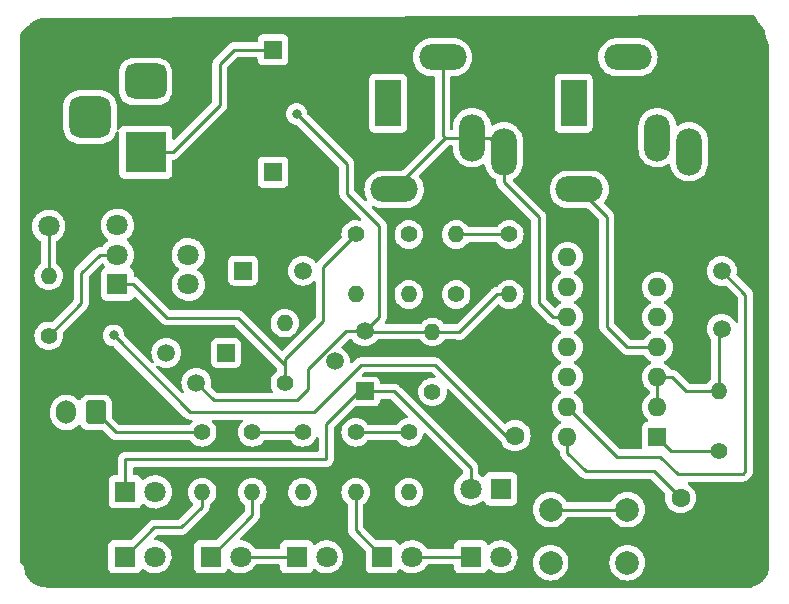
<source format=gbr>
%TF.GenerationSoftware,KiCad,Pcbnew,6.0.9-8da3e8f707~117~ubuntu22.04.1*%
%TF.CreationDate,2022-12-08T14:35:34-04:00*%
%TF.ProjectId,rix,7269782e-6b69-4636-9164-5f7063625858,rev?*%
%TF.SameCoordinates,Original*%
%TF.FileFunction,Copper,L2,Bot*%
%TF.FilePolarity,Positive*%
%FSLAX46Y46*%
G04 Gerber Fmt 4.6, Leading zero omitted, Abs format (unit mm)*
G04 Created by KiCad (PCBNEW 6.0.9-8da3e8f707~117~ubuntu22.04.1) date 2022-12-08 14:35:34*
%MOMM*%
%LPD*%
G01*
G04 APERTURE LIST*
G04 Aperture macros list*
%AMRoundRect*
0 Rectangle with rounded corners*
0 $1 Rounding radius*
0 $2 $3 $4 $5 $6 $7 $8 $9 X,Y pos of 4 corners*
0 Add a 4 corners polygon primitive as box body*
4,1,4,$2,$3,$4,$5,$6,$7,$8,$9,$2,$3,0*
0 Add four circle primitives for the rounded corners*
1,1,$1+$1,$2,$3*
1,1,$1+$1,$4,$5*
1,1,$1+$1,$6,$7*
1,1,$1+$1,$8,$9*
0 Add four rect primitives between the rounded corners*
20,1,$1+$1,$2,$3,$4,$5,0*
20,1,$1+$1,$4,$5,$6,$7,0*
20,1,$1+$1,$6,$7,$8,$9,0*
20,1,$1+$1,$8,$9,$2,$3,0*%
G04 Aperture macros list end*
%TA.AperFunction,ConnectorPad*%
%ADD10C,3.800000*%
%TD*%
%TA.AperFunction,ComponentPad*%
%ADD11C,2.600000*%
%TD*%
%TA.AperFunction,ComponentPad*%
%ADD12C,1.500000*%
%TD*%
%TA.AperFunction,ComponentPad*%
%ADD13R,1.500000X1.500000*%
%TD*%
%TA.AperFunction,ComponentPad*%
%ADD14O,1.600000X1.600000*%
%TD*%
%TA.AperFunction,ComponentPad*%
%ADD15R,1.600000X1.600000*%
%TD*%
%TA.AperFunction,ComponentPad*%
%ADD16R,1.800000X1.800000*%
%TD*%
%TA.AperFunction,ComponentPad*%
%ADD17C,1.800000*%
%TD*%
%TA.AperFunction,ComponentPad*%
%ADD18C,2.000000*%
%TD*%
%TA.AperFunction,ComponentPad*%
%ADD19O,1.400000X1.400000*%
%TD*%
%TA.AperFunction,ComponentPad*%
%ADD20C,1.400000*%
%TD*%
%TA.AperFunction,ComponentPad*%
%ADD21RoundRect,0.875000X-0.875000X0.875000X-0.875000X-0.875000X0.875000X-0.875000X0.875000X0.875000X0*%
%TD*%
%TA.AperFunction,ComponentPad*%
%ADD22RoundRect,0.750000X-1.000000X0.750000X-1.000000X-0.750000X1.000000X-0.750000X1.000000X0.750000X0*%
%TD*%
%TA.AperFunction,ComponentPad*%
%ADD23R,3.500000X3.500000*%
%TD*%
%TA.AperFunction,ComponentPad*%
%ADD24O,1.700000X2.000000*%
%TD*%
%TA.AperFunction,ComponentPad*%
%ADD25RoundRect,0.250000X0.600000X0.750000X-0.600000X0.750000X-0.600000X-0.750000X0.600000X-0.750000X0*%
%TD*%
%TA.AperFunction,ComponentPad*%
%ADD26O,4.000000X2.200000*%
%TD*%
%TA.AperFunction,ComponentPad*%
%ADD27R,2.200000X4.000000*%
%TD*%
%TA.AperFunction,ComponentPad*%
%ADD28O,2.200000X4.000000*%
%TD*%
%TA.AperFunction,ComponentPad*%
%ADD29C,1.600000*%
%TD*%
%TA.AperFunction,ViaPad*%
%ADD30C,0.800000*%
%TD*%
%TA.AperFunction,Conductor*%
%ADD31C,0.250000*%
%TD*%
G04 APERTURE END LIST*
D10*
%TO.P,H5,1,1*%
%TO.N,GND*%
X123000000Y-93500000D03*
D11*
X123000000Y-93500000D03*
%TD*%
D12*
%TO.P,Y1,2,2*%
%TO.N,Net-(R2-Pad2)*%
X141500000Y-91430000D03*
%TO.P,Y1,1,1*%
%TO.N,Net-(U1-Pad13)*%
X141500000Y-86550000D03*
%TD*%
%TO.P,U3,3,K*%
%TO.N,Net-(D7-Pad1)*%
X94460000Y-93480000D03*
%TO.P,U3,2,A*%
%TO.N,Net-(J4-Pad2)*%
X97000000Y-96020000D03*
D13*
%TO.P,U3,1,REF*%
%TO.N,Net-(R10-Pad2)*%
X99540000Y-93480000D03*
%TD*%
D12*
%TO.P,U2,3,VI*%
%TO.N,+9V*%
X106040000Y-86520000D03*
%TO.P,U2,2,GND*%
%TO.N,GND*%
X103500000Y-83980000D03*
D13*
%TO.P,U2,1,VO*%
%TO.N,Net-(C2-Pad1)*%
X100960000Y-86520000D03*
%TD*%
D14*
%TO.P,U1,14,VCC*%
%TO.N,Net-(C2-Pad1)*%
X128430000Y-100625000D03*
%TO.P,U1,13*%
%TO.N,Net-(U1-Pad13)*%
X128430000Y-98085000D03*
%TO.P,U1,12*%
%TO.N,Net-(J2-PadT)*%
X128430000Y-95545000D03*
%TO.P,U1,11*%
X128430000Y-93005000D03*
%TO.P,U1,10*%
%TO.N,Net-(J2-PadR)*%
X128430000Y-90465000D03*
%TO.P,U1,9*%
%TO.N,Net-(J1-PadT)*%
X128430000Y-87925000D03*
%TO.P,U1,8*%
X128430000Y-85385000D03*
%TO.P,U1,7,GND*%
%TO.N,GND*%
X136050000Y-85385000D03*
%TO.P,U1,6*%
%TO.N,Net-(R2-Pad1)*%
X136050000Y-87925000D03*
%TO.P,U1,5*%
X136050000Y-90465000D03*
%TO.P,U1,4*%
%TO.N,Net-(J1-PadR)*%
X136050000Y-93005000D03*
%TO.P,U1,3*%
%TO.N,Net-(R2-Pad2)*%
X136050000Y-95545000D03*
%TO.P,U1,2*%
X136050000Y-98085000D03*
D15*
%TO.P,U1,1*%
%TO.N,Net-(R2-Pad1)*%
X136050000Y-100625000D03*
%TD*%
D16*
%TO.P,SW2,1,A*%
%TO.N,Net-(D6-Pad2)*%
X90327500Y-87672500D03*
D17*
%TO.P,SW2,2,B*%
%TO.N,+9V*%
X90327500Y-85172500D03*
%TO.P,SW2,3,C*%
%TO.N,unconnected-(SW2-Pad3)*%
X90327500Y-82672500D03*
%TO.P,SW2,4,A*%
%TO.N,Net-(Q1-Pad2)*%
X96327500Y-87672500D03*
%TO.P,SW2,5,B*%
%TO.N,Net-(J3-Pad1)*%
X96327500Y-85172500D03*
%TO.P,SW2,6,C*%
%TO.N,GND*%
X96327500Y-82672500D03*
%TD*%
D18*
%TO.P,SW1,2*%
%TO.N,+9V*%
X127000000Y-106750000D03*
X133500000Y-106750000D03*
%TO.P,SW1,1*%
%TO.N,Net-(D6-Pad2)*%
X127000000Y-111250000D03*
X133500000Y-111250000D03*
%TD*%
D19*
%TO.P,R13,2*%
%TO.N,Net-(J4-Pad2)*%
X117000000Y-91710000D03*
D20*
%TO.P,R13,1*%
%TO.N,Net-(D8-Pad1)*%
X117000000Y-96790000D03*
%TD*%
D19*
%TO.P,R12,2*%
%TO.N,Net-(D7-Pad2)*%
X104500000Y-90960000D03*
D20*
%TO.P,R12,1*%
%TO.N,Net-(D6-Pad2)*%
X104500000Y-96040000D03*
%TD*%
D19*
%TO.P,R11,2*%
%TO.N,Net-(D7-Pad1)*%
X115000000Y-88540000D03*
D20*
%TO.P,R11,1*%
%TO.N,Net-(D6-Pad2)*%
X115000000Y-83460000D03*
%TD*%
%TO.P,R10,1*%
%TO.N,Net-(D6-Pad2)*%
X110500000Y-83460000D03*
D19*
%TO.P,R10,2*%
%TO.N,Net-(R10-Pad2)*%
X110500000Y-88540000D03*
%TD*%
%TO.P,R9,2*%
%TO.N,Net-(R8-Pad1)*%
X119000000Y-83460000D03*
D20*
%TO.P,R9,1*%
%TO.N,Net-(R10-Pad2)*%
X119000000Y-88540000D03*
%TD*%
D19*
%TO.P,R8,2*%
%TO.N,Net-(J4-Pad2)*%
X123500000Y-88540000D03*
D20*
%TO.P,R8,1*%
%TO.N,Net-(R8-Pad1)*%
X123500000Y-83460000D03*
%TD*%
%TO.P,R7,1*%
%TO.N,Net-(J3-Pad1)*%
X115000000Y-100210000D03*
D19*
%TO.P,R7,2*%
%TO.N,Net-(D5-Pad2)*%
X115000000Y-105290000D03*
%TD*%
%TO.P,R6,2*%
%TO.N,Net-(D4-Pad2)*%
X110500000Y-105290000D03*
D20*
%TO.P,R6,1*%
%TO.N,Net-(J3-Pad1)*%
X110500000Y-100210000D03*
%TD*%
D19*
%TO.P,R5,2*%
%TO.N,Net-(D3-Pad2)*%
X106000000Y-105290000D03*
D20*
%TO.P,R5,1*%
%TO.N,Net-(J3-Pad1)*%
X106000000Y-100210000D03*
%TD*%
D19*
%TO.P,R4,2*%
%TO.N,Net-(D2-Pad2)*%
X101750000Y-105290000D03*
D20*
%TO.P,R4,1*%
%TO.N,Net-(J3-Pad1)*%
X101750000Y-100210000D03*
%TD*%
D19*
%TO.P,R3,2*%
%TO.N,Net-(D2-Pad1)*%
X97500000Y-105290000D03*
D20*
%TO.P,R3,1*%
%TO.N,Net-(J3-Pad1)*%
X97500000Y-100210000D03*
%TD*%
D19*
%TO.P,R2,2*%
%TO.N,Net-(R2-Pad2)*%
X141250000Y-96710000D03*
D20*
%TO.P,R2,1*%
%TO.N,Net-(R2-Pad1)*%
X141250000Y-101790000D03*
%TD*%
D19*
%TO.P,R1,2*%
%TO.N,Net-(D1-Pad2)*%
X84500000Y-86960000D03*
D20*
%TO.P,R1,1*%
%TO.N,+9V*%
X84500000Y-92040000D03*
%TD*%
D12*
%TO.P,Q1,3,S*%
%TO.N,Net-(J4-Pad2)*%
X111270000Y-91670000D03*
%TO.P,Q1,2,D*%
%TO.N,Net-(Q1-Pad2)*%
X108730000Y-94210000D03*
D13*
%TO.P,Q1,1,G*%
%TO.N,Net-(D7-Pad1)*%
X111270000Y-96750000D03*
%TD*%
D21*
%TO.P,J4,3*%
%TO.N,unconnected-(J4-Pad3)*%
X88007500Y-73500000D03*
D22*
%TO.P,J4,2*%
%TO.N,Net-(J4-Pad2)*%
X92707500Y-70500000D03*
D23*
%TO.P,J4,1*%
%TO.N,+9V*%
X92707500Y-76500000D03*
%TD*%
D24*
%TO.P,J3,2,Pin_2*%
%TO.N,+9V*%
X86000000Y-98525000D03*
D25*
%TO.P,J3,1,Pin_1*%
%TO.N,Net-(J3-Pad1)*%
X88500000Y-98525000D03*
%TD*%
D26*
%TO.P,J2,TN*%
%TO.N,Net-(J2-PadR)*%
X113750000Y-79650000D03*
D27*
%TO.P,J2,T*%
%TO.N,Net-(J2-PadT)*%
X113250000Y-72350000D03*
D26*
%TO.P,J2,S*%
%TO.N,Net-(J2-PadR)*%
X117850000Y-68450000D03*
D28*
%TO.P,J2,RN*%
X120350000Y-75250000D03*
%TO.P,J2,R*%
X123050000Y-76450000D03*
%TD*%
%TO.P,J1,R*%
%TO.N,Net-(J1-PadR)*%
X138742500Y-76450000D03*
%TO.P,J1,RN*%
X136042500Y-75250000D03*
D26*
%TO.P,J1,S*%
X133542500Y-68450000D03*
D27*
%TO.P,J1,T*%
%TO.N,Net-(J1-PadT)*%
X128942500Y-72350000D03*
D26*
%TO.P,J1,TN*%
%TO.N,Net-(J1-PadR)*%
X129442500Y-79650000D03*
%TD*%
D11*
%TO.P,H4,1,1*%
%TO.N,GND*%
X84250000Y-67000000D03*
D10*
X84250000Y-67000000D03*
%TD*%
D11*
%TO.P,H3,1,1*%
%TO.N,GND*%
X143400000Y-67000000D03*
D10*
X143400000Y-67000000D03*
%TD*%
D11*
%TO.P,H2,1,1*%
%TO.N,GND*%
X143650000Y-111450000D03*
D10*
X143650000Y-111450000D03*
%TD*%
D11*
%TO.P,H1,1,1*%
%TO.N,GND*%
X84250000Y-111450000D03*
D10*
X84250000Y-111450000D03*
%TD*%
D17*
%TO.P,D8,2,A*%
%TO.N,Net-(D7-Pad1)*%
X120235000Y-105000000D03*
D16*
%TO.P,D8,1,K*%
%TO.N,Net-(D8-Pad1)*%
X122775000Y-105000000D03*
%TD*%
D17*
%TO.P,D7,2,A*%
%TO.N,Net-(D7-Pad2)*%
X93540000Y-105250000D03*
D16*
%TO.P,D7,1,K*%
%TO.N,Net-(D7-Pad1)*%
X91000000Y-105250000D03*
%TD*%
D17*
%TO.P,D6,2,A*%
%TO.N,Net-(D6-Pad2)*%
X122790000Y-110750000D03*
D16*
%TO.P,D6,1,K*%
%TO.N,Net-(D5-Pad2)*%
X120250000Y-110750000D03*
%TD*%
D17*
%TO.P,D5,2,A*%
%TO.N,Net-(D5-Pad2)*%
X115290000Y-110750000D03*
D16*
%TO.P,D5,1,K*%
%TO.N,Net-(D4-Pad2)*%
X112750000Y-110750000D03*
%TD*%
D17*
%TO.P,D4,2,A*%
%TO.N,Net-(D4-Pad2)*%
X108040000Y-110750000D03*
D16*
%TO.P,D4,1,K*%
%TO.N,Net-(D3-Pad2)*%
X105500000Y-110750000D03*
%TD*%
D17*
%TO.P,D3,2,A*%
%TO.N,Net-(D3-Pad2)*%
X100750000Y-110750000D03*
D16*
%TO.P,D3,1,K*%
%TO.N,Net-(D2-Pad2)*%
X98210000Y-110750000D03*
%TD*%
D17*
%TO.P,D2,2,A*%
%TO.N,Net-(D2-Pad2)*%
X93500000Y-110750000D03*
D16*
%TO.P,D2,1,K*%
%TO.N,Net-(D2-Pad1)*%
X90960000Y-110750000D03*
%TD*%
D17*
%TO.P,D1,2,A*%
%TO.N,Net-(D1-Pad2)*%
X84500000Y-82765000D03*
D16*
%TO.P,D1,1,K*%
%TO.N,GND*%
X84500000Y-80225000D03*
%TD*%
D29*
%TO.P,C4,2*%
%TO.N,GND*%
X140500000Y-105750000D03*
%TO.P,C4,1*%
%TO.N,Net-(C2-Pad1)*%
X138000000Y-105750000D03*
%TD*%
%TO.P,C3,2*%
%TO.N,GND*%
X124000000Y-98000000D03*
%TO.P,C3,1*%
%TO.N,Net-(C2-Pad1)*%
X124000000Y-100500000D03*
%TD*%
%TO.P,C2,2*%
%TO.N,GND*%
X103500000Y-75682380D03*
D15*
%TO.P,C2,1*%
%TO.N,Net-(C2-Pad1)*%
X103500000Y-78182380D03*
%TD*%
D29*
%TO.P,C1,2*%
%TO.N,GND*%
X103500000Y-70317620D03*
D15*
%TO.P,C1,1*%
%TO.N,+9V*%
X103500000Y-67817620D03*
%TD*%
D30*
%TO.N,GND*%
X138600000Y-94500000D03*
X130100000Y-109100000D03*
X117100000Y-84900000D03*
X88000000Y-78400000D03*
X92000000Y-97500000D03*
X99000000Y-83300000D03*
X108100000Y-83400000D03*
X103700000Y-104000000D03*
X103800000Y-81300000D03*
X98500000Y-78500000D03*
X110100000Y-74600000D03*
X109000000Y-66900000D03*
X117500000Y-80100000D03*
X121600000Y-71100000D03*
X134600000Y-78700000D03*
X136800000Y-71600000D03*
X129600000Y-76200000D03*
X133700000Y-91400000D03*
X133500000Y-96200000D03*
%TO.N,Net-(J4-Pad2)*%
X105500000Y-73250000D03*
%TO.N,Net-(C2-Pad1)*%
X90000000Y-92000000D03*
%TD*%
D31*
%TO.N,Net-(U1-Pad13)*%
X141500000Y-86550000D02*
X143500000Y-88550000D01*
X143500000Y-88550000D02*
X143500000Y-103500000D01*
X143500000Y-103500000D02*
X143250000Y-103750000D01*
X143250000Y-103750000D02*
X137750000Y-103750000D01*
X137750000Y-103750000D02*
X136290000Y-102290000D01*
X136290000Y-102290000D02*
X132635000Y-102290000D01*
X132635000Y-102290000D02*
X128430000Y-98085000D01*
%TO.N,Net-(C2-Pad1)*%
X124000000Y-100500000D02*
X123250000Y-100500000D01*
X123250000Y-100500000D02*
X117250000Y-94500000D01*
X117250000Y-94500000D02*
X110926776Y-94500000D01*
X110926776Y-94500000D02*
X106926776Y-98500000D01*
X106926776Y-98500000D02*
X96500000Y-98500000D01*
X96500000Y-98500000D02*
X90000000Y-92000000D01*
%TO.N,Net-(D7-Pad1)*%
X91000000Y-105250000D02*
X91000000Y-102500000D01*
X91000000Y-102500000D02*
X108000000Y-102500000D01*
X108000000Y-102500000D02*
X108000000Y-99500000D01*
X108000000Y-99500000D02*
X110750000Y-96750000D01*
X110750000Y-96750000D02*
X111270000Y-96750000D01*
%TO.N,Net-(J4-Pad2)*%
X111270000Y-91670000D02*
X109679009Y-91670000D01*
X109679009Y-91670000D02*
X106500000Y-94849009D01*
X106500000Y-94849009D02*
X106500000Y-96500000D01*
X106500000Y-96500000D02*
X105500000Y-97500000D01*
X105500000Y-97500000D02*
X98480000Y-97500000D01*
X98480000Y-97500000D02*
X97000000Y-96020000D01*
X105500000Y-73250000D02*
X109750000Y-77500000D01*
X109750000Y-77500000D02*
X109750000Y-80000000D01*
X109750000Y-80000000D02*
X112500000Y-82750000D01*
X112500000Y-82750000D02*
X112500000Y-90440000D01*
X112500000Y-90440000D02*
X111270000Y-91670000D01*
X117000000Y-91710000D02*
X111310000Y-91710000D01*
X111310000Y-91710000D02*
X111270000Y-91670000D01*
X122460000Y-88540000D02*
X119250000Y-91750000D01*
X123500000Y-88540000D02*
X122460000Y-88540000D01*
X119250000Y-91750000D02*
X119210000Y-91710000D01*
X119210000Y-91710000D02*
X117000000Y-91710000D01*
%TO.N,Net-(D6-Pad2)*%
X90327500Y-87672500D02*
X91672500Y-87672500D01*
X91672500Y-87672500D02*
X94500000Y-90500000D01*
X94500000Y-90500000D02*
X100500000Y-90500000D01*
X100500000Y-90500000D02*
X104500000Y-94500000D01*
X104500000Y-94500000D02*
X104500000Y-96040000D01*
%TO.N,Net-(D7-Pad1)*%
X120235000Y-105000000D02*
X120235000Y-103235000D01*
X120235000Y-103235000D02*
X113750000Y-96750000D01*
X113750000Y-96750000D02*
X111270000Y-96750000D01*
%TO.N,+9V*%
X133500000Y-106750000D02*
X127000000Y-106750000D01*
%TO.N,Net-(D1-Pad2)*%
X84500000Y-86960000D02*
X84500000Y-82765000D01*
%TO.N,Net-(R8-Pad1)*%
X123500000Y-83460000D02*
X119000000Y-83460000D01*
%TO.N,Net-(D6-Pad2)*%
X104500000Y-96040000D02*
X104500000Y-94000000D01*
X104500000Y-94000000D02*
X107750000Y-90750000D01*
X107750000Y-90750000D02*
X107750000Y-86210000D01*
X107750000Y-86210000D02*
X110500000Y-83460000D01*
%TO.N,+9V*%
X92707500Y-76500000D02*
X95000000Y-76500000D01*
X95000000Y-76500000D02*
X99000000Y-72500000D01*
X99000000Y-72500000D02*
X99000000Y-69000000D01*
X99000000Y-69000000D02*
X100182380Y-67817620D01*
X100182380Y-67817620D02*
X103500000Y-67817620D01*
X87250000Y-89290000D02*
X87250000Y-86750000D01*
X84500000Y-92040000D02*
X87250000Y-89290000D01*
X87250000Y-86750000D02*
X88827500Y-85172500D01*
X88827500Y-85172500D02*
X90327500Y-85172500D01*
%TO.N,Net-(J3-Pad1)*%
X97500000Y-100210000D02*
X90185000Y-100210000D01*
X90185000Y-100210000D02*
X88500000Y-98525000D01*
X106000000Y-100210000D02*
X101750000Y-100210000D01*
X115000000Y-100210000D02*
X110500000Y-100210000D01*
%TO.N,Net-(D2-Pad2)*%
X101750000Y-105290000D02*
X101750000Y-107210000D01*
X101750000Y-107210000D02*
X98210000Y-110750000D01*
%TO.N,Net-(D4-Pad2)*%
X110500000Y-105290000D02*
X110500000Y-108500000D01*
X110500000Y-108500000D02*
X112750000Y-110750000D01*
%TO.N,Net-(D2-Pad1)*%
X90960000Y-110750000D02*
X93460000Y-108250000D01*
X93460000Y-108250000D02*
X95750000Y-108250000D01*
X95750000Y-108250000D02*
X97500000Y-106500000D01*
X97500000Y-106500000D02*
X97500000Y-105290000D01*
%TO.N,Net-(D3-Pad2)*%
X105500000Y-110750000D02*
X100750000Y-110750000D01*
%TO.N,Net-(D5-Pad2)*%
X120250000Y-110750000D02*
X115290000Y-110750000D01*
%TO.N,Net-(C2-Pad1)*%
X135750000Y-103500000D02*
X130000000Y-103500000D01*
X138000000Y-105750000D02*
X135750000Y-103500000D01*
X130000000Y-103500000D02*
X128430000Y-101930000D01*
X128430000Y-101930000D02*
X128430000Y-100625000D01*
%TO.N,Net-(R2-Pad2)*%
X141250000Y-96710000D02*
X141250000Y-91680000D01*
X141250000Y-91680000D02*
X141500000Y-91430000D01*
X136050000Y-98085000D02*
X136050000Y-95545000D01*
X138540000Y-96710000D02*
X138500000Y-96750000D01*
X141250000Y-96710000D02*
X138540000Y-96710000D01*
X138500000Y-96750000D02*
X137295000Y-95545000D01*
X137295000Y-95545000D02*
X136050000Y-95545000D01*
%TO.N,Net-(R2-Pad1)*%
X141250000Y-101790000D02*
X137215000Y-101790000D01*
X137215000Y-101790000D02*
X136050000Y-100625000D01*
%TO.N,Net-(J1-PadR)*%
X129442500Y-79650000D02*
X131750000Y-81957500D01*
X131750000Y-81957500D02*
X131750000Y-91250000D01*
X131750000Y-91250000D02*
X133505000Y-93005000D01*
X133505000Y-93005000D02*
X136050000Y-93005000D01*
%TO.N,Net-(J2-PadR)*%
X123050000Y-76450000D02*
X123050000Y-79050000D01*
X123050000Y-79050000D02*
X126000000Y-82000000D01*
X126000000Y-82000000D02*
X126000000Y-89250000D01*
X126000000Y-89250000D02*
X127215000Y-90465000D01*
X127215000Y-90465000D02*
X128430000Y-90465000D01*
X120350000Y-75250000D02*
X121850000Y-75250000D01*
X121850000Y-75250000D02*
X123050000Y-76450000D01*
X113750000Y-79650000D02*
X118075000Y-75325000D01*
X118075000Y-75325000D02*
X118150000Y-75250000D01*
X117850000Y-68450000D02*
X117850000Y-75100000D01*
X117850000Y-75100000D02*
X118075000Y-75325000D01*
X118150000Y-75250000D02*
X120350000Y-75250000D01*
%TD*%
%TA.AperFunction,Conductor*%
%TO.N,GND*%
G36*
X144288608Y-64920040D02*
G01*
X144334436Y-64971742D01*
X145313035Y-67010489D01*
X145487592Y-67374150D01*
X145500000Y-67428674D01*
X145500000Y-111747810D01*
X145479998Y-111815931D01*
X145463095Y-111836905D01*
X143936905Y-113363095D01*
X143874593Y-113397121D01*
X143847810Y-113400000D01*
X84450558Y-113400000D01*
X84382437Y-113379998D01*
X84363464Y-113365053D01*
X83713534Y-112743380D01*
X82874873Y-111941183D01*
X82620777Y-111698134D01*
X89551500Y-111698134D01*
X89558255Y-111760316D01*
X89609385Y-111896705D01*
X89696739Y-112013261D01*
X89813295Y-112100615D01*
X89949684Y-112151745D01*
X90011866Y-112158500D01*
X91908134Y-112158500D01*
X91970316Y-112151745D01*
X92106705Y-112100615D01*
X92223261Y-112013261D01*
X92310615Y-111896705D01*
X92335180Y-111831178D01*
X92377822Y-111774414D01*
X92444383Y-111749714D01*
X92513732Y-111764921D01*
X92533647Y-111778464D01*
X92665942Y-111888297D01*
X92689349Y-111907730D01*
X92889322Y-112024584D01*
X93105694Y-112107209D01*
X93110760Y-112108240D01*
X93110761Y-112108240D01*
X93163846Y-112119040D01*
X93332656Y-112153385D01*
X93462089Y-112158131D01*
X93558949Y-112161683D01*
X93558953Y-112161683D01*
X93564113Y-112161872D01*
X93569233Y-112161216D01*
X93569235Y-112161216D01*
X93643166Y-112151745D01*
X93793847Y-112132442D01*
X93798795Y-112130957D01*
X93798802Y-112130956D01*
X94010747Y-112067369D01*
X94015690Y-112065886D01*
X94020324Y-112063616D01*
X94219049Y-111966262D01*
X94219052Y-111966260D01*
X94223684Y-111963991D01*
X94412243Y-111829494D01*
X94544062Y-111698134D01*
X96801500Y-111698134D01*
X96808255Y-111760316D01*
X96859385Y-111896705D01*
X96946739Y-112013261D01*
X97063295Y-112100615D01*
X97199684Y-112151745D01*
X97261866Y-112158500D01*
X99158134Y-112158500D01*
X99220316Y-112151745D01*
X99356705Y-112100615D01*
X99473261Y-112013261D01*
X99560615Y-111896705D01*
X99585180Y-111831178D01*
X99627822Y-111774414D01*
X99694383Y-111749714D01*
X99763732Y-111764921D01*
X99783647Y-111778464D01*
X99915942Y-111888297D01*
X99939349Y-111907730D01*
X100139322Y-112024584D01*
X100355694Y-112107209D01*
X100360760Y-112108240D01*
X100360761Y-112108240D01*
X100413846Y-112119040D01*
X100582656Y-112153385D01*
X100712089Y-112158131D01*
X100808949Y-112161683D01*
X100808953Y-112161683D01*
X100814113Y-112161872D01*
X100819233Y-112161216D01*
X100819235Y-112161216D01*
X100893166Y-112151745D01*
X101043847Y-112132442D01*
X101048795Y-112130957D01*
X101048802Y-112130956D01*
X101260747Y-112067369D01*
X101265690Y-112065886D01*
X101270324Y-112063616D01*
X101469049Y-111966262D01*
X101469052Y-111966260D01*
X101473684Y-111963991D01*
X101662243Y-111829494D01*
X101826303Y-111666005D01*
X101961458Y-111477917D01*
X101973440Y-111453672D01*
X102021553Y-111401466D01*
X102086397Y-111383500D01*
X103965500Y-111383500D01*
X104033621Y-111403502D01*
X104080114Y-111457158D01*
X104091500Y-111509500D01*
X104091500Y-111698134D01*
X104098255Y-111760316D01*
X104149385Y-111896705D01*
X104236739Y-112013261D01*
X104353295Y-112100615D01*
X104489684Y-112151745D01*
X104551866Y-112158500D01*
X106448134Y-112158500D01*
X106510316Y-112151745D01*
X106646705Y-112100615D01*
X106763261Y-112013261D01*
X106850615Y-111896705D01*
X106875180Y-111831178D01*
X106917822Y-111774414D01*
X106984383Y-111749714D01*
X107053732Y-111764921D01*
X107073647Y-111778464D01*
X107205942Y-111888297D01*
X107229349Y-111907730D01*
X107429322Y-112024584D01*
X107645694Y-112107209D01*
X107650760Y-112108240D01*
X107650761Y-112108240D01*
X107703846Y-112119040D01*
X107872656Y-112153385D01*
X108002089Y-112158131D01*
X108098949Y-112161683D01*
X108098953Y-112161683D01*
X108104113Y-112161872D01*
X108109233Y-112161216D01*
X108109235Y-112161216D01*
X108183166Y-112151745D01*
X108333847Y-112132442D01*
X108338795Y-112130957D01*
X108338802Y-112130956D01*
X108550747Y-112067369D01*
X108555690Y-112065886D01*
X108560324Y-112063616D01*
X108759049Y-111966262D01*
X108759052Y-111966260D01*
X108763684Y-111963991D01*
X108952243Y-111829494D01*
X109116303Y-111666005D01*
X109251458Y-111477917D01*
X109323002Y-111333159D01*
X109351784Y-111274922D01*
X109351785Y-111274920D01*
X109354078Y-111270280D01*
X109421408Y-111048671D01*
X109451640Y-110819041D01*
X109453327Y-110750000D01*
X109437609Y-110558817D01*
X109434773Y-110524318D01*
X109434772Y-110524312D01*
X109434349Y-110519167D01*
X109377925Y-110294533D01*
X109375866Y-110289797D01*
X109287630Y-110086868D01*
X109287628Y-110086865D01*
X109285570Y-110082131D01*
X109159764Y-109887665D01*
X109003887Y-109716358D01*
X108999836Y-109713159D01*
X108999832Y-109713155D01*
X108826177Y-109576011D01*
X108826172Y-109576008D01*
X108822123Y-109572810D01*
X108817607Y-109570317D01*
X108817604Y-109570315D01*
X108623879Y-109463373D01*
X108623875Y-109463371D01*
X108619355Y-109460876D01*
X108614486Y-109459152D01*
X108614482Y-109459150D01*
X108405903Y-109385288D01*
X108405899Y-109385287D01*
X108401028Y-109383562D01*
X108395935Y-109382655D01*
X108395932Y-109382654D01*
X108178095Y-109343851D01*
X108178089Y-109343850D01*
X108173006Y-109342945D01*
X108100096Y-109342054D01*
X107946581Y-109340179D01*
X107946579Y-109340179D01*
X107941411Y-109340116D01*
X107712464Y-109375150D01*
X107492314Y-109447106D01*
X107487726Y-109449494D01*
X107487722Y-109449496D01*
X107291461Y-109551663D01*
X107286872Y-109554052D01*
X107282739Y-109557155D01*
X107282736Y-109557157D01*
X107210088Y-109611703D01*
X107101655Y-109693117D01*
X107084170Y-109711414D01*
X107022646Y-109746844D01*
X106951733Y-109743387D01*
X106893947Y-109702141D01*
X106875094Y-109668592D01*
X106853768Y-109611705D01*
X106853767Y-109611703D01*
X106850615Y-109603295D01*
X106763261Y-109486739D01*
X106646705Y-109399385D01*
X106510316Y-109348255D01*
X106448134Y-109341500D01*
X104551866Y-109341500D01*
X104489684Y-109348255D01*
X104353295Y-109399385D01*
X104236739Y-109486739D01*
X104149385Y-109603295D01*
X104098255Y-109739684D01*
X104091500Y-109801866D01*
X104091500Y-109990500D01*
X104071498Y-110058621D01*
X104017842Y-110105114D01*
X103965500Y-110116500D01*
X102086359Y-110116500D01*
X102018238Y-110096498D01*
X101980567Y-110058940D01*
X101980361Y-110058621D01*
X101869764Y-109887665D01*
X101713887Y-109716358D01*
X101709836Y-109713159D01*
X101709832Y-109713155D01*
X101536177Y-109576011D01*
X101536172Y-109576008D01*
X101532123Y-109572810D01*
X101527607Y-109570317D01*
X101527604Y-109570315D01*
X101333879Y-109463373D01*
X101333875Y-109463371D01*
X101329355Y-109460876D01*
X101324486Y-109459152D01*
X101324482Y-109459150D01*
X101115903Y-109385288D01*
X101115899Y-109385287D01*
X101111028Y-109383562D01*
X101105935Y-109382655D01*
X101105932Y-109382654D01*
X100888095Y-109343851D01*
X100888089Y-109343850D01*
X100883006Y-109342945D01*
X100816415Y-109342132D01*
X100748544Y-109321299D01*
X100702710Y-109267080D01*
X100693465Y-109196688D01*
X100723744Y-109132472D01*
X100728859Y-109127046D01*
X102142253Y-107713652D01*
X102150539Y-107706112D01*
X102157018Y-107702000D01*
X102203644Y-107652348D01*
X102206398Y-107649507D01*
X102226135Y-107629770D01*
X102228615Y-107626573D01*
X102236320Y-107617551D01*
X102239375Y-107614298D01*
X102266586Y-107585321D01*
X102270405Y-107578375D01*
X102270407Y-107578372D01*
X102276348Y-107567566D01*
X102287199Y-107551047D01*
X102294758Y-107541301D01*
X102299614Y-107535041D01*
X102302759Y-107527772D01*
X102302762Y-107527768D01*
X102317174Y-107494463D01*
X102322391Y-107483813D01*
X102343695Y-107445060D01*
X102348733Y-107425437D01*
X102355137Y-107406734D01*
X102360033Y-107395420D01*
X102360033Y-107395419D01*
X102363181Y-107388145D01*
X102364420Y-107380322D01*
X102364423Y-107380312D01*
X102370099Y-107344476D01*
X102372505Y-107332856D01*
X102381528Y-107297711D01*
X102381528Y-107297710D01*
X102383500Y-107290030D01*
X102383500Y-107269776D01*
X102385051Y-107250065D01*
X102386980Y-107237886D01*
X102388220Y-107230057D01*
X102384059Y-107186038D01*
X102383500Y-107174181D01*
X102383500Y-106387315D01*
X102403502Y-106319194D01*
X102437230Y-106284102D01*
X102460633Y-106267715D01*
X102529776Y-106219301D01*
X102679301Y-106069776D01*
X102800589Y-105896558D01*
X102831478Y-105830318D01*
X102887633Y-105709892D01*
X102887634Y-105709891D01*
X102889956Y-105704910D01*
X102944686Y-105500655D01*
X102963116Y-105290000D01*
X104786884Y-105290000D01*
X104805314Y-105500655D01*
X104860044Y-105704910D01*
X104862366Y-105709891D01*
X104862367Y-105709892D01*
X104918523Y-105830318D01*
X104949411Y-105896558D01*
X105070699Y-106069776D01*
X105220224Y-106219301D01*
X105393442Y-106340589D01*
X105398420Y-106342910D01*
X105398423Y-106342912D01*
X105580108Y-106427633D01*
X105585090Y-106429956D01*
X105590398Y-106431378D01*
X105590400Y-106431379D01*
X105784030Y-106483262D01*
X105784032Y-106483262D01*
X105789345Y-106484686D01*
X106000000Y-106503116D01*
X106210655Y-106484686D01*
X106215968Y-106483262D01*
X106215970Y-106483262D01*
X106409600Y-106431379D01*
X106409602Y-106431378D01*
X106414910Y-106429956D01*
X106419892Y-106427633D01*
X106601577Y-106342912D01*
X106601580Y-106342910D01*
X106606558Y-106340589D01*
X106779776Y-106219301D01*
X106929301Y-106069776D01*
X107050589Y-105896558D01*
X107081478Y-105830318D01*
X107137633Y-105709892D01*
X107137634Y-105709891D01*
X107139956Y-105704910D01*
X107194686Y-105500655D01*
X107213116Y-105290000D01*
X109286884Y-105290000D01*
X109305314Y-105500655D01*
X109360044Y-105704910D01*
X109362366Y-105709891D01*
X109362367Y-105709892D01*
X109418523Y-105830318D01*
X109449411Y-105896558D01*
X109570699Y-106069776D01*
X109720224Y-106219301D01*
X109789367Y-106267715D01*
X109812770Y-106284102D01*
X109857099Y-106339559D01*
X109866500Y-106387315D01*
X109866500Y-108421233D01*
X109865973Y-108432416D01*
X109864298Y-108439909D01*
X109864547Y-108447835D01*
X109864547Y-108447836D01*
X109866438Y-108507986D01*
X109866500Y-108511945D01*
X109866500Y-108539856D01*
X109866997Y-108543790D01*
X109866997Y-108543791D01*
X109867005Y-108543856D01*
X109867938Y-108555693D01*
X109869327Y-108599889D01*
X109874978Y-108619339D01*
X109878987Y-108638700D01*
X109881526Y-108658797D01*
X109884445Y-108666168D01*
X109884445Y-108666170D01*
X109897804Y-108699912D01*
X109901649Y-108711142D01*
X109908059Y-108733207D01*
X109913982Y-108753593D01*
X109918015Y-108760412D01*
X109918017Y-108760417D01*
X109924293Y-108771028D01*
X109932988Y-108788776D01*
X109940448Y-108807617D01*
X109945110Y-108814033D01*
X109945110Y-108814034D01*
X109966436Y-108843387D01*
X109972952Y-108853307D01*
X109991139Y-108884059D01*
X109995458Y-108891362D01*
X110009779Y-108905683D01*
X110022619Y-108920716D01*
X110034528Y-108937107D01*
X110040634Y-108942158D01*
X110068605Y-108965298D01*
X110077384Y-108973288D01*
X111304595Y-110200499D01*
X111338621Y-110262811D01*
X111341500Y-110289594D01*
X111341500Y-111698134D01*
X111348255Y-111760316D01*
X111399385Y-111896705D01*
X111486739Y-112013261D01*
X111603295Y-112100615D01*
X111739684Y-112151745D01*
X111801866Y-112158500D01*
X113698134Y-112158500D01*
X113760316Y-112151745D01*
X113896705Y-112100615D01*
X114013261Y-112013261D01*
X114100615Y-111896705D01*
X114125180Y-111831178D01*
X114167822Y-111774414D01*
X114234383Y-111749714D01*
X114303732Y-111764921D01*
X114323647Y-111778464D01*
X114455942Y-111888297D01*
X114479349Y-111907730D01*
X114679322Y-112024584D01*
X114895694Y-112107209D01*
X114900760Y-112108240D01*
X114900761Y-112108240D01*
X114953846Y-112119040D01*
X115122656Y-112153385D01*
X115252089Y-112158131D01*
X115348949Y-112161683D01*
X115348953Y-112161683D01*
X115354113Y-112161872D01*
X115359233Y-112161216D01*
X115359235Y-112161216D01*
X115433166Y-112151745D01*
X115583847Y-112132442D01*
X115588795Y-112130957D01*
X115588802Y-112130956D01*
X115800747Y-112067369D01*
X115805690Y-112065886D01*
X115810324Y-112063616D01*
X116009049Y-111966262D01*
X116009052Y-111966260D01*
X116013684Y-111963991D01*
X116202243Y-111829494D01*
X116366303Y-111666005D01*
X116501458Y-111477917D01*
X116513440Y-111453672D01*
X116561553Y-111401466D01*
X116626397Y-111383500D01*
X118715500Y-111383500D01*
X118783621Y-111403502D01*
X118830114Y-111457158D01*
X118841500Y-111509500D01*
X118841500Y-111698134D01*
X118848255Y-111760316D01*
X118899385Y-111896705D01*
X118986739Y-112013261D01*
X119103295Y-112100615D01*
X119239684Y-112151745D01*
X119301866Y-112158500D01*
X121198134Y-112158500D01*
X121260316Y-112151745D01*
X121396705Y-112100615D01*
X121513261Y-112013261D01*
X121600615Y-111896705D01*
X121625180Y-111831178D01*
X121667822Y-111774414D01*
X121734383Y-111749714D01*
X121803732Y-111764921D01*
X121823647Y-111778464D01*
X121955942Y-111888297D01*
X121979349Y-111907730D01*
X122179322Y-112024584D01*
X122395694Y-112107209D01*
X122400760Y-112108240D01*
X122400761Y-112108240D01*
X122453846Y-112119040D01*
X122622656Y-112153385D01*
X122752089Y-112158131D01*
X122848949Y-112161683D01*
X122848953Y-112161683D01*
X122854113Y-112161872D01*
X122859233Y-112161216D01*
X122859235Y-112161216D01*
X122933166Y-112151745D01*
X123083847Y-112132442D01*
X123088795Y-112130957D01*
X123088802Y-112130956D01*
X123300747Y-112067369D01*
X123305690Y-112065886D01*
X123310324Y-112063616D01*
X123509049Y-111966262D01*
X123509052Y-111966260D01*
X123513684Y-111963991D01*
X123702243Y-111829494D01*
X123866303Y-111666005D01*
X124001458Y-111477917D01*
X124073002Y-111333159D01*
X124101784Y-111274922D01*
X124101785Y-111274920D01*
X124104078Y-111270280D01*
X124110240Y-111250000D01*
X125486835Y-111250000D01*
X125505465Y-111486711D01*
X125506619Y-111491518D01*
X125506620Y-111491524D01*
X125520659Y-111550000D01*
X125560895Y-111717594D01*
X125562788Y-111722165D01*
X125562789Y-111722167D01*
X125635085Y-111896705D01*
X125651760Y-111936963D01*
X125654346Y-111941183D01*
X125773241Y-112135202D01*
X125773245Y-112135208D01*
X125775824Y-112139416D01*
X125930031Y-112319969D01*
X126110584Y-112474176D01*
X126114792Y-112476755D01*
X126114798Y-112476759D01*
X126253721Y-112561891D01*
X126313037Y-112598240D01*
X126317607Y-112600133D01*
X126317611Y-112600135D01*
X126527833Y-112687211D01*
X126532406Y-112689105D01*
X126612609Y-112708360D01*
X126758476Y-112743380D01*
X126758482Y-112743381D01*
X126763289Y-112744535D01*
X127000000Y-112763165D01*
X127236711Y-112744535D01*
X127241518Y-112743381D01*
X127241524Y-112743380D01*
X127387391Y-112708360D01*
X127467594Y-112689105D01*
X127472167Y-112687211D01*
X127682389Y-112600135D01*
X127682393Y-112600133D01*
X127686963Y-112598240D01*
X127746279Y-112561891D01*
X127885202Y-112476759D01*
X127885208Y-112476755D01*
X127889416Y-112474176D01*
X128069969Y-112319969D01*
X128224176Y-112139416D01*
X128226755Y-112135208D01*
X128226759Y-112135202D01*
X128345654Y-111941183D01*
X128348240Y-111936963D01*
X128364916Y-111896705D01*
X128437211Y-111722167D01*
X128437212Y-111722165D01*
X128439105Y-111717594D01*
X128479341Y-111550000D01*
X128493380Y-111491524D01*
X128493381Y-111491518D01*
X128494535Y-111486711D01*
X128513165Y-111250000D01*
X131986835Y-111250000D01*
X132005465Y-111486711D01*
X132006619Y-111491518D01*
X132006620Y-111491524D01*
X132020659Y-111550000D01*
X132060895Y-111717594D01*
X132062788Y-111722165D01*
X132062789Y-111722167D01*
X132135085Y-111896705D01*
X132151760Y-111936963D01*
X132154346Y-111941183D01*
X132273241Y-112135202D01*
X132273245Y-112135208D01*
X132275824Y-112139416D01*
X132430031Y-112319969D01*
X132610584Y-112474176D01*
X132614792Y-112476755D01*
X132614798Y-112476759D01*
X132753721Y-112561891D01*
X132813037Y-112598240D01*
X132817607Y-112600133D01*
X132817611Y-112600135D01*
X133027833Y-112687211D01*
X133032406Y-112689105D01*
X133112609Y-112708360D01*
X133258476Y-112743380D01*
X133258482Y-112743381D01*
X133263289Y-112744535D01*
X133500000Y-112763165D01*
X133736711Y-112744535D01*
X133741518Y-112743381D01*
X133741524Y-112743380D01*
X133887391Y-112708360D01*
X133967594Y-112689105D01*
X133972167Y-112687211D01*
X134182389Y-112600135D01*
X134182393Y-112600133D01*
X134186963Y-112598240D01*
X134246279Y-112561891D01*
X134385202Y-112476759D01*
X134385208Y-112476755D01*
X134389416Y-112474176D01*
X134569969Y-112319969D01*
X134724176Y-112139416D01*
X134726755Y-112135208D01*
X134726759Y-112135202D01*
X134845654Y-111941183D01*
X134848240Y-111936963D01*
X134864916Y-111896705D01*
X134937211Y-111722167D01*
X134937212Y-111722165D01*
X134939105Y-111717594D01*
X134979341Y-111550000D01*
X134993380Y-111491524D01*
X134993381Y-111491518D01*
X134994535Y-111486711D01*
X135013165Y-111250000D01*
X134994535Y-111013289D01*
X134977947Y-110944192D01*
X134940260Y-110787218D01*
X134939105Y-110782406D01*
X134848240Y-110563037D01*
X134818286Y-110514156D01*
X134726759Y-110364798D01*
X134726755Y-110364792D01*
X134724176Y-110360584D01*
X134569969Y-110180031D01*
X134389416Y-110025824D01*
X134385208Y-110023245D01*
X134385202Y-110023241D01*
X134191183Y-109904346D01*
X134186963Y-109901760D01*
X134182393Y-109899867D01*
X134182389Y-109899865D01*
X133972167Y-109812789D01*
X133972165Y-109812788D01*
X133967594Y-109810895D01*
X133887391Y-109791640D01*
X133741524Y-109756620D01*
X133741518Y-109756619D01*
X133736711Y-109755465D01*
X133500000Y-109736835D01*
X133263289Y-109755465D01*
X133258482Y-109756619D01*
X133258476Y-109756620D01*
X133112609Y-109791640D01*
X133032406Y-109810895D01*
X133027835Y-109812788D01*
X133027833Y-109812789D01*
X132817611Y-109899865D01*
X132817607Y-109899867D01*
X132813037Y-109901760D01*
X132808817Y-109904346D01*
X132614798Y-110023241D01*
X132614792Y-110023245D01*
X132610584Y-110025824D01*
X132430031Y-110180031D01*
X132275824Y-110360584D01*
X132273245Y-110364792D01*
X132273241Y-110364798D01*
X132181714Y-110514156D01*
X132151760Y-110563037D01*
X132060895Y-110782406D01*
X132059740Y-110787218D01*
X132022054Y-110944192D01*
X132005465Y-111013289D01*
X131986835Y-111250000D01*
X128513165Y-111250000D01*
X128494535Y-111013289D01*
X128477947Y-110944192D01*
X128440260Y-110787218D01*
X128439105Y-110782406D01*
X128348240Y-110563037D01*
X128318286Y-110514156D01*
X128226759Y-110364798D01*
X128226755Y-110364792D01*
X128224176Y-110360584D01*
X128069969Y-110180031D01*
X127889416Y-110025824D01*
X127885208Y-110023245D01*
X127885202Y-110023241D01*
X127691183Y-109904346D01*
X127686963Y-109901760D01*
X127682393Y-109899867D01*
X127682389Y-109899865D01*
X127472167Y-109812789D01*
X127472165Y-109812788D01*
X127467594Y-109810895D01*
X127387391Y-109791640D01*
X127241524Y-109756620D01*
X127241518Y-109756619D01*
X127236711Y-109755465D01*
X127000000Y-109736835D01*
X126763289Y-109755465D01*
X126758482Y-109756619D01*
X126758476Y-109756620D01*
X126612609Y-109791640D01*
X126532406Y-109810895D01*
X126527835Y-109812788D01*
X126527833Y-109812789D01*
X126317611Y-109899865D01*
X126317607Y-109899867D01*
X126313037Y-109901760D01*
X126308817Y-109904346D01*
X126114798Y-110023241D01*
X126114792Y-110023245D01*
X126110584Y-110025824D01*
X125930031Y-110180031D01*
X125775824Y-110360584D01*
X125773245Y-110364792D01*
X125773241Y-110364798D01*
X125681714Y-110514156D01*
X125651760Y-110563037D01*
X125560895Y-110782406D01*
X125559740Y-110787218D01*
X125522054Y-110944192D01*
X125505465Y-111013289D01*
X125486835Y-111250000D01*
X124110240Y-111250000D01*
X124171408Y-111048671D01*
X124201640Y-110819041D01*
X124203327Y-110750000D01*
X124187609Y-110558817D01*
X124184773Y-110524318D01*
X124184772Y-110524312D01*
X124184349Y-110519167D01*
X124127925Y-110294533D01*
X124125866Y-110289797D01*
X124037630Y-110086868D01*
X124037628Y-110086865D01*
X124035570Y-110082131D01*
X123909764Y-109887665D01*
X123753887Y-109716358D01*
X123749836Y-109713159D01*
X123749832Y-109713155D01*
X123576177Y-109576011D01*
X123576172Y-109576008D01*
X123572123Y-109572810D01*
X123567607Y-109570317D01*
X123567604Y-109570315D01*
X123373879Y-109463373D01*
X123373875Y-109463371D01*
X123369355Y-109460876D01*
X123364486Y-109459152D01*
X123364482Y-109459150D01*
X123155903Y-109385288D01*
X123155899Y-109385287D01*
X123151028Y-109383562D01*
X123145935Y-109382655D01*
X123145932Y-109382654D01*
X122928095Y-109343851D01*
X122928089Y-109343850D01*
X122923006Y-109342945D01*
X122850096Y-109342054D01*
X122696581Y-109340179D01*
X122696579Y-109340179D01*
X122691411Y-109340116D01*
X122462464Y-109375150D01*
X122242314Y-109447106D01*
X122237726Y-109449494D01*
X122237722Y-109449496D01*
X122041461Y-109551663D01*
X122036872Y-109554052D01*
X122032739Y-109557155D01*
X122032736Y-109557157D01*
X121960088Y-109611703D01*
X121851655Y-109693117D01*
X121834170Y-109711414D01*
X121772646Y-109746844D01*
X121701733Y-109743387D01*
X121643947Y-109702141D01*
X121625094Y-109668592D01*
X121603768Y-109611705D01*
X121603767Y-109611703D01*
X121600615Y-109603295D01*
X121513261Y-109486739D01*
X121396705Y-109399385D01*
X121260316Y-109348255D01*
X121198134Y-109341500D01*
X119301866Y-109341500D01*
X119239684Y-109348255D01*
X119103295Y-109399385D01*
X118986739Y-109486739D01*
X118899385Y-109603295D01*
X118848255Y-109739684D01*
X118841500Y-109801866D01*
X118841500Y-109990500D01*
X118821498Y-110058621D01*
X118767842Y-110105114D01*
X118715500Y-110116500D01*
X116626359Y-110116500D01*
X116558238Y-110096498D01*
X116520567Y-110058940D01*
X116520361Y-110058621D01*
X116409764Y-109887665D01*
X116253887Y-109716358D01*
X116249836Y-109713159D01*
X116249832Y-109713155D01*
X116076177Y-109576011D01*
X116076172Y-109576008D01*
X116072123Y-109572810D01*
X116067607Y-109570317D01*
X116067604Y-109570315D01*
X115873879Y-109463373D01*
X115873875Y-109463371D01*
X115869355Y-109460876D01*
X115864486Y-109459152D01*
X115864482Y-109459150D01*
X115655903Y-109385288D01*
X115655899Y-109385287D01*
X115651028Y-109383562D01*
X115645935Y-109382655D01*
X115645932Y-109382654D01*
X115428095Y-109343851D01*
X115428089Y-109343850D01*
X115423006Y-109342945D01*
X115350096Y-109342054D01*
X115196581Y-109340179D01*
X115196579Y-109340179D01*
X115191411Y-109340116D01*
X114962464Y-109375150D01*
X114742314Y-109447106D01*
X114737726Y-109449494D01*
X114737722Y-109449496D01*
X114541461Y-109551663D01*
X114536872Y-109554052D01*
X114532739Y-109557155D01*
X114532736Y-109557157D01*
X114460088Y-109611703D01*
X114351655Y-109693117D01*
X114334170Y-109711414D01*
X114272646Y-109746844D01*
X114201733Y-109743387D01*
X114143947Y-109702141D01*
X114125094Y-109668592D01*
X114103768Y-109611705D01*
X114103767Y-109611703D01*
X114100615Y-109603295D01*
X114013261Y-109486739D01*
X113896705Y-109399385D01*
X113760316Y-109348255D01*
X113698134Y-109341500D01*
X112289594Y-109341500D01*
X112221473Y-109321498D01*
X112200499Y-109304595D01*
X111170405Y-108274500D01*
X111136379Y-108212188D01*
X111133500Y-108185405D01*
X111133500Y-106750000D01*
X125486835Y-106750000D01*
X125505465Y-106986711D01*
X125506619Y-106991518D01*
X125506620Y-106991524D01*
X125509532Y-107003652D01*
X125560895Y-107217594D01*
X125562788Y-107222165D01*
X125562789Y-107222167D01*
X125639239Y-107406734D01*
X125651760Y-107436963D01*
X125654346Y-107441183D01*
X125773241Y-107635202D01*
X125773245Y-107635208D01*
X125775824Y-107639416D01*
X125930031Y-107819969D01*
X126110584Y-107974176D01*
X126114792Y-107976755D01*
X126114798Y-107976759D01*
X126308817Y-108095654D01*
X126313037Y-108098240D01*
X126317607Y-108100133D01*
X126317611Y-108100135D01*
X126523473Y-108185405D01*
X126532406Y-108189105D01*
X126612609Y-108208360D01*
X126758476Y-108243380D01*
X126758482Y-108243381D01*
X126763289Y-108244535D01*
X127000000Y-108263165D01*
X127236711Y-108244535D01*
X127241518Y-108243381D01*
X127241524Y-108243380D01*
X127387391Y-108208360D01*
X127467594Y-108189105D01*
X127476527Y-108185405D01*
X127682389Y-108100135D01*
X127682393Y-108100133D01*
X127686963Y-108098240D01*
X127691183Y-108095654D01*
X127885202Y-107976759D01*
X127885208Y-107976755D01*
X127889416Y-107974176D01*
X128069969Y-107819969D01*
X128224176Y-107639416D01*
X128226755Y-107635208D01*
X128226759Y-107635202D01*
X128344133Y-107443665D01*
X128396781Y-107396034D01*
X128451566Y-107383500D01*
X132048434Y-107383500D01*
X132116555Y-107403502D01*
X132155867Y-107443665D01*
X132273241Y-107635202D01*
X132273245Y-107635208D01*
X132275824Y-107639416D01*
X132430031Y-107819969D01*
X132610584Y-107974176D01*
X132614792Y-107976755D01*
X132614798Y-107976759D01*
X132808817Y-108095654D01*
X132813037Y-108098240D01*
X132817607Y-108100133D01*
X132817611Y-108100135D01*
X133023473Y-108185405D01*
X133032406Y-108189105D01*
X133112609Y-108208360D01*
X133258476Y-108243380D01*
X133258482Y-108243381D01*
X133263289Y-108244535D01*
X133500000Y-108263165D01*
X133736711Y-108244535D01*
X133741518Y-108243381D01*
X133741524Y-108243380D01*
X133887391Y-108208360D01*
X133967594Y-108189105D01*
X133976527Y-108185405D01*
X134182389Y-108100135D01*
X134182393Y-108100133D01*
X134186963Y-108098240D01*
X134191183Y-108095654D01*
X134385202Y-107976759D01*
X134385208Y-107976755D01*
X134389416Y-107974176D01*
X134569969Y-107819969D01*
X134724176Y-107639416D01*
X134726755Y-107635208D01*
X134726759Y-107635202D01*
X134845654Y-107441183D01*
X134848240Y-107436963D01*
X134860762Y-107406734D01*
X134937211Y-107222167D01*
X134937212Y-107222165D01*
X134939105Y-107217594D01*
X134990468Y-107003652D01*
X134993380Y-106991524D01*
X134993381Y-106991518D01*
X134994535Y-106986711D01*
X135013165Y-106750000D01*
X134994535Y-106513289D01*
X134987327Y-106483262D01*
X134956237Y-106353767D01*
X134939105Y-106282406D01*
X134937211Y-106277833D01*
X134850135Y-106067611D01*
X134850133Y-106067607D01*
X134848240Y-106063037D01*
X134830805Y-106034585D01*
X134726759Y-105864798D01*
X134726755Y-105864792D01*
X134724176Y-105860584D01*
X134569969Y-105680031D01*
X134389416Y-105525824D01*
X134385208Y-105523245D01*
X134385202Y-105523241D01*
X134191183Y-105404346D01*
X134186963Y-105401760D01*
X134182393Y-105399867D01*
X134182389Y-105399865D01*
X133972167Y-105312789D01*
X133972165Y-105312788D01*
X133967594Y-105310895D01*
X133857755Y-105284525D01*
X133741524Y-105256620D01*
X133741518Y-105256619D01*
X133736711Y-105255465D01*
X133500000Y-105236835D01*
X133263289Y-105255465D01*
X133258482Y-105256619D01*
X133258476Y-105256620D01*
X133142245Y-105284525D01*
X133032406Y-105310895D01*
X133027835Y-105312788D01*
X133027833Y-105312789D01*
X132817611Y-105399865D01*
X132817607Y-105399867D01*
X132813037Y-105401760D01*
X132808817Y-105404346D01*
X132614798Y-105523241D01*
X132614792Y-105523245D01*
X132610584Y-105525824D01*
X132430031Y-105680031D01*
X132275824Y-105860584D01*
X132273245Y-105864792D01*
X132273241Y-105864798D01*
X132155867Y-106056335D01*
X132103219Y-106103966D01*
X132048434Y-106116500D01*
X128451566Y-106116500D01*
X128383445Y-106096498D01*
X128344133Y-106056335D01*
X128226759Y-105864798D01*
X128226755Y-105864792D01*
X128224176Y-105860584D01*
X128069969Y-105680031D01*
X127889416Y-105525824D01*
X127885208Y-105523245D01*
X127885202Y-105523241D01*
X127691183Y-105404346D01*
X127686963Y-105401760D01*
X127682393Y-105399867D01*
X127682389Y-105399865D01*
X127472167Y-105312789D01*
X127472165Y-105312788D01*
X127467594Y-105310895D01*
X127357755Y-105284525D01*
X127241524Y-105256620D01*
X127241518Y-105256619D01*
X127236711Y-105255465D01*
X127000000Y-105236835D01*
X126763289Y-105255465D01*
X126758482Y-105256619D01*
X126758476Y-105256620D01*
X126642245Y-105284525D01*
X126532406Y-105310895D01*
X126527835Y-105312788D01*
X126527833Y-105312789D01*
X126317611Y-105399865D01*
X126317607Y-105399867D01*
X126313037Y-105401760D01*
X126308817Y-105404346D01*
X126114798Y-105523241D01*
X126114792Y-105523245D01*
X126110584Y-105525824D01*
X125930031Y-105680031D01*
X125775824Y-105860584D01*
X125773245Y-105864792D01*
X125773241Y-105864798D01*
X125669195Y-106034585D01*
X125651760Y-106063037D01*
X125649867Y-106067607D01*
X125649865Y-106067611D01*
X125562789Y-106277833D01*
X125560895Y-106282406D01*
X125543763Y-106353767D01*
X125512674Y-106483262D01*
X125505465Y-106513289D01*
X125486835Y-106750000D01*
X111133500Y-106750000D01*
X111133500Y-106387315D01*
X111153502Y-106319194D01*
X111187230Y-106284102D01*
X111210633Y-106267715D01*
X111279776Y-106219301D01*
X111429301Y-106069776D01*
X111550589Y-105896558D01*
X111581478Y-105830318D01*
X111637633Y-105709892D01*
X111637634Y-105709891D01*
X111639956Y-105704910D01*
X111694686Y-105500655D01*
X111713116Y-105290000D01*
X113786884Y-105290000D01*
X113805314Y-105500655D01*
X113860044Y-105704910D01*
X113862366Y-105709891D01*
X113862367Y-105709892D01*
X113918523Y-105830318D01*
X113949411Y-105896558D01*
X114070699Y-106069776D01*
X114220224Y-106219301D01*
X114393442Y-106340589D01*
X114398420Y-106342910D01*
X114398423Y-106342912D01*
X114580108Y-106427633D01*
X114585090Y-106429956D01*
X114590398Y-106431378D01*
X114590400Y-106431379D01*
X114784030Y-106483262D01*
X114784032Y-106483262D01*
X114789345Y-106484686D01*
X115000000Y-106503116D01*
X115210655Y-106484686D01*
X115215968Y-106483262D01*
X115215970Y-106483262D01*
X115409600Y-106431379D01*
X115409602Y-106431378D01*
X115414910Y-106429956D01*
X115419892Y-106427633D01*
X115601577Y-106342912D01*
X115601580Y-106342910D01*
X115606558Y-106340589D01*
X115779776Y-106219301D01*
X115929301Y-106069776D01*
X116050589Y-105896558D01*
X116081478Y-105830318D01*
X116137633Y-105709892D01*
X116137634Y-105709891D01*
X116139956Y-105704910D01*
X116194686Y-105500655D01*
X116213116Y-105290000D01*
X116194686Y-105079345D01*
X116179942Y-105024318D01*
X116141379Y-104880400D01*
X116141378Y-104880398D01*
X116139956Y-104875090D01*
X116137633Y-104870108D01*
X116052912Y-104688423D01*
X116052910Y-104688420D01*
X116050589Y-104683442D01*
X115929301Y-104510224D01*
X115779776Y-104360699D01*
X115606558Y-104239411D01*
X115601580Y-104237090D01*
X115601577Y-104237088D01*
X115419892Y-104152367D01*
X115419891Y-104152366D01*
X115414910Y-104150044D01*
X115409602Y-104148622D01*
X115409600Y-104148621D01*
X115215970Y-104096738D01*
X115215968Y-104096738D01*
X115210655Y-104095314D01*
X115000000Y-104076884D01*
X114789345Y-104095314D01*
X114784032Y-104096738D01*
X114784030Y-104096738D01*
X114590400Y-104148621D01*
X114590398Y-104148622D01*
X114585090Y-104150044D01*
X114580109Y-104152366D01*
X114580108Y-104152367D01*
X114398423Y-104237088D01*
X114398420Y-104237090D01*
X114393442Y-104239411D01*
X114220224Y-104360699D01*
X114070699Y-104510224D01*
X113949411Y-104683442D01*
X113947090Y-104688420D01*
X113947088Y-104688423D01*
X113862367Y-104870108D01*
X113860044Y-104875090D01*
X113858622Y-104880398D01*
X113858621Y-104880400D01*
X113820058Y-105024318D01*
X113805314Y-105079345D01*
X113786884Y-105290000D01*
X111713116Y-105290000D01*
X111694686Y-105079345D01*
X111679942Y-105024318D01*
X111641379Y-104880400D01*
X111641378Y-104880398D01*
X111639956Y-104875090D01*
X111637633Y-104870108D01*
X111552912Y-104688423D01*
X111552910Y-104688420D01*
X111550589Y-104683442D01*
X111429301Y-104510224D01*
X111279776Y-104360699D01*
X111106558Y-104239411D01*
X111101580Y-104237090D01*
X111101577Y-104237088D01*
X110919892Y-104152367D01*
X110919891Y-104152366D01*
X110914910Y-104150044D01*
X110909602Y-104148622D01*
X110909600Y-104148621D01*
X110715970Y-104096738D01*
X110715968Y-104096738D01*
X110710655Y-104095314D01*
X110500000Y-104076884D01*
X110289345Y-104095314D01*
X110284032Y-104096738D01*
X110284030Y-104096738D01*
X110090400Y-104148621D01*
X110090398Y-104148622D01*
X110085090Y-104150044D01*
X110080109Y-104152366D01*
X110080108Y-104152367D01*
X109898423Y-104237088D01*
X109898420Y-104237090D01*
X109893442Y-104239411D01*
X109720224Y-104360699D01*
X109570699Y-104510224D01*
X109449411Y-104683442D01*
X109447090Y-104688420D01*
X109447088Y-104688423D01*
X109362367Y-104870108D01*
X109360044Y-104875090D01*
X109358622Y-104880398D01*
X109358621Y-104880400D01*
X109320058Y-105024318D01*
X109305314Y-105079345D01*
X109286884Y-105290000D01*
X107213116Y-105290000D01*
X107194686Y-105079345D01*
X107179942Y-105024318D01*
X107141379Y-104880400D01*
X107141378Y-104880398D01*
X107139956Y-104875090D01*
X107137633Y-104870108D01*
X107052912Y-104688423D01*
X107052910Y-104688420D01*
X107050589Y-104683442D01*
X106929301Y-104510224D01*
X106779776Y-104360699D01*
X106606558Y-104239411D01*
X106601580Y-104237090D01*
X106601577Y-104237088D01*
X106419892Y-104152367D01*
X106419891Y-104152366D01*
X106414910Y-104150044D01*
X106409602Y-104148622D01*
X106409600Y-104148621D01*
X106215970Y-104096738D01*
X106215968Y-104096738D01*
X106210655Y-104095314D01*
X106000000Y-104076884D01*
X105789345Y-104095314D01*
X105784032Y-104096738D01*
X105784030Y-104096738D01*
X105590400Y-104148621D01*
X105590398Y-104148622D01*
X105585090Y-104150044D01*
X105580109Y-104152366D01*
X105580108Y-104152367D01*
X105398423Y-104237088D01*
X105398420Y-104237090D01*
X105393442Y-104239411D01*
X105220224Y-104360699D01*
X105070699Y-104510224D01*
X104949411Y-104683442D01*
X104947090Y-104688420D01*
X104947088Y-104688423D01*
X104862367Y-104870108D01*
X104860044Y-104875090D01*
X104858622Y-104880398D01*
X104858621Y-104880400D01*
X104820058Y-105024318D01*
X104805314Y-105079345D01*
X104786884Y-105290000D01*
X102963116Y-105290000D01*
X102944686Y-105079345D01*
X102929942Y-105024318D01*
X102891379Y-104880400D01*
X102891378Y-104880398D01*
X102889956Y-104875090D01*
X102887633Y-104870108D01*
X102802912Y-104688423D01*
X102802910Y-104688420D01*
X102800589Y-104683442D01*
X102679301Y-104510224D01*
X102529776Y-104360699D01*
X102356558Y-104239411D01*
X102351580Y-104237090D01*
X102351577Y-104237088D01*
X102169892Y-104152367D01*
X102169891Y-104152366D01*
X102164910Y-104150044D01*
X102159602Y-104148622D01*
X102159600Y-104148621D01*
X101965970Y-104096738D01*
X101965968Y-104096738D01*
X101960655Y-104095314D01*
X101750000Y-104076884D01*
X101539345Y-104095314D01*
X101534032Y-104096738D01*
X101534030Y-104096738D01*
X101340400Y-104148621D01*
X101340398Y-104148622D01*
X101335090Y-104150044D01*
X101330109Y-104152366D01*
X101330108Y-104152367D01*
X101148423Y-104237088D01*
X101148420Y-104237090D01*
X101143442Y-104239411D01*
X100970224Y-104360699D01*
X100820699Y-104510224D01*
X100699411Y-104683442D01*
X100697090Y-104688420D01*
X100697088Y-104688423D01*
X100612367Y-104870108D01*
X100610044Y-104875090D01*
X100608622Y-104880398D01*
X100608621Y-104880400D01*
X100570058Y-105024318D01*
X100555314Y-105079345D01*
X100536884Y-105290000D01*
X100555314Y-105500655D01*
X100610044Y-105704910D01*
X100612366Y-105709891D01*
X100612367Y-105709892D01*
X100668523Y-105830318D01*
X100699411Y-105896558D01*
X100820699Y-106069776D01*
X100970224Y-106219301D01*
X101039367Y-106267715D01*
X101062770Y-106284102D01*
X101107099Y-106339559D01*
X101116500Y-106387315D01*
X101116500Y-106895406D01*
X101096498Y-106963527D01*
X101079595Y-106984501D01*
X98759500Y-109304595D01*
X98697188Y-109338621D01*
X98670405Y-109341500D01*
X97261866Y-109341500D01*
X97199684Y-109348255D01*
X97063295Y-109399385D01*
X96946739Y-109486739D01*
X96859385Y-109603295D01*
X96808255Y-109739684D01*
X96801500Y-109801866D01*
X96801500Y-111698134D01*
X94544062Y-111698134D01*
X94576303Y-111666005D01*
X94711458Y-111477917D01*
X94783002Y-111333159D01*
X94811784Y-111274922D01*
X94811785Y-111274920D01*
X94814078Y-111270280D01*
X94881408Y-111048671D01*
X94911640Y-110819041D01*
X94913327Y-110750000D01*
X94897609Y-110558817D01*
X94894773Y-110524318D01*
X94894772Y-110524312D01*
X94894349Y-110519167D01*
X94837925Y-110294533D01*
X94835866Y-110289797D01*
X94747630Y-110086868D01*
X94747628Y-110086865D01*
X94745570Y-110082131D01*
X94619764Y-109887665D01*
X94463887Y-109716358D01*
X94459836Y-109713159D01*
X94459832Y-109713155D01*
X94286177Y-109576011D01*
X94286172Y-109576008D01*
X94282123Y-109572810D01*
X94277607Y-109570317D01*
X94277604Y-109570315D01*
X94083879Y-109463373D01*
X94083875Y-109463371D01*
X94079355Y-109460876D01*
X94074486Y-109459152D01*
X94074482Y-109459150D01*
X93865903Y-109385288D01*
X93865899Y-109385287D01*
X93861028Y-109383562D01*
X93855935Y-109382655D01*
X93855932Y-109382654D01*
X93638095Y-109343851D01*
X93638089Y-109343850D01*
X93633006Y-109342945D01*
X93566415Y-109342132D01*
X93498544Y-109321299D01*
X93452710Y-109267080D01*
X93443465Y-109196688D01*
X93473744Y-109132472D01*
X93478859Y-109127046D01*
X93685500Y-108920405D01*
X93747812Y-108886379D01*
X93774595Y-108883500D01*
X95671233Y-108883500D01*
X95682416Y-108884027D01*
X95689909Y-108885702D01*
X95697835Y-108885453D01*
X95697836Y-108885453D01*
X95757986Y-108883562D01*
X95761945Y-108883500D01*
X95789856Y-108883500D01*
X95793791Y-108883003D01*
X95793856Y-108882995D01*
X95805693Y-108882062D01*
X95837951Y-108881048D01*
X95841970Y-108880922D01*
X95849889Y-108880673D01*
X95869343Y-108875021D01*
X95888700Y-108871013D01*
X95900930Y-108869468D01*
X95900931Y-108869468D01*
X95908797Y-108868474D01*
X95916168Y-108865555D01*
X95916170Y-108865555D01*
X95949912Y-108852196D01*
X95961142Y-108848351D01*
X95995983Y-108838229D01*
X95995984Y-108838229D01*
X96003593Y-108836018D01*
X96010412Y-108831985D01*
X96010417Y-108831983D01*
X96021028Y-108825707D01*
X96038776Y-108817012D01*
X96057617Y-108809552D01*
X96093387Y-108783564D01*
X96103307Y-108777048D01*
X96134535Y-108758580D01*
X96134538Y-108758578D01*
X96141362Y-108754542D01*
X96155683Y-108740221D01*
X96170717Y-108727380D01*
X96180694Y-108720131D01*
X96187107Y-108715472D01*
X96215298Y-108681395D01*
X96223288Y-108672616D01*
X97892253Y-107003652D01*
X97900539Y-106996112D01*
X97907018Y-106992000D01*
X97912928Y-106985707D01*
X97953643Y-106942349D01*
X97956398Y-106939507D01*
X97976135Y-106919770D01*
X97978615Y-106916573D01*
X97986320Y-106907551D01*
X98002943Y-106889849D01*
X98016586Y-106875321D01*
X98020405Y-106868375D01*
X98020407Y-106868372D01*
X98026348Y-106857566D01*
X98037199Y-106841047D01*
X98044758Y-106831301D01*
X98049614Y-106825041D01*
X98052759Y-106817772D01*
X98052762Y-106817768D01*
X98067174Y-106784463D01*
X98072391Y-106773813D01*
X98093695Y-106735060D01*
X98098733Y-106715437D01*
X98105137Y-106696734D01*
X98110033Y-106685420D01*
X98110033Y-106685419D01*
X98113181Y-106678145D01*
X98114420Y-106670322D01*
X98114423Y-106670312D01*
X98120099Y-106634476D01*
X98122505Y-106622856D01*
X98131528Y-106587711D01*
X98131528Y-106587710D01*
X98133500Y-106580030D01*
X98133500Y-106559776D01*
X98135051Y-106540065D01*
X98136980Y-106527886D01*
X98138220Y-106520057D01*
X98134059Y-106476038D01*
X98133500Y-106464181D01*
X98133500Y-106387315D01*
X98153502Y-106319194D01*
X98187230Y-106284102D01*
X98210633Y-106267715D01*
X98279776Y-106219301D01*
X98429301Y-106069776D01*
X98550589Y-105896558D01*
X98581478Y-105830318D01*
X98637633Y-105709892D01*
X98637634Y-105709891D01*
X98639956Y-105704910D01*
X98694686Y-105500655D01*
X98713116Y-105290000D01*
X98694686Y-105079345D01*
X98679942Y-105024318D01*
X98641379Y-104880400D01*
X98641378Y-104880398D01*
X98639956Y-104875090D01*
X98637633Y-104870108D01*
X98552912Y-104688423D01*
X98552910Y-104688420D01*
X98550589Y-104683442D01*
X98429301Y-104510224D01*
X98279776Y-104360699D01*
X98106558Y-104239411D01*
X98101580Y-104237090D01*
X98101577Y-104237088D01*
X97919892Y-104152367D01*
X97919891Y-104152366D01*
X97914910Y-104150044D01*
X97909602Y-104148622D01*
X97909600Y-104148621D01*
X97715970Y-104096738D01*
X97715968Y-104096738D01*
X97710655Y-104095314D01*
X97500000Y-104076884D01*
X97289345Y-104095314D01*
X97284032Y-104096738D01*
X97284030Y-104096738D01*
X97090400Y-104148621D01*
X97090398Y-104148622D01*
X97085090Y-104150044D01*
X97080109Y-104152366D01*
X97080108Y-104152367D01*
X96898423Y-104237088D01*
X96898420Y-104237090D01*
X96893442Y-104239411D01*
X96720224Y-104360699D01*
X96570699Y-104510224D01*
X96449411Y-104683442D01*
X96447090Y-104688420D01*
X96447088Y-104688423D01*
X96362367Y-104870108D01*
X96360044Y-104875090D01*
X96358622Y-104880398D01*
X96358621Y-104880400D01*
X96320058Y-105024318D01*
X96305314Y-105079345D01*
X96286884Y-105290000D01*
X96305314Y-105500655D01*
X96360044Y-105704910D01*
X96362366Y-105709891D01*
X96362367Y-105709892D01*
X96418523Y-105830318D01*
X96449411Y-105896558D01*
X96570699Y-106069776D01*
X96713414Y-106212491D01*
X96747440Y-106274803D01*
X96742375Y-106345618D01*
X96713414Y-106390681D01*
X95524500Y-107579595D01*
X95462188Y-107613621D01*
X95435405Y-107616500D01*
X93538767Y-107616500D01*
X93527584Y-107615973D01*
X93520091Y-107614298D01*
X93512165Y-107614547D01*
X93512164Y-107614547D01*
X93452001Y-107616438D01*
X93448043Y-107616500D01*
X93420144Y-107616500D01*
X93416154Y-107617004D01*
X93404320Y-107617936D01*
X93360111Y-107619326D01*
X93352497Y-107621538D01*
X93352492Y-107621539D01*
X93340659Y-107624977D01*
X93321296Y-107628988D01*
X93301203Y-107631526D01*
X93293836Y-107634443D01*
X93293831Y-107634444D01*
X93260092Y-107647802D01*
X93248865Y-107651646D01*
X93206407Y-107663982D01*
X93199581Y-107668019D01*
X93188972Y-107674293D01*
X93171224Y-107682988D01*
X93152383Y-107690448D01*
X93145967Y-107695110D01*
X93145966Y-107695110D01*
X93116613Y-107716436D01*
X93106693Y-107722952D01*
X93075465Y-107741420D01*
X93075462Y-107741422D01*
X93068638Y-107745458D01*
X93054317Y-107759779D01*
X93039284Y-107772619D01*
X93022893Y-107784528D01*
X93017842Y-107790634D01*
X92994702Y-107818605D01*
X92986712Y-107827384D01*
X91509500Y-109304595D01*
X91447188Y-109338621D01*
X91420405Y-109341500D01*
X90011866Y-109341500D01*
X89949684Y-109348255D01*
X89813295Y-109399385D01*
X89696739Y-109486739D01*
X89609385Y-109603295D01*
X89558255Y-109739684D01*
X89551500Y-109801866D01*
X89551500Y-111698134D01*
X82620777Y-111698134D01*
X82138906Y-111237214D01*
X82103505Y-111175673D01*
X82100000Y-111146161D01*
X82100000Y-92040000D01*
X83286884Y-92040000D01*
X83305314Y-92250655D01*
X83306738Y-92255968D01*
X83306738Y-92255970D01*
X83343684Y-92393852D01*
X83360044Y-92454910D01*
X83362366Y-92459891D01*
X83362367Y-92459892D01*
X83444211Y-92635406D01*
X83449411Y-92646558D01*
X83570699Y-92819776D01*
X83720224Y-92969301D01*
X83893442Y-93090589D01*
X83898420Y-93092910D01*
X83898423Y-93092912D01*
X84080108Y-93177633D01*
X84085090Y-93179956D01*
X84090398Y-93181378D01*
X84090400Y-93181379D01*
X84284030Y-93233262D01*
X84284032Y-93233262D01*
X84289345Y-93234686D01*
X84500000Y-93253116D01*
X84710655Y-93234686D01*
X84715968Y-93233262D01*
X84715970Y-93233262D01*
X84909600Y-93181379D01*
X84909602Y-93181378D01*
X84914910Y-93179956D01*
X84919892Y-93177633D01*
X85101577Y-93092912D01*
X85101580Y-93092910D01*
X85106558Y-93090589D01*
X85279776Y-92969301D01*
X85429301Y-92819776D01*
X85550589Y-92646558D01*
X85555790Y-92635406D01*
X85637633Y-92459892D01*
X85637634Y-92459891D01*
X85639956Y-92454910D01*
X85656317Y-92393852D01*
X85693262Y-92255970D01*
X85693262Y-92255968D01*
X85694686Y-92250655D01*
X85713116Y-92040000D01*
X85694686Y-91829345D01*
X85693262Y-91824029D01*
X85692452Y-91819437D01*
X85700321Y-91748877D01*
X85727443Y-91708461D01*
X87642247Y-89793657D01*
X87650537Y-89786113D01*
X87657018Y-89782000D01*
X87703659Y-89732332D01*
X87706413Y-89729491D01*
X87726134Y-89709770D01*
X87728612Y-89706575D01*
X87736318Y-89697553D01*
X87761158Y-89671101D01*
X87766586Y-89665321D01*
X87776346Y-89647568D01*
X87787199Y-89631045D01*
X87794753Y-89621306D01*
X87799613Y-89615041D01*
X87817176Y-89574457D01*
X87822383Y-89563827D01*
X87843695Y-89525060D01*
X87845666Y-89517383D01*
X87845668Y-89517378D01*
X87848732Y-89505442D01*
X87855138Y-89486730D01*
X87860033Y-89475419D01*
X87863181Y-89468145D01*
X87864421Y-89460317D01*
X87864423Y-89460310D01*
X87870099Y-89424476D01*
X87872505Y-89412856D01*
X87881528Y-89377711D01*
X87881528Y-89377710D01*
X87883500Y-89370030D01*
X87883500Y-89349776D01*
X87885051Y-89330065D01*
X87886980Y-89317886D01*
X87888220Y-89310057D01*
X87884059Y-89266038D01*
X87883500Y-89254181D01*
X87883500Y-87064594D01*
X87903502Y-86996473D01*
X87920405Y-86975499D01*
X88960636Y-85935269D01*
X89022948Y-85901243D01*
X89093764Y-85906308D01*
X89150599Y-85948855D01*
X89157164Y-85958530D01*
X89184300Y-86002813D01*
X89184304Y-86002818D01*
X89187001Y-86007219D01*
X89190382Y-86011122D01*
X89272649Y-86106094D01*
X89302131Y-86170679D01*
X89292016Y-86240952D01*
X89245515Y-86294600D01*
X89221639Y-86306573D01*
X89189207Y-86318731D01*
X89189204Y-86318733D01*
X89180795Y-86321885D01*
X89064239Y-86409239D01*
X88976885Y-86525795D01*
X88925755Y-86662184D01*
X88919000Y-86724366D01*
X88919000Y-88620634D01*
X88925755Y-88682816D01*
X88976885Y-88819205D01*
X89064239Y-88935761D01*
X89180795Y-89023115D01*
X89317184Y-89074245D01*
X89379366Y-89081000D01*
X91275634Y-89081000D01*
X91337816Y-89074245D01*
X91474205Y-89023115D01*
X91590761Y-88935761D01*
X91672329Y-88826925D01*
X91672731Y-88826389D01*
X91672731Y-88826388D01*
X91678115Y-88819205D01*
X91681265Y-88810802D01*
X91683188Y-88807290D01*
X91733447Y-88757145D01*
X91802839Y-88742132D01*
X91869331Y-88767019D01*
X91882802Y-88778706D01*
X92950593Y-89846498D01*
X93996348Y-90892253D01*
X94003888Y-90900539D01*
X94008000Y-90907018D01*
X94013777Y-90912443D01*
X94057651Y-90953643D01*
X94060493Y-90956398D01*
X94080230Y-90976135D01*
X94083427Y-90978615D01*
X94092447Y-90986318D01*
X94124679Y-91016586D01*
X94131625Y-91020405D01*
X94131628Y-91020407D01*
X94142434Y-91026348D01*
X94158953Y-91037199D01*
X94174959Y-91049614D01*
X94182228Y-91052759D01*
X94182232Y-91052762D01*
X94215537Y-91067174D01*
X94226187Y-91072391D01*
X94264940Y-91093695D01*
X94272615Y-91095666D01*
X94272616Y-91095666D01*
X94284562Y-91098733D01*
X94303266Y-91105137D01*
X94308792Y-91107528D01*
X94321855Y-91113181D01*
X94329678Y-91114420D01*
X94329688Y-91114423D01*
X94365524Y-91120099D01*
X94377144Y-91122505D01*
X94405691Y-91129834D01*
X94419970Y-91133500D01*
X94440224Y-91133500D01*
X94459934Y-91135051D01*
X94479943Y-91138220D01*
X94487835Y-91137474D01*
X94523961Y-91134059D01*
X94535819Y-91133500D01*
X100185406Y-91133500D01*
X100253527Y-91153502D01*
X100274501Y-91170405D01*
X103829595Y-94725499D01*
X103863621Y-94787811D01*
X103866500Y-94814594D01*
X103866500Y-94942685D01*
X103846498Y-95010806D01*
X103812770Y-95045898D01*
X103720224Y-95110699D01*
X103570699Y-95260224D01*
X103449411Y-95433442D01*
X103447090Y-95438420D01*
X103447088Y-95438423D01*
X103362367Y-95620108D01*
X103360044Y-95625090D01*
X103358622Y-95630398D01*
X103358621Y-95630400D01*
X103320388Y-95773087D01*
X103305314Y-95829345D01*
X103286884Y-96040000D01*
X103305314Y-96250655D01*
X103306738Y-96255968D01*
X103306738Y-96255970D01*
X103357862Y-96446765D01*
X103360044Y-96454910D01*
X103362366Y-96459891D01*
X103362367Y-96459892D01*
X103438359Y-96622856D01*
X103449411Y-96646558D01*
X103464587Y-96668231D01*
X103487274Y-96735503D01*
X103469989Y-96804363D01*
X103418220Y-96852948D01*
X103361373Y-96866500D01*
X98794595Y-96866500D01*
X98726474Y-96846498D01*
X98705499Y-96829595D01*
X98268327Y-96392422D01*
X98234302Y-96330110D01*
X98235716Y-96270715D01*
X98242692Y-96244681D01*
X98244115Y-96239371D01*
X98263307Y-96020000D01*
X98244115Y-95800629D01*
X98187120Y-95587924D01*
X98132830Y-95471498D01*
X98096382Y-95393334D01*
X98096379Y-95393329D01*
X98094056Y-95388347D01*
X98065502Y-95347568D01*
X97970908Y-95212473D01*
X97970906Y-95212470D01*
X97967749Y-95207962D01*
X97812038Y-95052251D01*
X97777996Y-95028414D01*
X97698291Y-94972604D01*
X97631654Y-94925944D01*
X97432076Y-94832880D01*
X97219371Y-94775885D01*
X97000000Y-94756693D01*
X96780629Y-94775885D01*
X96567924Y-94832880D01*
X96474562Y-94876415D01*
X96373334Y-94923618D01*
X96373329Y-94923621D01*
X96368347Y-94925944D01*
X96363840Y-94929100D01*
X96363838Y-94929101D01*
X96192473Y-95049092D01*
X96192470Y-95049094D01*
X96187962Y-95052251D01*
X96032251Y-95207962D01*
X96029094Y-95212470D01*
X96029092Y-95212473D01*
X95934498Y-95347568D01*
X95905944Y-95388347D01*
X95903621Y-95393329D01*
X95903618Y-95393334D01*
X95867170Y-95471498D01*
X95812880Y-95587924D01*
X95755885Y-95800629D01*
X95736693Y-96020000D01*
X95755885Y-96239371D01*
X95812880Y-96452076D01*
X95834922Y-96499345D01*
X95903618Y-96646666D01*
X95903621Y-96646671D01*
X95905944Y-96651653D01*
X95916950Y-96667371D01*
X95939638Y-96734645D01*
X95922353Y-96803505D01*
X95870584Y-96852089D01*
X95800766Y-96864973D01*
X95735066Y-96838064D01*
X95724642Y-96828737D01*
X93651266Y-94755361D01*
X93617240Y-94693049D01*
X93622305Y-94622234D01*
X93664852Y-94565398D01*
X93731372Y-94540587D01*
X93800746Y-94555678D01*
X93812631Y-94563053D01*
X93823832Y-94570896D01*
X93823837Y-94570899D01*
X93828346Y-94574056D01*
X94027924Y-94667120D01*
X94240629Y-94724115D01*
X94460000Y-94743307D01*
X94679371Y-94724115D01*
X94892076Y-94667120D01*
X95091654Y-94574056D01*
X95197236Y-94500126D01*
X95267527Y-94450908D01*
X95267529Y-94450906D01*
X95272038Y-94447749D01*
X95427749Y-94292038D01*
X95437485Y-94278134D01*
X98281500Y-94278134D01*
X98288255Y-94340316D01*
X98339385Y-94476705D01*
X98426739Y-94593261D01*
X98543295Y-94680615D01*
X98679684Y-94731745D01*
X98741866Y-94738500D01*
X100338134Y-94738500D01*
X100400316Y-94731745D01*
X100536705Y-94680615D01*
X100653261Y-94593261D01*
X100740615Y-94476705D01*
X100791745Y-94340316D01*
X100798500Y-94278134D01*
X100798500Y-92681866D01*
X100791745Y-92619684D01*
X100740615Y-92483295D01*
X100653261Y-92366739D01*
X100536705Y-92279385D01*
X100400316Y-92228255D01*
X100338134Y-92221500D01*
X98741866Y-92221500D01*
X98679684Y-92228255D01*
X98543295Y-92279385D01*
X98426739Y-92366739D01*
X98339385Y-92483295D01*
X98288255Y-92619684D01*
X98281500Y-92681866D01*
X98281500Y-94278134D01*
X95437485Y-94278134D01*
X95439878Y-94274717D01*
X95550899Y-94116162D01*
X95550900Y-94116160D01*
X95554056Y-94111653D01*
X95556379Y-94106671D01*
X95556382Y-94106666D01*
X95618737Y-93972943D01*
X95647120Y-93912076D01*
X95704115Y-93699371D01*
X95723307Y-93480000D01*
X95704115Y-93260629D01*
X95647120Y-93047924D01*
X95585144Y-92915015D01*
X95556382Y-92853334D01*
X95556379Y-92853329D01*
X95554056Y-92848347D01*
X95536778Y-92823671D01*
X95430908Y-92672473D01*
X95430906Y-92672470D01*
X95427749Y-92667962D01*
X95272038Y-92512251D01*
X95245504Y-92493671D01*
X95182564Y-92449600D01*
X95091654Y-92385944D01*
X94892076Y-92292880D01*
X94679371Y-92235885D01*
X94460000Y-92216693D01*
X94240629Y-92235885D01*
X94027924Y-92292880D01*
X93962255Y-92323502D01*
X93833334Y-92383618D01*
X93833329Y-92383621D01*
X93828347Y-92385944D01*
X93823840Y-92389100D01*
X93823838Y-92389101D01*
X93652473Y-92509092D01*
X93652470Y-92509094D01*
X93647962Y-92512251D01*
X93492251Y-92667962D01*
X93489094Y-92672470D01*
X93489092Y-92672473D01*
X93383222Y-92823671D01*
X93365944Y-92848347D01*
X93363621Y-92853329D01*
X93363618Y-92853334D01*
X93334856Y-92915015D01*
X93272880Y-93047924D01*
X93215885Y-93260629D01*
X93196693Y-93480000D01*
X93215885Y-93699371D01*
X93272880Y-93912076D01*
X93301263Y-93972943D01*
X93363618Y-94106666D01*
X93363621Y-94106671D01*
X93365944Y-94111653D01*
X93376950Y-94127371D01*
X93399638Y-94194645D01*
X93382353Y-94263505D01*
X93330584Y-94312089D01*
X93260766Y-94324973D01*
X93195066Y-94298064D01*
X93184642Y-94288737D01*
X90947122Y-92051217D01*
X90913096Y-91988905D01*
X90910907Y-91975292D01*
X90894232Y-91816635D01*
X90894232Y-91816633D01*
X90893542Y-91810072D01*
X90834527Y-91628444D01*
X90820905Y-91604849D01*
X90758050Y-91495983D01*
X90739040Y-91463056D01*
X90732175Y-91455431D01*
X90615675Y-91326045D01*
X90615674Y-91326044D01*
X90611253Y-91321134D01*
X90509745Y-91247384D01*
X90462094Y-91212763D01*
X90462093Y-91212762D01*
X90456752Y-91208882D01*
X90450724Y-91206198D01*
X90450722Y-91206197D01*
X90288319Y-91133891D01*
X90288318Y-91133891D01*
X90282288Y-91131206D01*
X90184630Y-91110448D01*
X90101944Y-91092872D01*
X90101939Y-91092872D01*
X90095487Y-91091500D01*
X89904513Y-91091500D01*
X89898061Y-91092872D01*
X89898056Y-91092872D01*
X89815370Y-91110448D01*
X89717712Y-91131206D01*
X89711682Y-91133891D01*
X89711681Y-91133891D01*
X89549278Y-91206197D01*
X89549276Y-91206198D01*
X89543248Y-91208882D01*
X89537907Y-91212762D01*
X89537906Y-91212763D01*
X89490255Y-91247384D01*
X89388747Y-91321134D01*
X89384326Y-91326044D01*
X89384325Y-91326045D01*
X89267826Y-91455431D01*
X89260960Y-91463056D01*
X89241950Y-91495983D01*
X89179096Y-91604849D01*
X89165473Y-91628444D01*
X89106458Y-91810072D01*
X89105768Y-91816633D01*
X89105768Y-91816635D01*
X89100093Y-91870634D01*
X89086496Y-92000000D01*
X89087186Y-92006565D01*
X89104641Y-92172637D01*
X89106458Y-92189928D01*
X89165473Y-92371556D01*
X89168776Y-92377278D01*
X89168777Y-92377279D01*
X89182419Y-92400908D01*
X89260960Y-92536944D01*
X89265378Y-92541851D01*
X89265379Y-92541852D01*
X89375420Y-92664065D01*
X89388747Y-92678866D01*
X89445422Y-92720043D01*
X89523697Y-92776913D01*
X89543248Y-92791118D01*
X89549276Y-92793802D01*
X89549278Y-92793803D01*
X89711681Y-92866109D01*
X89717712Y-92868794D01*
X89811112Y-92888647D01*
X89898056Y-92907128D01*
X89898061Y-92907128D01*
X89904513Y-92908500D01*
X89960406Y-92908500D01*
X90028527Y-92928502D01*
X90049501Y-92945405D01*
X95996343Y-98892247D01*
X96003887Y-98900537D01*
X96008000Y-98907018D01*
X96013777Y-98912443D01*
X96057667Y-98953658D01*
X96060509Y-98956413D01*
X96080230Y-98976134D01*
X96083425Y-98978612D01*
X96092447Y-98986318D01*
X96124679Y-99016586D01*
X96131628Y-99020406D01*
X96142432Y-99026346D01*
X96158956Y-99037199D01*
X96174959Y-99049613D01*
X96215543Y-99067176D01*
X96226173Y-99072383D01*
X96264940Y-99093695D01*
X96272617Y-99095666D01*
X96272622Y-99095668D01*
X96284558Y-99098732D01*
X96303266Y-99105137D01*
X96321855Y-99113181D01*
X96329683Y-99114421D01*
X96329690Y-99114423D01*
X96365524Y-99120099D01*
X96377144Y-99122505D01*
X96408959Y-99130673D01*
X96419970Y-99133500D01*
X96440224Y-99133500D01*
X96459934Y-99135051D01*
X96479943Y-99138220D01*
X96487835Y-99137474D01*
X96523961Y-99134059D01*
X96535819Y-99133500D01*
X96563233Y-99133500D01*
X96631354Y-99153502D01*
X96677847Y-99207158D01*
X96687951Y-99277432D01*
X96658457Y-99342012D01*
X96652328Y-99348595D01*
X96570699Y-99430224D01*
X96523453Y-99497699D01*
X96505898Y-99522770D01*
X96450441Y-99567099D01*
X96402685Y-99576500D01*
X90499594Y-99576500D01*
X90431473Y-99556498D01*
X90410499Y-99539595D01*
X89895405Y-99024501D01*
X89861379Y-98962189D01*
X89858500Y-98935406D01*
X89858500Y-97724600D01*
X89851589Y-97657988D01*
X89848238Y-97625692D01*
X89848237Y-97625688D01*
X89847526Y-97618834D01*
X89843710Y-97607394D01*
X89793868Y-97458002D01*
X89791550Y-97451054D01*
X89698478Y-97300652D01*
X89686133Y-97288328D01*
X89578483Y-97180866D01*
X89573303Y-97175695D01*
X89567072Y-97171854D01*
X89428968Y-97086725D01*
X89428966Y-97086724D01*
X89422738Y-97082885D01*
X89342995Y-97056436D01*
X89261389Y-97029368D01*
X89261387Y-97029368D01*
X89254861Y-97027203D01*
X89248025Y-97026503D01*
X89248022Y-97026502D01*
X89204969Y-97022091D01*
X89150400Y-97016500D01*
X87849600Y-97016500D01*
X87846354Y-97016837D01*
X87846350Y-97016837D01*
X87750692Y-97026762D01*
X87750688Y-97026763D01*
X87743834Y-97027474D01*
X87737298Y-97029655D01*
X87737296Y-97029655D01*
X87698220Y-97042692D01*
X87576054Y-97083450D01*
X87425652Y-97176522D01*
X87300695Y-97301697D01*
X87296855Y-97307927D01*
X87296854Y-97307928D01*
X87274927Y-97343500D01*
X87214594Y-97441379D01*
X87210920Y-97447339D01*
X87158148Y-97494832D01*
X87088076Y-97506256D01*
X87022952Y-97477982D01*
X87012490Y-97468195D01*
X86942556Y-97394886D01*
X86903424Y-97353865D01*
X86718458Y-97216246D01*
X86713707Y-97213830D01*
X86713703Y-97213828D01*
X86582619Y-97147182D01*
X86512949Y-97111760D01*
X86507855Y-97110178D01*
X86507852Y-97110177D01*
X86297871Y-97044976D01*
X86292773Y-97043393D01*
X86287484Y-97042692D01*
X86069511Y-97013802D01*
X86069506Y-97013802D01*
X86064226Y-97013102D01*
X86058897Y-97013302D01*
X86058895Y-97013302D01*
X85949034Y-97017426D01*
X85833842Y-97021751D01*
X85828623Y-97022846D01*
X85806566Y-97027474D01*
X85608209Y-97069093D01*
X85603250Y-97071051D01*
X85603248Y-97071052D01*
X85398744Y-97151815D01*
X85398742Y-97151816D01*
X85393779Y-97153776D01*
X85389220Y-97156543D01*
X85389217Y-97156544D01*
X85293154Y-97214837D01*
X85196683Y-97273377D01*
X85192653Y-97276874D01*
X85027248Y-97420405D01*
X85022555Y-97424477D01*
X85003809Y-97447339D01*
X84879760Y-97598627D01*
X84879756Y-97598633D01*
X84876376Y-97602755D01*
X84873737Y-97607391D01*
X84873735Y-97607394D01*
X84813213Y-97713717D01*
X84762325Y-97803114D01*
X84683663Y-98019825D01*
X84682714Y-98025074D01*
X84682713Y-98025077D01*
X84643377Y-98242608D01*
X84643376Y-98242615D01*
X84642639Y-98246692D01*
X84641500Y-98270844D01*
X84641500Y-98732890D01*
X84641725Y-98735539D01*
X84655552Y-98898495D01*
X84656080Y-98904720D01*
X84657418Y-98909875D01*
X84657419Y-98909881D01*
X84712222Y-99121027D01*
X84713999Y-99127872D01*
X84716191Y-99132738D01*
X84716192Y-99132741D01*
X84750040Y-99207881D01*
X84808688Y-99338075D01*
X84937441Y-99529319D01*
X84941120Y-99533176D01*
X84941122Y-99533178D01*
X84984162Y-99578295D01*
X85096576Y-99696135D01*
X85100854Y-99699318D01*
X85159726Y-99743120D01*
X85281542Y-99833754D01*
X85286293Y-99836170D01*
X85286297Y-99836172D01*
X85351129Y-99869134D01*
X85487051Y-99938240D01*
X85492145Y-99939822D01*
X85492148Y-99939823D01*
X85666723Y-99994030D01*
X85707227Y-100006607D01*
X85712516Y-100007308D01*
X85930489Y-100036198D01*
X85930494Y-100036198D01*
X85935774Y-100036898D01*
X85941103Y-100036698D01*
X85941105Y-100036698D01*
X86050966Y-100032573D01*
X86166158Y-100028249D01*
X86188802Y-100023498D01*
X86386572Y-99982002D01*
X86391791Y-99980907D01*
X86396750Y-99978949D01*
X86396752Y-99978948D01*
X86601256Y-99898185D01*
X86601258Y-99898184D01*
X86606221Y-99896224D01*
X86642343Y-99874305D01*
X86796621Y-99780686D01*
X86803317Y-99776623D01*
X86841926Y-99743120D01*
X86973412Y-99629023D01*
X86973414Y-99629021D01*
X86977445Y-99625523D01*
X87006670Y-99589880D01*
X87065329Y-99549886D01*
X87136299Y-99547954D01*
X87197048Y-99584698D01*
X87211248Y-99603468D01*
X87278760Y-99712565D01*
X87301522Y-99749348D01*
X87426697Y-99874305D01*
X87432927Y-99878145D01*
X87432928Y-99878146D01*
X87526496Y-99935822D01*
X87577262Y-99967115D01*
X87612938Y-99978948D01*
X87738611Y-100020632D01*
X87738613Y-100020632D01*
X87745139Y-100022797D01*
X87751975Y-100023497D01*
X87751978Y-100023498D01*
X87787663Y-100027154D01*
X87849600Y-100033500D01*
X89060405Y-100033500D01*
X89128526Y-100053502D01*
X89149500Y-100070405D01*
X89681348Y-100602253D01*
X89688888Y-100610539D01*
X89693000Y-100617018D01*
X89698777Y-100622443D01*
X89742651Y-100663643D01*
X89745493Y-100666398D01*
X89765230Y-100686135D01*
X89768427Y-100688615D01*
X89777447Y-100696318D01*
X89809679Y-100726586D01*
X89816625Y-100730405D01*
X89816628Y-100730407D01*
X89827434Y-100736348D01*
X89843953Y-100747199D01*
X89859959Y-100759614D01*
X89867228Y-100762759D01*
X89867232Y-100762762D01*
X89900537Y-100777174D01*
X89911187Y-100782391D01*
X89949940Y-100803695D01*
X89957615Y-100805666D01*
X89957616Y-100805666D01*
X89969562Y-100808733D01*
X89988267Y-100815137D01*
X90006855Y-100823181D01*
X90014678Y-100824420D01*
X90014688Y-100824423D01*
X90050524Y-100830099D01*
X90062144Y-100832505D01*
X90097289Y-100841528D01*
X90104970Y-100843500D01*
X90125224Y-100843500D01*
X90144934Y-100845051D01*
X90164943Y-100848220D01*
X90172835Y-100847474D01*
X90208961Y-100844059D01*
X90220819Y-100843500D01*
X96402685Y-100843500D01*
X96470806Y-100863502D01*
X96505898Y-100897230D01*
X96570699Y-100989776D01*
X96720224Y-101139301D01*
X96893442Y-101260589D01*
X96898420Y-101262910D01*
X96898423Y-101262912D01*
X97080108Y-101347633D01*
X97085090Y-101349956D01*
X97090398Y-101351378D01*
X97090400Y-101351379D01*
X97284030Y-101403262D01*
X97284032Y-101403262D01*
X97289345Y-101404686D01*
X97500000Y-101423116D01*
X97710655Y-101404686D01*
X97715968Y-101403262D01*
X97715970Y-101403262D01*
X97909600Y-101351379D01*
X97909602Y-101351378D01*
X97914910Y-101349956D01*
X97919892Y-101347633D01*
X98101577Y-101262912D01*
X98101580Y-101262910D01*
X98106558Y-101260589D01*
X98279776Y-101139301D01*
X98429301Y-100989776D01*
X98550589Y-100816558D01*
X98577143Y-100759614D01*
X98637633Y-100629892D01*
X98637634Y-100629891D01*
X98639956Y-100624910D01*
X98646390Y-100600900D01*
X98693262Y-100425970D01*
X98693262Y-100425968D01*
X98694686Y-100420655D01*
X98713116Y-100210000D01*
X98694686Y-99999345D01*
X98687691Y-99973238D01*
X98641379Y-99800400D01*
X98641378Y-99800398D01*
X98639956Y-99795090D01*
X98633239Y-99780686D01*
X98552912Y-99608423D01*
X98552910Y-99608420D01*
X98550589Y-99603442D01*
X98429301Y-99430224D01*
X98347672Y-99348595D01*
X98313646Y-99286283D01*
X98318711Y-99215468D01*
X98361258Y-99158632D01*
X98427778Y-99133821D01*
X98436767Y-99133500D01*
X100813233Y-99133500D01*
X100881354Y-99153502D01*
X100927847Y-99207158D01*
X100937951Y-99277432D01*
X100908457Y-99342012D01*
X100902328Y-99348595D01*
X100820699Y-99430224D01*
X100699411Y-99603442D01*
X100697090Y-99608420D01*
X100697088Y-99608423D01*
X100616761Y-99780686D01*
X100610044Y-99795090D01*
X100608622Y-99800398D01*
X100608621Y-99800400D01*
X100562309Y-99973238D01*
X100555314Y-99999345D01*
X100536884Y-100210000D01*
X100555314Y-100420655D01*
X100556738Y-100425968D01*
X100556738Y-100425970D01*
X100603611Y-100600900D01*
X100610044Y-100624910D01*
X100612366Y-100629891D01*
X100612367Y-100629892D01*
X100672858Y-100759614D01*
X100699411Y-100816558D01*
X100820699Y-100989776D01*
X100970224Y-101139301D01*
X101143442Y-101260589D01*
X101148420Y-101262910D01*
X101148423Y-101262912D01*
X101330108Y-101347633D01*
X101335090Y-101349956D01*
X101340398Y-101351378D01*
X101340400Y-101351379D01*
X101534030Y-101403262D01*
X101534032Y-101403262D01*
X101539345Y-101404686D01*
X101750000Y-101423116D01*
X101960655Y-101404686D01*
X101965968Y-101403262D01*
X101965970Y-101403262D01*
X102159600Y-101351379D01*
X102159602Y-101351378D01*
X102164910Y-101349956D01*
X102169892Y-101347633D01*
X102351577Y-101262912D01*
X102351580Y-101262910D01*
X102356558Y-101260589D01*
X102529776Y-101139301D01*
X102679301Y-100989776D01*
X102744102Y-100897230D01*
X102799559Y-100852901D01*
X102847315Y-100843500D01*
X104902685Y-100843500D01*
X104970806Y-100863502D01*
X105005898Y-100897230D01*
X105070699Y-100989776D01*
X105220224Y-101139301D01*
X105393442Y-101260589D01*
X105398420Y-101262910D01*
X105398423Y-101262912D01*
X105580108Y-101347633D01*
X105585090Y-101349956D01*
X105590398Y-101351378D01*
X105590400Y-101351379D01*
X105784030Y-101403262D01*
X105784032Y-101403262D01*
X105789345Y-101404686D01*
X106000000Y-101423116D01*
X106210655Y-101404686D01*
X106215968Y-101403262D01*
X106215970Y-101403262D01*
X106409600Y-101351379D01*
X106409602Y-101351378D01*
X106414910Y-101349956D01*
X106419892Y-101347633D01*
X106601577Y-101262912D01*
X106601580Y-101262910D01*
X106606558Y-101260589D01*
X106779776Y-101139301D01*
X106929301Y-100989776D01*
X107050589Y-100816558D01*
X107077143Y-100759614D01*
X107126305Y-100654185D01*
X107173222Y-100600900D01*
X107241500Y-100581439D01*
X107309460Y-100601981D01*
X107355525Y-100656004D01*
X107366500Y-100707435D01*
X107366500Y-101740500D01*
X107346498Y-101808621D01*
X107292842Y-101855114D01*
X107240500Y-101866500D01*
X91071793Y-101866500D01*
X91048184Y-101864268D01*
X91047881Y-101864210D01*
X91047877Y-101864210D01*
X91040094Y-101862725D01*
X90984049Y-101866251D01*
X90976138Y-101866500D01*
X90960144Y-101866500D01*
X90944270Y-101868506D01*
X90936410Y-101869248D01*
X90908951Y-101870976D01*
X90888263Y-101872277D01*
X90888262Y-101872277D01*
X90880350Y-101872775D01*
X90872809Y-101875225D01*
X90872513Y-101875321D01*
X90849369Y-101880494D01*
X90849065Y-101880532D01*
X90849060Y-101880533D01*
X90841203Y-101881526D01*
X90833838Y-101884442D01*
X90833834Y-101884443D01*
X90788989Y-101902199D01*
X90781570Y-101904871D01*
X90728125Y-101922236D01*
X90721429Y-101926486D01*
X90721428Y-101926486D01*
X90721169Y-101926650D01*
X90700042Y-101937415D01*
X90699754Y-101937529D01*
X90699749Y-101937532D01*
X90692383Y-101940448D01*
X90685975Y-101945104D01*
X90685969Y-101945107D01*
X90646948Y-101973458D01*
X90640411Y-101977901D01*
X90592982Y-102008000D01*
X90587556Y-102013778D01*
X90587555Y-102013779D01*
X90587341Y-102014007D01*
X90569554Y-102029688D01*
X90569309Y-102029866D01*
X90569307Y-102029868D01*
X90562893Y-102034528D01*
X90557839Y-102040637D01*
X90557838Y-102040638D01*
X90527097Y-102077796D01*
X90521866Y-102083730D01*
X90488842Y-102118898D01*
X90488840Y-102118901D01*
X90483414Y-102124679D01*
X90479445Y-102131899D01*
X90466119Y-102151506D01*
X90465920Y-102151746D01*
X90465916Y-102151753D01*
X90460867Y-102157856D01*
X90457493Y-102165027D01*
X90436953Y-102208676D01*
X90433371Y-102215708D01*
X90406305Y-102264940D01*
X90404335Y-102272615D01*
X90404332Y-102272621D01*
X90404256Y-102272919D01*
X90396224Y-102295228D01*
X90396094Y-102295503D01*
X90396091Y-102295511D01*
X90392717Y-102302682D01*
X90386422Y-102335683D01*
X90382195Y-102357843D01*
X90380471Y-102365558D01*
X90366500Y-102419970D01*
X90366500Y-102428207D01*
X90364268Y-102451816D01*
X90362725Y-102459906D01*
X90363223Y-102467817D01*
X90366251Y-102515951D01*
X90366500Y-102523862D01*
X90366500Y-103715500D01*
X90346498Y-103783621D01*
X90292842Y-103830114D01*
X90240500Y-103841500D01*
X90051866Y-103841500D01*
X89989684Y-103848255D01*
X89853295Y-103899385D01*
X89736739Y-103986739D01*
X89649385Y-104103295D01*
X89598255Y-104239684D01*
X89591500Y-104301866D01*
X89591500Y-106198134D01*
X89598255Y-106260316D01*
X89649385Y-106396705D01*
X89736739Y-106513261D01*
X89853295Y-106600615D01*
X89989684Y-106651745D01*
X90051866Y-106658500D01*
X91948134Y-106658500D01*
X92010316Y-106651745D01*
X92146705Y-106600615D01*
X92263261Y-106513261D01*
X92350615Y-106396705D01*
X92375180Y-106331178D01*
X92417822Y-106274414D01*
X92484383Y-106249714D01*
X92553732Y-106264921D01*
X92573647Y-106278464D01*
X92722875Y-106402355D01*
X92729349Y-106407730D01*
X92929322Y-106524584D01*
X93145694Y-106607209D01*
X93150760Y-106608240D01*
X93150761Y-106608240D01*
X93203846Y-106619040D01*
X93372656Y-106653385D01*
X93502089Y-106658131D01*
X93598949Y-106661683D01*
X93598953Y-106661683D01*
X93604113Y-106661872D01*
X93609233Y-106661216D01*
X93609235Y-106661216D01*
X93683166Y-106651745D01*
X93833847Y-106632442D01*
X93838795Y-106630957D01*
X93838802Y-106630956D01*
X94050747Y-106567369D01*
X94055690Y-106565886D01*
X94068162Y-106559776D01*
X94259049Y-106466262D01*
X94259052Y-106466260D01*
X94263684Y-106463991D01*
X94452243Y-106329494D01*
X94616303Y-106166005D01*
X94630172Y-106146705D01*
X94651876Y-106116500D01*
X94751458Y-105977917D01*
X94754083Y-105972607D01*
X94851784Y-105774922D01*
X94851785Y-105774920D01*
X94854078Y-105770280D01*
X94921408Y-105548671D01*
X94951640Y-105319041D01*
X94952087Y-105300757D01*
X94953245Y-105253365D01*
X94953245Y-105253361D01*
X94953327Y-105250000D01*
X94938860Y-105074030D01*
X94934773Y-105024318D01*
X94934772Y-105024312D01*
X94934349Y-105019167D01*
X94899493Y-104880400D01*
X94879184Y-104799544D01*
X94879183Y-104799540D01*
X94877925Y-104794533D01*
X94854493Y-104740643D01*
X94787630Y-104586868D01*
X94787628Y-104586865D01*
X94785570Y-104582131D01*
X94659764Y-104387665D01*
X94653629Y-104380922D01*
X94577832Y-104297623D01*
X94503887Y-104216358D01*
X94499836Y-104213159D01*
X94499832Y-104213155D01*
X94326177Y-104076011D01*
X94326172Y-104076008D01*
X94322123Y-104072810D01*
X94317607Y-104070317D01*
X94317604Y-104070315D01*
X94123879Y-103963373D01*
X94123875Y-103963371D01*
X94119355Y-103960876D01*
X94114486Y-103959152D01*
X94114482Y-103959150D01*
X93905903Y-103885288D01*
X93905899Y-103885287D01*
X93901028Y-103883562D01*
X93895935Y-103882655D01*
X93895932Y-103882654D01*
X93678095Y-103843851D01*
X93678089Y-103843850D01*
X93673006Y-103842945D01*
X93600096Y-103842054D01*
X93446581Y-103840179D01*
X93446579Y-103840179D01*
X93441411Y-103840116D01*
X93212464Y-103875150D01*
X92992314Y-103947106D01*
X92987726Y-103949494D01*
X92987722Y-103949496D01*
X92840095Y-104026346D01*
X92786872Y-104054052D01*
X92782739Y-104057155D01*
X92782736Y-104057157D01*
X92623351Y-104176827D01*
X92601655Y-104193117D01*
X92586127Y-104209366D01*
X92584170Y-104211414D01*
X92522646Y-104246844D01*
X92451733Y-104243387D01*
X92393947Y-104202141D01*
X92375094Y-104168592D01*
X92353768Y-104111705D01*
X92353767Y-104111703D01*
X92350615Y-104103295D01*
X92263261Y-103986739D01*
X92146705Y-103899385D01*
X92010316Y-103848255D01*
X91948134Y-103841500D01*
X91759500Y-103841500D01*
X91691379Y-103821498D01*
X91644886Y-103767842D01*
X91633500Y-103715500D01*
X91633500Y-103259500D01*
X91653502Y-103191379D01*
X91707158Y-103144886D01*
X91759500Y-103133500D01*
X107928207Y-103133500D01*
X107951816Y-103135732D01*
X107952119Y-103135790D01*
X107952123Y-103135790D01*
X107959906Y-103137275D01*
X108015951Y-103133749D01*
X108023862Y-103133500D01*
X108039856Y-103133500D01*
X108055730Y-103131494D01*
X108063590Y-103130752D01*
X108091049Y-103129024D01*
X108111737Y-103127723D01*
X108111738Y-103127723D01*
X108119650Y-103127225D01*
X108127191Y-103124775D01*
X108127487Y-103124679D01*
X108150631Y-103119506D01*
X108150935Y-103119468D01*
X108150940Y-103119467D01*
X108158797Y-103118474D01*
X108166162Y-103115558D01*
X108166166Y-103115557D01*
X108211011Y-103097801D01*
X108218430Y-103095129D01*
X108271875Y-103077764D01*
X108278572Y-103073514D01*
X108278831Y-103073350D01*
X108299958Y-103062585D01*
X108300246Y-103062471D01*
X108300251Y-103062468D01*
X108307617Y-103059552D01*
X108314025Y-103054896D01*
X108314031Y-103054893D01*
X108353052Y-103026542D01*
X108359589Y-103022099D01*
X108407018Y-102992000D01*
X108412659Y-102985993D01*
X108430446Y-102970312D01*
X108430691Y-102970134D01*
X108430693Y-102970132D01*
X108437107Y-102965472D01*
X108462520Y-102934754D01*
X108472903Y-102922204D01*
X108478134Y-102916270D01*
X108511158Y-102881102D01*
X108511160Y-102881099D01*
X108516586Y-102875321D01*
X108520558Y-102868097D01*
X108533881Y-102848494D01*
X108534080Y-102848254D01*
X108534084Y-102848247D01*
X108539133Y-102842144D01*
X108563047Y-102791324D01*
X108566629Y-102784292D01*
X108593695Y-102735060D01*
X108595665Y-102727385D01*
X108595668Y-102727379D01*
X108595744Y-102727081D01*
X108603776Y-102704772D01*
X108603906Y-102704497D01*
X108603909Y-102704489D01*
X108607283Y-102697318D01*
X108617806Y-102642151D01*
X108619532Y-102634429D01*
X108631529Y-102587707D01*
X108631529Y-102587706D01*
X108633500Y-102580030D01*
X108633500Y-102571793D01*
X108635732Y-102548184D01*
X108635790Y-102547881D01*
X108635790Y-102547877D01*
X108637275Y-102540094D01*
X108633749Y-102484049D01*
X108633500Y-102476138D01*
X108633500Y-99814594D01*
X108653502Y-99746473D01*
X108670405Y-99725499D01*
X110352993Y-98042911D01*
X110415305Y-98008885D01*
X110455694Y-98006743D01*
X110471866Y-98008500D01*
X112068134Y-98008500D01*
X112130316Y-98001745D01*
X112266705Y-97950615D01*
X112383261Y-97863261D01*
X112470615Y-97746705D01*
X112521745Y-97610316D01*
X112528500Y-97548134D01*
X112528500Y-97509500D01*
X112548502Y-97441379D01*
X112602158Y-97394886D01*
X112654500Y-97383500D01*
X113435406Y-97383500D01*
X113503527Y-97403502D01*
X113524501Y-97420405D01*
X114901789Y-98797694D01*
X114935815Y-98860006D01*
X114930750Y-98930822D01*
X114888203Y-98987657D01*
X114823677Y-99012309D01*
X114794836Y-99014833D01*
X114794829Y-99014834D01*
X114789345Y-99015314D01*
X114784032Y-99016738D01*
X114784030Y-99016738D01*
X114590400Y-99068621D01*
X114590398Y-99068622D01*
X114585090Y-99070044D01*
X114580109Y-99072366D01*
X114580108Y-99072367D01*
X114398423Y-99157088D01*
X114398420Y-99157090D01*
X114393442Y-99159411D01*
X114220224Y-99280699D01*
X114070699Y-99430224D01*
X114023453Y-99497699D01*
X114005898Y-99522770D01*
X113950441Y-99567099D01*
X113902685Y-99576500D01*
X111597315Y-99576500D01*
X111529194Y-99556498D01*
X111494102Y-99522770D01*
X111476547Y-99497699D01*
X111429301Y-99430224D01*
X111279776Y-99280699D01*
X111106558Y-99159411D01*
X111101580Y-99157090D01*
X111101577Y-99157088D01*
X110919892Y-99072367D01*
X110919891Y-99072366D01*
X110914910Y-99070044D01*
X110909602Y-99068622D01*
X110909600Y-99068621D01*
X110715970Y-99016738D01*
X110715968Y-99016738D01*
X110710655Y-99015314D01*
X110500000Y-98996884D01*
X110289345Y-99015314D01*
X110284032Y-99016738D01*
X110284030Y-99016738D01*
X110090400Y-99068621D01*
X110090398Y-99068622D01*
X110085090Y-99070044D01*
X110080109Y-99072366D01*
X110080108Y-99072367D01*
X109898423Y-99157088D01*
X109898420Y-99157090D01*
X109893442Y-99159411D01*
X109720224Y-99280699D01*
X109570699Y-99430224D01*
X109449411Y-99603442D01*
X109447090Y-99608420D01*
X109447088Y-99608423D01*
X109366761Y-99780686D01*
X109360044Y-99795090D01*
X109358622Y-99800398D01*
X109358621Y-99800400D01*
X109312309Y-99973238D01*
X109305314Y-99999345D01*
X109286884Y-100210000D01*
X109305314Y-100420655D01*
X109306738Y-100425968D01*
X109306738Y-100425970D01*
X109353611Y-100600900D01*
X109360044Y-100624910D01*
X109362366Y-100629891D01*
X109362367Y-100629892D01*
X109422858Y-100759614D01*
X109449411Y-100816558D01*
X109570699Y-100989776D01*
X109720224Y-101139301D01*
X109893442Y-101260589D01*
X109898420Y-101262910D01*
X109898423Y-101262912D01*
X110080108Y-101347633D01*
X110085090Y-101349956D01*
X110090398Y-101351378D01*
X110090400Y-101351379D01*
X110284030Y-101403262D01*
X110284032Y-101403262D01*
X110289345Y-101404686D01*
X110500000Y-101423116D01*
X110710655Y-101404686D01*
X110715968Y-101403262D01*
X110715970Y-101403262D01*
X110909600Y-101351379D01*
X110909602Y-101351378D01*
X110914910Y-101349956D01*
X110919892Y-101347633D01*
X111101577Y-101262912D01*
X111101580Y-101262910D01*
X111106558Y-101260589D01*
X111279776Y-101139301D01*
X111429301Y-100989776D01*
X111494102Y-100897230D01*
X111549559Y-100852901D01*
X111597315Y-100843500D01*
X113902685Y-100843500D01*
X113970806Y-100863502D01*
X114005898Y-100897230D01*
X114070699Y-100989776D01*
X114220224Y-101139301D01*
X114393442Y-101260589D01*
X114398420Y-101262910D01*
X114398423Y-101262912D01*
X114580108Y-101347633D01*
X114585090Y-101349956D01*
X114590398Y-101351378D01*
X114590400Y-101351379D01*
X114784030Y-101403262D01*
X114784032Y-101403262D01*
X114789345Y-101404686D01*
X115000000Y-101423116D01*
X115210655Y-101404686D01*
X115215968Y-101403262D01*
X115215970Y-101403262D01*
X115409600Y-101351379D01*
X115409602Y-101351378D01*
X115414910Y-101349956D01*
X115419892Y-101347633D01*
X115601577Y-101262912D01*
X115601580Y-101262910D01*
X115606558Y-101260589D01*
X115779776Y-101139301D01*
X115929301Y-100989776D01*
X116050589Y-100816558D01*
X116077143Y-100759614D01*
X116137633Y-100629892D01*
X116137634Y-100629891D01*
X116139956Y-100624910D01*
X116146390Y-100600900D01*
X116193262Y-100425970D01*
X116193262Y-100425968D01*
X116194686Y-100420655D01*
X116195166Y-100415171D01*
X116195167Y-100415164D01*
X116197691Y-100386323D01*
X116223554Y-100320205D01*
X116281059Y-100278566D01*
X116351946Y-100274626D01*
X116412306Y-100308211D01*
X119564595Y-103460500D01*
X119598621Y-103522812D01*
X119601500Y-103549595D01*
X119601500Y-103665319D01*
X119581498Y-103733440D01*
X119533679Y-103777083D01*
X119481872Y-103804052D01*
X119477734Y-103807159D01*
X119331565Y-103916906D01*
X119296655Y-103943117D01*
X119293083Y-103946855D01*
X119150453Y-104096109D01*
X119136639Y-104110564D01*
X119133725Y-104114836D01*
X119133724Y-104114837D01*
X119108123Y-104152367D01*
X119006119Y-104301899D01*
X118908602Y-104511981D01*
X118846707Y-104735169D01*
X118822095Y-104965469D01*
X118822392Y-104970622D01*
X118822392Y-104970625D01*
X118829750Y-105098238D01*
X118835427Y-105196697D01*
X118836564Y-105201743D01*
X118836565Y-105201749D01*
X118862998Y-105319041D01*
X118886346Y-105422642D01*
X118888288Y-105427424D01*
X118888289Y-105427428D01*
X118935439Y-105543544D01*
X118973484Y-105637237D01*
X119094501Y-105834719D01*
X119246147Y-106009784D01*
X119424349Y-106157730D01*
X119624322Y-106274584D01*
X119629147Y-106276426D01*
X119629148Y-106276427D01*
X119649247Y-106284102D01*
X119840694Y-106357209D01*
X119845760Y-106358240D01*
X119845761Y-106358240D01*
X119898846Y-106369040D01*
X120067656Y-106403385D01*
X120197089Y-106408131D01*
X120293949Y-106411683D01*
X120293953Y-106411683D01*
X120299113Y-106411872D01*
X120304233Y-106411216D01*
X120304235Y-106411216D01*
X120378166Y-106401745D01*
X120528847Y-106382442D01*
X120533795Y-106380957D01*
X120533802Y-106380956D01*
X120745747Y-106317369D01*
X120750690Y-106315886D01*
X120809497Y-106287077D01*
X120954049Y-106216262D01*
X120954052Y-106216260D01*
X120958684Y-106213991D01*
X121147243Y-106079494D01*
X121192309Y-106034585D01*
X121254681Y-106000669D01*
X121325487Y-106005857D01*
X121382249Y-106048503D01*
X121399231Y-106079607D01*
X121413062Y-106116500D01*
X121424385Y-106146705D01*
X121511739Y-106263261D01*
X121628295Y-106350615D01*
X121764684Y-106401745D01*
X121826866Y-106408500D01*
X123723134Y-106408500D01*
X123785316Y-106401745D01*
X123921705Y-106350615D01*
X124038261Y-106263261D01*
X124125615Y-106146705D01*
X124176745Y-106010316D01*
X124183500Y-105948134D01*
X124183500Y-104051866D01*
X124176745Y-103989684D01*
X124125615Y-103853295D01*
X124038261Y-103736739D01*
X123921705Y-103649385D01*
X123785316Y-103598255D01*
X123723134Y-103591500D01*
X121826866Y-103591500D01*
X121764684Y-103598255D01*
X121628295Y-103649385D01*
X121511739Y-103736739D01*
X121424385Y-103853295D01*
X121421233Y-103861703D01*
X121421232Y-103861705D01*
X121400538Y-103916906D01*
X121357897Y-103973671D01*
X121291335Y-103998371D01*
X121221986Y-103983164D01*
X121199167Y-103966666D01*
X121198887Y-103966358D01*
X121105046Y-103892247D01*
X121021178Y-103826012D01*
X121021175Y-103826010D01*
X121017123Y-103822810D01*
X120933607Y-103776707D01*
X120883636Y-103726274D01*
X120868500Y-103666398D01*
X120868500Y-103313767D01*
X120869027Y-103302584D01*
X120870702Y-103295091D01*
X120868562Y-103227000D01*
X120868500Y-103223043D01*
X120868500Y-103195144D01*
X120867996Y-103191153D01*
X120867063Y-103179311D01*
X120865923Y-103143036D01*
X120865674Y-103135111D01*
X120863462Y-103127497D01*
X120863461Y-103127492D01*
X120860023Y-103115659D01*
X120856012Y-103096295D01*
X120854467Y-103084064D01*
X120853474Y-103076203D01*
X120850557Y-103068836D01*
X120850556Y-103068831D01*
X120837198Y-103035092D01*
X120833354Y-103023865D01*
X120825329Y-102996245D01*
X120821018Y-102981407D01*
X120816697Y-102974100D01*
X120810707Y-102963972D01*
X120802012Y-102946224D01*
X120794552Y-102927383D01*
X120768564Y-102891613D01*
X120762048Y-102881693D01*
X120743580Y-102850465D01*
X120743578Y-102850462D01*
X120739542Y-102843638D01*
X120725221Y-102829317D01*
X120712380Y-102814283D01*
X120705131Y-102804306D01*
X120700472Y-102797893D01*
X120666395Y-102769702D01*
X120657616Y-102761712D01*
X114253652Y-96357747D01*
X114246112Y-96349461D01*
X114242000Y-96342982D01*
X114192348Y-96296356D01*
X114189507Y-96293602D01*
X114169770Y-96273865D01*
X114166573Y-96271385D01*
X114157551Y-96263680D01*
X114137319Y-96244681D01*
X114125321Y-96233414D01*
X114118375Y-96229595D01*
X114118372Y-96229593D01*
X114107566Y-96223652D01*
X114091047Y-96212801D01*
X114082610Y-96206257D01*
X114075041Y-96200386D01*
X114067772Y-96197241D01*
X114067768Y-96197238D01*
X114034463Y-96182826D01*
X114023813Y-96177609D01*
X113985060Y-96156305D01*
X113965437Y-96151267D01*
X113946734Y-96144863D01*
X113935420Y-96139967D01*
X113935419Y-96139967D01*
X113928145Y-96136819D01*
X113920322Y-96135580D01*
X113920312Y-96135577D01*
X113884476Y-96129901D01*
X113872856Y-96127495D01*
X113837711Y-96118472D01*
X113837710Y-96118472D01*
X113830030Y-96116500D01*
X113809776Y-96116500D01*
X113790065Y-96114949D01*
X113777886Y-96113020D01*
X113770057Y-96111780D01*
X113762165Y-96112526D01*
X113726039Y-96115941D01*
X113714181Y-96116500D01*
X112654500Y-96116500D01*
X112586379Y-96096498D01*
X112539886Y-96042842D01*
X112528500Y-95990500D01*
X112528500Y-95951866D01*
X112521745Y-95889684D01*
X112470615Y-95753295D01*
X112383261Y-95636739D01*
X112266705Y-95549385D01*
X112130316Y-95498255D01*
X112068134Y-95491500D01*
X111135370Y-95491500D01*
X111067249Y-95471498D01*
X111020756Y-95417842D01*
X111010652Y-95347568D01*
X111040146Y-95282988D01*
X111046275Y-95276405D01*
X111152275Y-95170405D01*
X111214587Y-95136379D01*
X111241370Y-95133500D01*
X116935406Y-95133500D01*
X117003527Y-95153502D01*
X117024501Y-95170405D01*
X117227513Y-95373417D01*
X117261539Y-95435729D01*
X117256474Y-95506544D01*
X117213927Y-95563380D01*
X117147407Y-95588191D01*
X117127437Y-95588033D01*
X117005476Y-95577363D01*
X117005475Y-95577363D01*
X117000000Y-95576884D01*
X116789345Y-95595314D01*
X116784032Y-95596738D01*
X116784030Y-95596738D01*
X116590400Y-95648621D01*
X116590398Y-95648622D01*
X116585090Y-95650044D01*
X116580109Y-95652366D01*
X116580108Y-95652367D01*
X116398423Y-95737088D01*
X116398420Y-95737090D01*
X116393442Y-95739411D01*
X116220224Y-95860699D01*
X116070699Y-96010224D01*
X115949411Y-96183442D01*
X115947090Y-96188420D01*
X115947088Y-96188423D01*
X115877546Y-96337557D01*
X115860044Y-96375090D01*
X115858622Y-96380398D01*
X115858621Y-96380400D01*
X115809831Y-96562487D01*
X115805314Y-96579345D01*
X115786884Y-96790000D01*
X115805314Y-97000655D01*
X115806738Y-97005968D01*
X115806738Y-97005970D01*
X115851187Y-97171854D01*
X115860044Y-97204910D01*
X115862366Y-97209891D01*
X115862367Y-97209892D01*
X115945175Y-97387473D01*
X115949411Y-97396558D01*
X116070699Y-97569776D01*
X116220224Y-97719301D01*
X116393442Y-97840589D01*
X116398420Y-97842910D01*
X116398423Y-97842912D01*
X116580108Y-97927633D01*
X116585090Y-97929956D01*
X116590398Y-97931378D01*
X116590400Y-97931379D01*
X116784030Y-97983262D01*
X116784032Y-97983262D01*
X116789345Y-97984686D01*
X117000000Y-98003116D01*
X117210655Y-97984686D01*
X117215968Y-97983262D01*
X117215970Y-97983262D01*
X117409600Y-97931379D01*
X117409602Y-97931378D01*
X117414910Y-97929956D01*
X117419892Y-97927633D01*
X117601577Y-97842912D01*
X117601580Y-97842910D01*
X117606558Y-97840589D01*
X117779776Y-97719301D01*
X117929301Y-97569776D01*
X118050589Y-97396558D01*
X118054826Y-97387473D01*
X118137633Y-97209892D01*
X118137634Y-97209891D01*
X118139956Y-97204910D01*
X118148814Y-97171854D01*
X118193262Y-97005970D01*
X118193262Y-97005968D01*
X118194686Y-97000655D01*
X118213116Y-96790000D01*
X118212633Y-96784475D01*
X118201967Y-96662563D01*
X118215956Y-96592959D01*
X118265356Y-96541966D01*
X118334482Y-96525776D01*
X118401387Y-96549529D01*
X118416583Y-96562487D01*
X122728071Y-100873975D01*
X122760683Y-100930460D01*
X122764292Y-100943931D01*
X122764293Y-100943933D01*
X122765716Y-100949243D01*
X122768039Y-100954224D01*
X122768039Y-100954225D01*
X122860151Y-101151762D01*
X122860154Y-101151767D01*
X122862477Y-101156749D01*
X122993802Y-101344300D01*
X123155700Y-101506198D01*
X123160208Y-101509355D01*
X123160211Y-101509357D01*
X123238389Y-101564098D01*
X123343251Y-101637523D01*
X123348233Y-101639846D01*
X123348238Y-101639849D01*
X123490221Y-101706056D01*
X123550757Y-101734284D01*
X123556065Y-101735706D01*
X123556067Y-101735707D01*
X123766598Y-101792119D01*
X123766600Y-101792119D01*
X123771913Y-101793543D01*
X124000000Y-101813498D01*
X124228087Y-101793543D01*
X124233400Y-101792119D01*
X124233402Y-101792119D01*
X124443933Y-101735707D01*
X124443935Y-101735706D01*
X124449243Y-101734284D01*
X124509779Y-101706056D01*
X124651762Y-101639849D01*
X124651767Y-101639846D01*
X124656749Y-101637523D01*
X124761611Y-101564098D01*
X124839789Y-101509357D01*
X124839792Y-101509355D01*
X124844300Y-101506198D01*
X125006198Y-101344300D01*
X125137523Y-101156749D01*
X125139846Y-101151767D01*
X125139849Y-101151762D01*
X125231961Y-100954225D01*
X125231961Y-100954224D01*
X125234284Y-100949243D01*
X125235708Y-100943931D01*
X125292119Y-100733402D01*
X125292119Y-100733400D01*
X125293543Y-100728087D01*
X125313498Y-100500000D01*
X125293543Y-100271913D01*
X125282211Y-100229621D01*
X125235707Y-100056067D01*
X125235706Y-100056065D01*
X125234284Y-100050757D01*
X125231961Y-100045775D01*
X125139849Y-99848238D01*
X125139846Y-99848233D01*
X125137523Y-99843251D01*
X125047499Y-99714684D01*
X125009357Y-99660211D01*
X125009355Y-99660208D01*
X125006198Y-99655700D01*
X124844300Y-99493802D01*
X124839792Y-99490645D01*
X124839789Y-99490643D01*
X124738857Y-99419970D01*
X124656749Y-99362477D01*
X124651767Y-99360154D01*
X124651762Y-99360151D01*
X124454225Y-99268039D01*
X124454224Y-99268039D01*
X124449243Y-99265716D01*
X124443935Y-99264294D01*
X124443933Y-99264293D01*
X124233402Y-99207881D01*
X124233400Y-99207881D01*
X124228087Y-99206457D01*
X124000000Y-99186502D01*
X123771913Y-99206457D01*
X123766600Y-99207881D01*
X123766598Y-99207881D01*
X123556067Y-99264293D01*
X123556065Y-99264294D01*
X123550757Y-99265716D01*
X123545776Y-99268039D01*
X123545775Y-99268039D01*
X123348238Y-99360151D01*
X123348233Y-99360154D01*
X123343251Y-99362477D01*
X123338743Y-99365633D01*
X123338737Y-99365637D01*
X123232898Y-99439746D01*
X123165624Y-99462434D01*
X123096764Y-99445149D01*
X123071533Y-99425628D01*
X117753652Y-94107747D01*
X117746112Y-94099461D01*
X117742000Y-94092982D01*
X117692348Y-94046356D01*
X117689507Y-94043602D01*
X117669770Y-94023865D01*
X117666573Y-94021385D01*
X117657551Y-94013680D01*
X117644116Y-94001064D01*
X117625321Y-93983414D01*
X117618375Y-93979595D01*
X117618372Y-93979593D01*
X117607566Y-93973652D01*
X117591047Y-93962801D01*
X117590583Y-93962441D01*
X117575041Y-93950386D01*
X117567772Y-93947241D01*
X117567768Y-93947238D01*
X117534463Y-93932826D01*
X117523813Y-93927609D01*
X117485060Y-93906305D01*
X117465437Y-93901267D01*
X117446734Y-93894863D01*
X117435420Y-93889967D01*
X117435419Y-93889967D01*
X117428145Y-93886819D01*
X117420322Y-93885580D01*
X117420312Y-93885577D01*
X117384476Y-93879901D01*
X117372856Y-93877495D01*
X117337711Y-93868472D01*
X117337710Y-93868472D01*
X117330030Y-93866500D01*
X117309776Y-93866500D01*
X117290065Y-93864949D01*
X117277886Y-93863020D01*
X117270057Y-93861780D01*
X117240786Y-93864547D01*
X117226039Y-93865941D01*
X117214181Y-93866500D01*
X111005543Y-93866500D01*
X110994360Y-93865973D01*
X110986867Y-93864298D01*
X110978941Y-93864547D01*
X110978940Y-93864547D01*
X110918790Y-93866438D01*
X110914831Y-93866500D01*
X110886920Y-93866500D01*
X110882986Y-93866997D01*
X110882985Y-93866997D01*
X110882920Y-93867005D01*
X110871083Y-93867938D01*
X110839266Y-93868938D01*
X110834805Y-93869078D01*
X110826886Y-93869327D01*
X110809230Y-93874456D01*
X110807434Y-93874978D01*
X110788082Y-93878986D01*
X110781011Y-93879880D01*
X110767979Y-93881526D01*
X110760610Y-93884443D01*
X110760608Y-93884444D01*
X110726873Y-93897800D01*
X110715645Y-93901645D01*
X110673183Y-93913982D01*
X110666361Y-93918016D01*
X110666355Y-93918019D01*
X110655744Y-93924294D01*
X110637994Y-93932990D01*
X110626532Y-93937528D01*
X110626527Y-93937531D01*
X110619159Y-93940448D01*
X110601746Y-93953099D01*
X110583401Y-93966427D01*
X110573483Y-93972943D01*
X110562239Y-93979593D01*
X110535413Y-93995458D01*
X110521089Y-94009782D01*
X110506057Y-94022621D01*
X110489669Y-94034528D01*
X110461488Y-94068593D01*
X110453498Y-94077373D01*
X110206689Y-94324182D01*
X110144377Y-94358208D01*
X110073562Y-94353143D01*
X110016726Y-94310596D01*
X109991915Y-94244076D01*
X109992073Y-94224106D01*
X109992828Y-94215476D01*
X109992828Y-94215475D01*
X109993307Y-94210000D01*
X109974115Y-93990629D01*
X109917120Y-93777924D01*
X109861433Y-93658502D01*
X109826382Y-93583334D01*
X109826379Y-93583329D01*
X109824056Y-93578347D01*
X109784312Y-93521586D01*
X109700908Y-93402473D01*
X109700906Y-93402470D01*
X109697749Y-93397962D01*
X109542038Y-93242251D01*
X109536542Y-93238402D01*
X109366158Y-93119098D01*
X109361654Y-93115944D01*
X109356670Y-93113620D01*
X109355993Y-93113229D01*
X109307000Y-93061847D01*
X109293564Y-92992133D01*
X109319950Y-92926222D01*
X109329898Y-92915015D01*
X109904508Y-92340405D01*
X109966820Y-92306379D01*
X109993603Y-92303500D01*
X110111646Y-92303500D01*
X110179767Y-92323502D01*
X110214858Y-92357228D01*
X110242868Y-92397230D01*
X110299092Y-92477526D01*
X110302251Y-92482038D01*
X110457962Y-92637749D01*
X110462471Y-92640906D01*
X110462473Y-92640908D01*
X110470542Y-92646558D01*
X110638346Y-92764056D01*
X110837924Y-92857120D01*
X111050629Y-92914115D01*
X111270000Y-92933307D01*
X111489371Y-92914115D01*
X111702076Y-92857120D01*
X111901654Y-92764056D01*
X112069458Y-92646558D01*
X112077527Y-92640908D01*
X112077529Y-92640906D01*
X112082038Y-92637749D01*
X112237749Y-92482038D01*
X112297132Y-92397230D01*
X112352589Y-92352901D01*
X112400345Y-92343500D01*
X115902685Y-92343500D01*
X115970806Y-92363502D01*
X116005898Y-92397230D01*
X116070699Y-92489776D01*
X116220224Y-92639301D01*
X116393442Y-92760589D01*
X116398420Y-92762910D01*
X116398423Y-92762912D01*
X116571970Y-92843838D01*
X116585090Y-92849956D01*
X116590398Y-92851378D01*
X116590400Y-92851379D01*
X116784030Y-92903262D01*
X116784032Y-92903262D01*
X116789345Y-92904686D01*
X117000000Y-92923116D01*
X117210655Y-92904686D01*
X117215968Y-92903262D01*
X117215970Y-92903262D01*
X117409600Y-92851379D01*
X117409602Y-92851378D01*
X117414910Y-92849956D01*
X117428030Y-92843838D01*
X117601577Y-92762912D01*
X117601580Y-92762910D01*
X117606558Y-92760589D01*
X117779776Y-92639301D01*
X117929301Y-92489776D01*
X117994102Y-92397230D01*
X118049559Y-92352901D01*
X118097315Y-92343500D01*
X118994413Y-92343500D01*
X119032428Y-92350135D01*
X119033704Y-92350785D01*
X119041749Y-92352583D01*
X119064294Y-92359909D01*
X119071855Y-92363181D01*
X119094319Y-92366739D01*
X119127326Y-92371967D01*
X119135101Y-92373451D01*
X119152227Y-92377279D01*
X119189909Y-92385702D01*
X119197832Y-92385453D01*
X119197833Y-92385453D01*
X119197894Y-92385451D01*
X119198144Y-92385443D01*
X119221815Y-92386933D01*
X119222111Y-92386980D01*
X119222114Y-92386980D01*
X119229943Y-92388220D01*
X119237835Y-92387474D01*
X119237836Y-92387474D01*
X119285858Y-92382935D01*
X119293755Y-92382438D01*
X119334254Y-92381165D01*
X119349889Y-92380673D01*
X119357796Y-92378376D01*
X119381087Y-92373933D01*
X119389293Y-92373157D01*
X119442158Y-92354124D01*
X119449675Y-92351682D01*
X119503593Y-92336018D01*
X119510416Y-92331983D01*
X119510420Y-92331981D01*
X119510688Y-92331823D01*
X119532132Y-92321733D01*
X119532420Y-92321629D01*
X119532427Y-92321625D01*
X119539889Y-92318939D01*
X119586350Y-92287364D01*
X119593035Y-92283122D01*
X119634536Y-92258579D01*
X119634537Y-92258578D01*
X119641362Y-92254542D01*
X119647179Y-92248725D01*
X119665453Y-92233607D01*
X119665711Y-92233432D01*
X119665715Y-92233428D01*
X119672271Y-92228973D01*
X119678860Y-92221500D01*
X119709426Y-92186829D01*
X119714845Y-92181059D01*
X122484319Y-89411586D01*
X122546631Y-89377560D01*
X122617447Y-89382625D01*
X122662509Y-89411586D01*
X122720224Y-89469301D01*
X122893442Y-89590589D01*
X122898420Y-89592910D01*
X122898423Y-89592912D01*
X123033036Y-89655683D01*
X123085090Y-89679956D01*
X123090398Y-89681378D01*
X123090400Y-89681379D01*
X123284030Y-89733262D01*
X123284032Y-89733262D01*
X123289345Y-89734686D01*
X123500000Y-89753116D01*
X123710655Y-89734686D01*
X123715968Y-89733262D01*
X123715970Y-89733262D01*
X123909600Y-89681379D01*
X123909602Y-89681378D01*
X123914910Y-89679956D01*
X123966964Y-89655683D01*
X124101577Y-89592912D01*
X124101580Y-89592910D01*
X124106558Y-89590589D01*
X124279776Y-89469301D01*
X124429301Y-89319776D01*
X124550589Y-89146558D01*
X124559373Y-89127722D01*
X124637633Y-88959892D01*
X124637634Y-88959891D01*
X124639956Y-88954910D01*
X124645183Y-88935405D01*
X124693262Y-88755970D01*
X124693262Y-88755968D01*
X124694686Y-88750655D01*
X124713116Y-88540000D01*
X124694686Y-88329345D01*
X124689432Y-88309737D01*
X124641379Y-88130400D01*
X124641378Y-88130398D01*
X124639956Y-88125090D01*
X124634399Y-88113173D01*
X124552912Y-87938423D01*
X124552910Y-87938420D01*
X124550589Y-87933442D01*
X124429301Y-87760224D01*
X124279776Y-87610699D01*
X124106558Y-87489411D01*
X124101580Y-87487090D01*
X124101577Y-87487088D01*
X123919892Y-87402367D01*
X123919891Y-87402366D01*
X123914910Y-87400044D01*
X123909602Y-87398622D01*
X123909600Y-87398621D01*
X123715970Y-87346738D01*
X123715968Y-87346738D01*
X123710655Y-87345314D01*
X123500000Y-87326884D01*
X123289345Y-87345314D01*
X123284032Y-87346738D01*
X123284030Y-87346738D01*
X123090400Y-87398621D01*
X123090398Y-87398622D01*
X123085090Y-87400044D01*
X123080109Y-87402366D01*
X123080108Y-87402367D01*
X122898423Y-87487088D01*
X122898420Y-87487090D01*
X122893442Y-87489411D01*
X122720224Y-87610699D01*
X122570699Y-87760224D01*
X122567542Y-87764732D01*
X122567540Y-87764735D01*
X122504972Y-87854092D01*
X122449515Y-87898420D01*
X122417584Y-87906823D01*
X122416481Y-87906963D01*
X122416176Y-87907001D01*
X122404320Y-87907936D01*
X122360111Y-87909326D01*
X122352495Y-87911539D01*
X122352493Y-87911539D01*
X122340652Y-87914979D01*
X122321293Y-87918988D01*
X122319983Y-87919154D01*
X122301203Y-87921526D01*
X122293837Y-87924442D01*
X122293831Y-87924444D01*
X122260098Y-87937800D01*
X122248868Y-87941645D01*
X122214017Y-87951770D01*
X122206407Y-87953981D01*
X122199584Y-87958016D01*
X122188966Y-87964295D01*
X122171213Y-87972992D01*
X122163568Y-87976019D01*
X122152383Y-87980448D01*
X122145968Y-87985109D01*
X122116612Y-88006437D01*
X122106695Y-88012951D01*
X122068638Y-88035458D01*
X122054317Y-88049779D01*
X122039284Y-88062619D01*
X122022893Y-88074528D01*
X122010011Y-88090100D01*
X121994702Y-88108605D01*
X121986712Y-88117384D01*
X119064500Y-91039595D01*
X119002188Y-91073621D01*
X118975405Y-91076500D01*
X118097315Y-91076500D01*
X118029194Y-91056498D01*
X117994102Y-91022770D01*
X117985972Y-91011159D01*
X117929301Y-90930224D01*
X117779776Y-90780699D01*
X117606558Y-90659411D01*
X117601580Y-90657090D01*
X117601577Y-90657088D01*
X117419892Y-90572367D01*
X117419891Y-90572366D01*
X117414910Y-90570044D01*
X117409602Y-90568622D01*
X117409600Y-90568621D01*
X117215970Y-90516738D01*
X117215968Y-90516738D01*
X117210655Y-90515314D01*
X117000000Y-90496884D01*
X116789345Y-90515314D01*
X116784032Y-90516738D01*
X116784030Y-90516738D01*
X116590400Y-90568621D01*
X116590398Y-90568622D01*
X116585090Y-90570044D01*
X116580109Y-90572366D01*
X116580108Y-90572367D01*
X116398423Y-90657088D01*
X116398420Y-90657090D01*
X116393442Y-90659411D01*
X116220224Y-90780699D01*
X116070699Y-90930224D01*
X116014028Y-91011159D01*
X116005898Y-91022770D01*
X115950441Y-91067099D01*
X115902685Y-91076500D01*
X113063594Y-91076500D01*
X112995473Y-91056498D01*
X112948980Y-91002842D01*
X112938876Y-90932568D01*
X112968370Y-90867988D01*
X112971892Y-90864206D01*
X112973338Y-90862566D01*
X112976135Y-90859769D01*
X112978612Y-90856576D01*
X112986317Y-90847555D01*
X112995561Y-90837711D01*
X113016586Y-90815321D01*
X113023176Y-90803334D01*
X113026346Y-90797568D01*
X113037202Y-90781041D01*
X113044757Y-90771302D01*
X113044758Y-90771300D01*
X113049614Y-90765040D01*
X113067174Y-90724460D01*
X113072391Y-90713812D01*
X113089875Y-90682009D01*
X113089876Y-90682007D01*
X113093695Y-90675060D01*
X113098733Y-90655437D01*
X113105137Y-90636734D01*
X113110033Y-90625420D01*
X113110033Y-90625419D01*
X113113181Y-90618145D01*
X113114420Y-90610322D01*
X113114423Y-90610312D01*
X113120099Y-90574476D01*
X113122505Y-90562856D01*
X113131528Y-90527711D01*
X113131528Y-90527710D01*
X113133500Y-90520030D01*
X113133500Y-90499776D01*
X113135051Y-90480065D01*
X113136980Y-90467886D01*
X113138220Y-90460057D01*
X113134059Y-90416038D01*
X113133500Y-90404181D01*
X113133500Y-88540000D01*
X113786884Y-88540000D01*
X113805314Y-88750655D01*
X113806738Y-88755968D01*
X113806738Y-88755970D01*
X113854818Y-88935405D01*
X113860044Y-88954910D01*
X113862366Y-88959891D01*
X113862367Y-88959892D01*
X113940628Y-89127722D01*
X113949411Y-89146558D01*
X114070699Y-89319776D01*
X114220224Y-89469301D01*
X114393442Y-89590589D01*
X114398420Y-89592910D01*
X114398423Y-89592912D01*
X114533036Y-89655683D01*
X114585090Y-89679956D01*
X114590398Y-89681378D01*
X114590400Y-89681379D01*
X114784030Y-89733262D01*
X114784032Y-89733262D01*
X114789345Y-89734686D01*
X115000000Y-89753116D01*
X115210655Y-89734686D01*
X115215968Y-89733262D01*
X115215970Y-89733262D01*
X115409600Y-89681379D01*
X115409602Y-89681378D01*
X115414910Y-89679956D01*
X115466964Y-89655683D01*
X115601577Y-89592912D01*
X115601580Y-89592910D01*
X115606558Y-89590589D01*
X115779776Y-89469301D01*
X115929301Y-89319776D01*
X116050589Y-89146558D01*
X116059373Y-89127722D01*
X116137633Y-88959892D01*
X116137634Y-88959891D01*
X116139956Y-88954910D01*
X116145183Y-88935405D01*
X116193262Y-88755970D01*
X116193262Y-88755968D01*
X116194686Y-88750655D01*
X116213116Y-88540000D01*
X117786884Y-88540000D01*
X117805314Y-88750655D01*
X117806738Y-88755968D01*
X117806738Y-88755970D01*
X117854818Y-88935405D01*
X117860044Y-88954910D01*
X117862366Y-88959891D01*
X117862367Y-88959892D01*
X117940628Y-89127722D01*
X117949411Y-89146558D01*
X118070699Y-89319776D01*
X118220224Y-89469301D01*
X118393442Y-89590589D01*
X118398420Y-89592910D01*
X118398423Y-89592912D01*
X118533036Y-89655683D01*
X118585090Y-89679956D01*
X118590398Y-89681378D01*
X118590400Y-89681379D01*
X118784030Y-89733262D01*
X118784032Y-89733262D01*
X118789345Y-89734686D01*
X119000000Y-89753116D01*
X119210655Y-89734686D01*
X119215968Y-89733262D01*
X119215970Y-89733262D01*
X119409600Y-89681379D01*
X119409602Y-89681378D01*
X119414910Y-89679956D01*
X119466964Y-89655683D01*
X119601577Y-89592912D01*
X119601580Y-89592910D01*
X119606558Y-89590589D01*
X119779776Y-89469301D01*
X119929301Y-89319776D01*
X120050589Y-89146558D01*
X120059373Y-89127722D01*
X120137633Y-88959892D01*
X120137634Y-88959891D01*
X120139956Y-88954910D01*
X120145183Y-88935405D01*
X120193262Y-88755970D01*
X120193262Y-88755968D01*
X120194686Y-88750655D01*
X120213116Y-88540000D01*
X120194686Y-88329345D01*
X120189432Y-88309737D01*
X120141379Y-88130400D01*
X120141378Y-88130398D01*
X120139956Y-88125090D01*
X120134399Y-88113173D01*
X120052912Y-87938423D01*
X120052910Y-87938420D01*
X120050589Y-87933442D01*
X119929301Y-87760224D01*
X119779776Y-87610699D01*
X119606558Y-87489411D01*
X119601580Y-87487090D01*
X119601577Y-87487088D01*
X119419892Y-87402367D01*
X119419891Y-87402366D01*
X119414910Y-87400044D01*
X119409602Y-87398622D01*
X119409600Y-87398621D01*
X119215970Y-87346738D01*
X119215968Y-87346738D01*
X119210655Y-87345314D01*
X119000000Y-87326884D01*
X118789345Y-87345314D01*
X118784032Y-87346738D01*
X118784030Y-87346738D01*
X118590400Y-87398621D01*
X118590398Y-87398622D01*
X118585090Y-87400044D01*
X118580109Y-87402366D01*
X118580108Y-87402367D01*
X118398423Y-87487088D01*
X118398420Y-87487090D01*
X118393442Y-87489411D01*
X118220224Y-87610699D01*
X118070699Y-87760224D01*
X117949411Y-87933442D01*
X117947090Y-87938420D01*
X117947088Y-87938423D01*
X117865601Y-88113173D01*
X117860044Y-88125090D01*
X117858622Y-88130398D01*
X117858621Y-88130400D01*
X117810568Y-88309737D01*
X117805314Y-88329345D01*
X117786884Y-88540000D01*
X116213116Y-88540000D01*
X116194686Y-88329345D01*
X116189432Y-88309737D01*
X116141379Y-88130400D01*
X116141378Y-88130398D01*
X116139956Y-88125090D01*
X116134399Y-88113173D01*
X116052912Y-87938423D01*
X116052910Y-87938420D01*
X116050589Y-87933442D01*
X115929301Y-87760224D01*
X115779776Y-87610699D01*
X115606558Y-87489411D01*
X115601580Y-87487090D01*
X115601577Y-87487088D01*
X115419892Y-87402367D01*
X115419891Y-87402366D01*
X115414910Y-87400044D01*
X115409602Y-87398622D01*
X115409600Y-87398621D01*
X115215970Y-87346738D01*
X115215968Y-87346738D01*
X115210655Y-87345314D01*
X115000000Y-87326884D01*
X114789345Y-87345314D01*
X114784032Y-87346738D01*
X114784030Y-87346738D01*
X114590400Y-87398621D01*
X114590398Y-87398622D01*
X114585090Y-87400044D01*
X114580109Y-87402366D01*
X114580108Y-87402367D01*
X114398423Y-87487088D01*
X114398420Y-87487090D01*
X114393442Y-87489411D01*
X114220224Y-87610699D01*
X114070699Y-87760224D01*
X113949411Y-87933442D01*
X113947090Y-87938420D01*
X113947088Y-87938423D01*
X113865601Y-88113173D01*
X113860044Y-88125090D01*
X113858622Y-88130398D01*
X113858621Y-88130400D01*
X113810568Y-88309737D01*
X113805314Y-88329345D01*
X113786884Y-88540000D01*
X113133500Y-88540000D01*
X113133500Y-83460000D01*
X113786884Y-83460000D01*
X113805314Y-83670655D01*
X113806738Y-83675968D01*
X113806738Y-83675970D01*
X113853611Y-83850900D01*
X113860044Y-83874910D01*
X113862366Y-83879891D01*
X113862367Y-83879892D01*
X113930283Y-84025537D01*
X113949411Y-84066558D01*
X114070699Y-84239776D01*
X114220224Y-84389301D01*
X114393442Y-84510589D01*
X114398420Y-84512910D01*
X114398423Y-84512912D01*
X114529740Y-84574146D01*
X114585090Y-84599956D01*
X114590398Y-84601378D01*
X114590400Y-84601379D01*
X114784030Y-84653262D01*
X114784032Y-84653262D01*
X114789345Y-84654686D01*
X115000000Y-84673116D01*
X115210655Y-84654686D01*
X115215968Y-84653262D01*
X115215970Y-84653262D01*
X115409600Y-84601379D01*
X115409602Y-84601378D01*
X115414910Y-84599956D01*
X115470260Y-84574146D01*
X115601577Y-84512912D01*
X115601580Y-84512910D01*
X115606558Y-84510589D01*
X115779776Y-84389301D01*
X115929301Y-84239776D01*
X116050589Y-84066558D01*
X116069718Y-84025537D01*
X116137633Y-83879892D01*
X116137634Y-83879891D01*
X116139956Y-83874910D01*
X116146390Y-83850900D01*
X116193262Y-83675970D01*
X116193262Y-83675968D01*
X116194686Y-83670655D01*
X116213116Y-83460000D01*
X117786884Y-83460000D01*
X117805314Y-83670655D01*
X117806738Y-83675968D01*
X117806738Y-83675970D01*
X117853611Y-83850900D01*
X117860044Y-83874910D01*
X117862366Y-83879891D01*
X117862367Y-83879892D01*
X117930283Y-84025537D01*
X117949411Y-84066558D01*
X118070699Y-84239776D01*
X118220224Y-84389301D01*
X118393442Y-84510589D01*
X118398420Y-84512910D01*
X118398423Y-84512912D01*
X118529740Y-84574146D01*
X118585090Y-84599956D01*
X118590398Y-84601378D01*
X118590400Y-84601379D01*
X118784030Y-84653262D01*
X118784032Y-84653262D01*
X118789345Y-84654686D01*
X119000000Y-84673116D01*
X119210655Y-84654686D01*
X119215968Y-84653262D01*
X119215970Y-84653262D01*
X119409600Y-84601379D01*
X119409602Y-84601378D01*
X119414910Y-84599956D01*
X119470260Y-84574146D01*
X119601577Y-84512912D01*
X119601580Y-84512910D01*
X119606558Y-84510589D01*
X119779776Y-84389301D01*
X119929301Y-84239776D01*
X119994102Y-84147230D01*
X120049559Y-84102901D01*
X120097315Y-84093500D01*
X122402685Y-84093500D01*
X122470806Y-84113502D01*
X122505898Y-84147230D01*
X122570699Y-84239776D01*
X122720224Y-84389301D01*
X122893442Y-84510589D01*
X122898420Y-84512910D01*
X122898423Y-84512912D01*
X123029740Y-84574146D01*
X123085090Y-84599956D01*
X123090398Y-84601378D01*
X123090400Y-84601379D01*
X123284030Y-84653262D01*
X123284032Y-84653262D01*
X123289345Y-84654686D01*
X123500000Y-84673116D01*
X123710655Y-84654686D01*
X123715968Y-84653262D01*
X123715970Y-84653262D01*
X123909600Y-84601379D01*
X123909602Y-84601378D01*
X123914910Y-84599956D01*
X123970260Y-84574146D01*
X124101577Y-84512912D01*
X124101580Y-84512910D01*
X124106558Y-84510589D01*
X124279776Y-84389301D01*
X124429301Y-84239776D01*
X124550589Y-84066558D01*
X124569718Y-84025537D01*
X124637633Y-83879892D01*
X124637634Y-83879891D01*
X124639956Y-83874910D01*
X124646390Y-83850900D01*
X124693262Y-83675970D01*
X124693262Y-83675968D01*
X124694686Y-83670655D01*
X124713116Y-83460000D01*
X124694686Y-83249345D01*
X124680773Y-83197422D01*
X124641379Y-83050400D01*
X124641378Y-83050398D01*
X124639956Y-83045090D01*
X124624714Y-83012404D01*
X124552912Y-82858423D01*
X124552910Y-82858420D01*
X124550589Y-82853442D01*
X124429301Y-82680224D01*
X124279776Y-82530699D01*
X124106558Y-82409411D01*
X124101580Y-82407090D01*
X124101577Y-82407088D01*
X123919892Y-82322367D01*
X123919891Y-82322366D01*
X123914910Y-82320044D01*
X123909602Y-82318622D01*
X123909600Y-82318621D01*
X123715970Y-82266738D01*
X123715968Y-82266738D01*
X123710655Y-82265314D01*
X123500000Y-82246884D01*
X123289345Y-82265314D01*
X123284032Y-82266738D01*
X123284030Y-82266738D01*
X123090400Y-82318621D01*
X123090398Y-82318622D01*
X123085090Y-82320044D01*
X123080109Y-82322366D01*
X123080108Y-82322367D01*
X122898423Y-82407088D01*
X122898420Y-82407090D01*
X122893442Y-82409411D01*
X122720224Y-82530699D01*
X122570699Y-82680224D01*
X122525441Y-82744859D01*
X122505898Y-82772770D01*
X122450441Y-82817099D01*
X122402685Y-82826500D01*
X120097315Y-82826500D01*
X120029194Y-82806498D01*
X119994102Y-82772770D01*
X119974559Y-82744859D01*
X119929301Y-82680224D01*
X119779776Y-82530699D01*
X119606558Y-82409411D01*
X119601580Y-82407090D01*
X119601577Y-82407088D01*
X119419892Y-82322367D01*
X119419891Y-82322366D01*
X119414910Y-82320044D01*
X119409602Y-82318622D01*
X119409600Y-82318621D01*
X119215970Y-82266738D01*
X119215968Y-82266738D01*
X119210655Y-82265314D01*
X119000000Y-82246884D01*
X118789345Y-82265314D01*
X118784032Y-82266738D01*
X118784030Y-82266738D01*
X118590400Y-82318621D01*
X118590398Y-82318622D01*
X118585090Y-82320044D01*
X118580109Y-82322366D01*
X118580108Y-82322367D01*
X118398423Y-82407088D01*
X118398420Y-82407090D01*
X118393442Y-82409411D01*
X118220224Y-82530699D01*
X118070699Y-82680224D01*
X117949411Y-82853442D01*
X117947090Y-82858420D01*
X117947088Y-82858423D01*
X117875286Y-83012404D01*
X117860044Y-83045090D01*
X117858622Y-83050398D01*
X117858621Y-83050400D01*
X117819227Y-83197422D01*
X117805314Y-83249345D01*
X117786884Y-83460000D01*
X116213116Y-83460000D01*
X116194686Y-83249345D01*
X116180773Y-83197422D01*
X116141379Y-83050400D01*
X116141378Y-83050398D01*
X116139956Y-83045090D01*
X116124714Y-83012404D01*
X116052912Y-82858423D01*
X116052910Y-82858420D01*
X116050589Y-82853442D01*
X115929301Y-82680224D01*
X115779776Y-82530699D01*
X115606558Y-82409411D01*
X115601580Y-82407090D01*
X115601577Y-82407088D01*
X115419892Y-82322367D01*
X115419891Y-82322366D01*
X115414910Y-82320044D01*
X115409602Y-82318622D01*
X115409600Y-82318621D01*
X115215970Y-82266738D01*
X115215968Y-82266738D01*
X115210655Y-82265314D01*
X115000000Y-82246884D01*
X114789345Y-82265314D01*
X114784032Y-82266738D01*
X114784030Y-82266738D01*
X114590400Y-82318621D01*
X114590398Y-82318622D01*
X114585090Y-82320044D01*
X114580109Y-82322366D01*
X114580108Y-82322367D01*
X114398423Y-82407088D01*
X114398420Y-82407090D01*
X114393442Y-82409411D01*
X114220224Y-82530699D01*
X114070699Y-82680224D01*
X113949411Y-82853442D01*
X113947090Y-82858420D01*
X113947088Y-82858423D01*
X113875286Y-83012404D01*
X113860044Y-83045090D01*
X113858622Y-83050398D01*
X113858621Y-83050400D01*
X113819227Y-83197422D01*
X113805314Y-83249345D01*
X113786884Y-83460000D01*
X113133500Y-83460000D01*
X113133500Y-82828767D01*
X113134027Y-82817584D01*
X113135702Y-82810091D01*
X113133562Y-82742014D01*
X113133500Y-82738055D01*
X113133500Y-82710144D01*
X113132995Y-82706144D01*
X113132062Y-82694301D01*
X113131762Y-82684736D01*
X113130673Y-82650110D01*
X113125022Y-82630658D01*
X113121014Y-82611306D01*
X113119467Y-82599063D01*
X113118474Y-82591203D01*
X113115556Y-82583832D01*
X113102200Y-82550097D01*
X113098355Y-82538870D01*
X113095063Y-82527540D01*
X113086018Y-82496407D01*
X113081984Y-82489585D01*
X113081981Y-82489579D01*
X113075706Y-82478968D01*
X113067010Y-82461218D01*
X113062472Y-82449756D01*
X113062469Y-82449751D01*
X113059552Y-82442383D01*
X113033573Y-82406625D01*
X113027057Y-82396707D01*
X113008575Y-82365457D01*
X113004542Y-82358637D01*
X112990218Y-82344313D01*
X112977376Y-82329278D01*
X112972355Y-82322367D01*
X112965472Y-82312893D01*
X112931406Y-82284711D01*
X112922627Y-82276722D01*
X111878583Y-81232678D01*
X111844557Y-81170366D01*
X111849622Y-81099551D01*
X111892169Y-81042715D01*
X111958689Y-81017904D01*
X112033513Y-81036150D01*
X112117498Y-81087616D01*
X112122068Y-81089509D01*
X112122072Y-81089511D01*
X112317274Y-81170366D01*
X112351409Y-81184505D01*
X112436032Y-81204821D01*
X112592784Y-81242454D01*
X112592790Y-81242455D01*
X112597597Y-81243609D01*
X112697416Y-81251465D01*
X112784345Y-81258307D01*
X112784352Y-81258307D01*
X112786801Y-81258500D01*
X114713199Y-81258500D01*
X114715648Y-81258307D01*
X114715655Y-81258307D01*
X114802584Y-81251465D01*
X114902403Y-81243609D01*
X114907210Y-81242455D01*
X114907216Y-81242454D01*
X115063968Y-81204821D01*
X115148591Y-81184505D01*
X115182726Y-81170366D01*
X115377928Y-81089511D01*
X115377932Y-81089509D01*
X115382502Y-81087616D01*
X115598376Y-80955328D01*
X115790898Y-80790898D01*
X115955328Y-80598376D01*
X116087616Y-80382502D01*
X116115977Y-80314034D01*
X116182611Y-80153164D01*
X116182612Y-80153162D01*
X116184505Y-80148591D01*
X116236970Y-79930058D01*
X116242454Y-79907216D01*
X116242455Y-79907210D01*
X116243609Y-79902403D01*
X116263474Y-79650000D01*
X116243609Y-79397597D01*
X116235552Y-79364034D01*
X116200053Y-79216170D01*
X116184505Y-79151409D01*
X116180595Y-79141970D01*
X116089511Y-78922072D01*
X116089509Y-78922068D01*
X116087616Y-78917498D01*
X115955328Y-78701624D01*
X115952112Y-78697858D01*
X115864655Y-78595458D01*
X115835624Y-78530668D01*
X115846229Y-78460468D01*
X115871371Y-78424533D01*
X118375499Y-75920405D01*
X118437811Y-75886379D01*
X118464594Y-75883500D01*
X118615500Y-75883500D01*
X118683621Y-75903502D01*
X118730114Y-75957158D01*
X118741500Y-76009500D01*
X118741500Y-76213199D01*
X118756391Y-76402403D01*
X118815495Y-76648591D01*
X118817388Y-76653162D01*
X118817389Y-76653164D01*
X118908813Y-76873880D01*
X118912384Y-76882502D01*
X119044672Y-77098376D01*
X119209102Y-77290898D01*
X119401624Y-77455328D01*
X119617498Y-77587616D01*
X119622068Y-77589509D01*
X119622072Y-77589511D01*
X119846836Y-77682611D01*
X119851409Y-77684505D01*
X119936032Y-77704821D01*
X120092784Y-77742454D01*
X120092790Y-77742455D01*
X120097597Y-77743609D01*
X120350000Y-77763474D01*
X120602403Y-77743609D01*
X120607210Y-77742455D01*
X120607216Y-77742454D01*
X120763968Y-77704821D01*
X120848591Y-77684505D01*
X120853164Y-77682611D01*
X121077928Y-77589511D01*
X121077932Y-77589509D01*
X121082502Y-77587616D01*
X121262764Y-77477151D01*
X121331298Y-77458613D01*
X121398974Y-77480069D01*
X121444307Y-77534708D01*
X121454211Y-77574698D01*
X121456391Y-77602403D01*
X121515495Y-77848591D01*
X121517388Y-77853162D01*
X121517389Y-77853164D01*
X121601408Y-78056003D01*
X121612384Y-78082502D01*
X121744672Y-78298376D01*
X121909102Y-78490898D01*
X122101624Y-78655328D01*
X122317498Y-78787616D01*
X122322073Y-78789511D01*
X122322075Y-78789512D01*
X122338720Y-78796407D01*
X122394000Y-78840956D01*
X122416500Y-78912815D01*
X122416500Y-78971233D01*
X122415973Y-78982416D01*
X122414298Y-78989909D01*
X122414547Y-78997835D01*
X122414547Y-78997836D01*
X122416438Y-79057986D01*
X122416500Y-79061945D01*
X122416500Y-79089856D01*
X122416997Y-79093790D01*
X122416997Y-79093791D01*
X122417005Y-79093856D01*
X122417938Y-79105693D01*
X122419327Y-79149889D01*
X122424978Y-79169339D01*
X122428987Y-79188700D01*
X122431526Y-79208797D01*
X122434445Y-79216168D01*
X122434445Y-79216170D01*
X122447804Y-79249912D01*
X122451649Y-79261142D01*
X122463982Y-79303593D01*
X122468015Y-79310412D01*
X122468017Y-79310417D01*
X122474293Y-79321028D01*
X122482988Y-79338776D01*
X122490448Y-79357617D01*
X122495110Y-79364033D01*
X122495110Y-79364034D01*
X122516436Y-79393387D01*
X122522952Y-79403307D01*
X122540510Y-79432995D01*
X122545458Y-79441362D01*
X122559779Y-79455683D01*
X122572619Y-79470716D01*
X122584528Y-79487107D01*
X122590634Y-79492158D01*
X122618605Y-79515298D01*
X122627384Y-79523288D01*
X125329595Y-82225500D01*
X125363621Y-82287812D01*
X125366500Y-82314595D01*
X125366500Y-89171233D01*
X125365973Y-89182416D01*
X125364298Y-89189909D01*
X125364547Y-89197835D01*
X125364547Y-89197836D01*
X125366438Y-89257986D01*
X125366500Y-89261945D01*
X125366500Y-89289856D01*
X125366997Y-89293790D01*
X125366997Y-89293791D01*
X125367005Y-89293856D01*
X125367938Y-89305693D01*
X125369327Y-89349889D01*
X125372875Y-89362101D01*
X125374978Y-89369339D01*
X125378987Y-89388700D01*
X125381526Y-89408797D01*
X125384445Y-89416168D01*
X125384445Y-89416170D01*
X125397804Y-89449912D01*
X125401649Y-89461142D01*
X125411771Y-89495983D01*
X125413982Y-89503593D01*
X125418015Y-89510412D01*
X125418017Y-89510417D01*
X125424293Y-89521028D01*
X125432988Y-89538776D01*
X125440448Y-89557617D01*
X125445110Y-89564033D01*
X125445110Y-89564034D01*
X125466436Y-89593387D01*
X125472952Y-89603307D01*
X125483597Y-89621306D01*
X125495458Y-89641362D01*
X125509779Y-89655683D01*
X125522619Y-89670716D01*
X125534528Y-89687107D01*
X125540634Y-89692158D01*
X125568605Y-89715298D01*
X125577384Y-89723288D01*
X126711343Y-90857247D01*
X126718887Y-90865537D01*
X126723000Y-90872018D01*
X126728777Y-90877443D01*
X126772667Y-90918658D01*
X126775509Y-90921413D01*
X126795230Y-90941134D01*
X126798425Y-90943612D01*
X126807447Y-90951318D01*
X126839679Y-90981586D01*
X126846628Y-90985406D01*
X126857432Y-90991346D01*
X126873956Y-91002199D01*
X126889959Y-91014613D01*
X126930543Y-91032176D01*
X126941173Y-91037383D01*
X126979940Y-91058695D01*
X126987617Y-91060666D01*
X126987622Y-91060668D01*
X126999558Y-91063732D01*
X127018266Y-91070137D01*
X127036855Y-91078181D01*
X127044680Y-91079420D01*
X127044682Y-91079421D01*
X127080519Y-91085097D01*
X127092140Y-91087504D01*
X127127289Y-91096528D01*
X127134970Y-91098500D01*
X127155231Y-91098500D01*
X127174940Y-91100051D01*
X127194943Y-91103219D01*
X127202835Y-91102473D01*
X127210758Y-91102722D01*
X127210703Y-91104457D01*
X127270940Y-91116123D01*
X127316315Y-91155793D01*
X127390644Y-91261945D01*
X127423802Y-91309300D01*
X127585700Y-91471198D01*
X127590208Y-91474355D01*
X127590211Y-91474357D01*
X127641710Y-91510417D01*
X127773251Y-91602523D01*
X127778233Y-91604846D01*
X127778238Y-91604849D01*
X127812457Y-91620805D01*
X127865742Y-91667722D01*
X127885203Y-91735999D01*
X127864661Y-91803959D01*
X127812457Y-91849195D01*
X127778238Y-91865151D01*
X127778233Y-91865154D01*
X127773251Y-91867477D01*
X127737572Y-91892460D01*
X127590211Y-91995643D01*
X127590208Y-91995645D01*
X127585700Y-91998802D01*
X127423802Y-92160700D01*
X127420645Y-92165208D01*
X127420643Y-92165211D01*
X127407582Y-92183864D01*
X127292477Y-92348251D01*
X127290154Y-92353233D01*
X127290151Y-92353238D01*
X127202200Y-92541852D01*
X127195716Y-92555757D01*
X127194294Y-92561065D01*
X127194293Y-92561067D01*
X127139902Y-92764056D01*
X127136457Y-92776913D01*
X127116502Y-93005000D01*
X127136457Y-93233087D01*
X127137881Y-93238400D01*
X127137881Y-93238402D01*
X127138913Y-93242251D01*
X127195716Y-93454243D01*
X127198039Y-93459224D01*
X127198039Y-93459225D01*
X127290151Y-93656762D01*
X127290154Y-93656767D01*
X127292477Y-93661749D01*
X127423802Y-93849300D01*
X127585700Y-94011198D01*
X127590208Y-94014355D01*
X127590211Y-94014357D01*
X127633997Y-94045016D01*
X127773251Y-94142523D01*
X127778233Y-94144846D01*
X127778238Y-94144849D01*
X127812457Y-94160805D01*
X127865742Y-94207722D01*
X127885203Y-94275999D01*
X127864661Y-94343959D01*
X127812457Y-94389195D01*
X127778238Y-94405151D01*
X127778233Y-94405154D01*
X127773251Y-94407477D01*
X127686391Y-94468297D01*
X127590211Y-94535643D01*
X127590208Y-94535645D01*
X127585700Y-94538802D01*
X127423802Y-94700700D01*
X127420645Y-94705208D01*
X127420643Y-94705211D01*
X127393968Y-94743307D01*
X127292477Y-94888251D01*
X127290154Y-94893233D01*
X127290151Y-94893238D01*
X127199052Y-95088602D01*
X127195716Y-95095757D01*
X127194294Y-95101065D01*
X127194293Y-95101067D01*
X127151647Y-95260224D01*
X127136457Y-95316913D01*
X127116502Y-95545000D01*
X127136457Y-95773087D01*
X127137881Y-95778400D01*
X127137881Y-95778402D01*
X127185277Y-95955283D01*
X127195716Y-95994243D01*
X127198039Y-95999224D01*
X127198039Y-95999225D01*
X127290151Y-96196762D01*
X127290154Y-96196767D01*
X127292477Y-96201749D01*
X127330443Y-96255970D01*
X127410364Y-96370108D01*
X127423802Y-96389300D01*
X127585700Y-96551198D01*
X127590208Y-96554355D01*
X127590211Y-96554357D01*
X127601822Y-96562487D01*
X127773251Y-96682523D01*
X127778233Y-96684846D01*
X127778238Y-96684849D01*
X127812457Y-96700805D01*
X127865742Y-96747722D01*
X127885203Y-96815999D01*
X127864661Y-96883959D01*
X127812457Y-96929195D01*
X127778238Y-96945151D01*
X127778233Y-96945154D01*
X127773251Y-96947477D01*
X127701941Y-96997409D01*
X127590211Y-97075643D01*
X127590208Y-97075645D01*
X127585700Y-97078802D01*
X127423802Y-97240700D01*
X127420645Y-97245208D01*
X127420643Y-97245211D01*
X127367531Y-97321063D01*
X127292477Y-97428251D01*
X127290154Y-97433233D01*
X127290151Y-97433238D01*
X127211105Y-97602755D01*
X127195716Y-97635757D01*
X127194294Y-97641065D01*
X127194293Y-97641067D01*
X127138321Y-97849956D01*
X127136457Y-97856913D01*
X127116502Y-98085000D01*
X127136457Y-98313087D01*
X127137881Y-98318400D01*
X127137881Y-98318402D01*
X127169375Y-98435936D01*
X127195716Y-98534243D01*
X127198039Y-98539224D01*
X127198039Y-98539225D01*
X127290151Y-98736762D01*
X127290154Y-98736767D01*
X127292477Y-98741749D01*
X127295634Y-98746257D01*
X127411999Y-98912443D01*
X127423802Y-98929300D01*
X127585700Y-99091198D01*
X127590208Y-99094355D01*
X127590211Y-99094357D01*
X127646113Y-99133500D01*
X127773251Y-99222523D01*
X127778233Y-99224846D01*
X127778238Y-99224849D01*
X127812457Y-99240805D01*
X127865742Y-99287722D01*
X127885203Y-99355999D01*
X127864661Y-99423959D01*
X127812457Y-99469195D01*
X127778238Y-99485151D01*
X127778233Y-99485154D01*
X127773251Y-99487477D01*
X127704212Y-99535819D01*
X127590211Y-99615643D01*
X127590208Y-99615645D01*
X127585700Y-99618802D01*
X127423802Y-99780700D01*
X127292477Y-99968251D01*
X127290154Y-99973233D01*
X127290151Y-99973238D01*
X127256327Y-100045775D01*
X127195716Y-100175757D01*
X127194294Y-100181065D01*
X127194293Y-100181067D01*
X127137881Y-100391598D01*
X127136457Y-100396913D01*
X127116502Y-100625000D01*
X127136457Y-100853087D01*
X127137881Y-100858400D01*
X127137881Y-100858402D01*
X127179089Y-101012189D01*
X127195716Y-101074243D01*
X127198039Y-101079224D01*
X127198039Y-101079225D01*
X127290151Y-101276762D01*
X127290154Y-101276767D01*
X127292477Y-101281749D01*
X127295634Y-101286257D01*
X127391464Y-101423116D01*
X127423802Y-101469300D01*
X127585700Y-101631198D01*
X127590208Y-101634355D01*
X127590211Y-101634357D01*
X127742771Y-101741181D01*
X127787099Y-101796638D01*
X127796500Y-101844394D01*
X127796500Y-101851233D01*
X127795973Y-101862416D01*
X127794298Y-101869909D01*
X127794547Y-101877835D01*
X127794547Y-101877836D01*
X127796438Y-101937986D01*
X127796500Y-101941945D01*
X127796500Y-101969856D01*
X127796997Y-101973790D01*
X127796997Y-101973791D01*
X127797005Y-101973856D01*
X127797938Y-101985693D01*
X127799327Y-102029889D01*
X127802450Y-102040638D01*
X127804978Y-102049339D01*
X127808987Y-102068700D01*
X127811526Y-102088797D01*
X127814445Y-102096168D01*
X127814445Y-102096170D01*
X127827804Y-102129912D01*
X127831649Y-102141142D01*
X127843982Y-102183593D01*
X127848015Y-102190412D01*
X127848017Y-102190417D01*
X127854293Y-102201028D01*
X127862988Y-102218776D01*
X127870448Y-102237617D01*
X127875110Y-102244033D01*
X127875110Y-102244034D01*
X127896436Y-102273387D01*
X127902952Y-102283307D01*
X127919019Y-102310474D01*
X127925458Y-102321362D01*
X127939779Y-102335683D01*
X127952619Y-102350716D01*
X127964528Y-102367107D01*
X127970634Y-102372158D01*
X127998605Y-102395298D01*
X128007384Y-102403288D01*
X129496343Y-103892247D01*
X129503887Y-103900537D01*
X129508000Y-103907018D01*
X129513777Y-103912443D01*
X129557667Y-103953658D01*
X129560509Y-103956413D01*
X129580230Y-103976134D01*
X129583425Y-103978612D01*
X129592447Y-103986318D01*
X129624679Y-104016586D01*
X129631628Y-104020406D01*
X129642432Y-104026346D01*
X129658956Y-104037199D01*
X129674959Y-104049613D01*
X129715543Y-104067176D01*
X129726173Y-104072383D01*
X129764940Y-104093695D01*
X129772617Y-104095666D01*
X129772622Y-104095668D01*
X129784558Y-104098732D01*
X129803266Y-104105137D01*
X129821855Y-104113181D01*
X129829683Y-104114421D01*
X129829690Y-104114423D01*
X129865524Y-104120099D01*
X129877144Y-104122505D01*
X129912289Y-104131528D01*
X129919970Y-104133500D01*
X129940224Y-104133500D01*
X129959934Y-104135051D01*
X129979943Y-104138220D01*
X129987835Y-104137474D01*
X130023961Y-104134059D01*
X130035819Y-104133500D01*
X135435406Y-104133500D01*
X135503527Y-104153502D01*
X135524501Y-104170405D01*
X136690848Y-105336752D01*
X136724874Y-105399064D01*
X136723459Y-105458459D01*
X136707882Y-105516591D01*
X136707881Y-105516598D01*
X136706457Y-105521913D01*
X136686502Y-105750000D01*
X136706457Y-105978087D01*
X136707881Y-105983400D01*
X136707881Y-105983402D01*
X136754593Y-106157730D01*
X136765716Y-106199243D01*
X136768039Y-106204224D01*
X136768039Y-106204225D01*
X136860151Y-106401762D01*
X136860154Y-106401767D01*
X136862477Y-106406749D01*
X136910995Y-106476039D01*
X136974945Y-106567369D01*
X136993802Y-106594300D01*
X137155700Y-106756198D01*
X137160208Y-106759355D01*
X137160211Y-106759357D01*
X137180841Y-106773802D01*
X137343251Y-106887523D01*
X137348233Y-106889846D01*
X137348238Y-106889849D01*
X137545775Y-106981961D01*
X137550757Y-106984284D01*
X137556065Y-106985706D01*
X137556067Y-106985707D01*
X137766598Y-107042119D01*
X137766600Y-107042119D01*
X137771913Y-107043543D01*
X138000000Y-107063498D01*
X138228087Y-107043543D01*
X138233400Y-107042119D01*
X138233402Y-107042119D01*
X138443933Y-106985707D01*
X138443935Y-106985706D01*
X138449243Y-106984284D01*
X138454225Y-106981961D01*
X138651762Y-106889849D01*
X138651767Y-106889846D01*
X138656749Y-106887523D01*
X138819159Y-106773802D01*
X138839789Y-106759357D01*
X138839792Y-106759355D01*
X138844300Y-106756198D01*
X139006198Y-106594300D01*
X139025056Y-106567369D01*
X139089005Y-106476039D01*
X139137523Y-106406749D01*
X139139846Y-106401767D01*
X139139849Y-106401762D01*
X139231961Y-106204225D01*
X139231961Y-106204224D01*
X139234284Y-106199243D01*
X139245408Y-106157730D01*
X139292119Y-105983402D01*
X139292119Y-105983400D01*
X139293543Y-105978087D01*
X139313498Y-105750000D01*
X139293543Y-105521913D01*
X139286379Y-105495175D01*
X139235707Y-105306067D01*
X139235706Y-105306065D01*
X139234284Y-105300757D01*
X139188116Y-105201749D01*
X139139849Y-105098238D01*
X139139846Y-105098233D01*
X139137523Y-105093251D01*
X139006198Y-104905700D01*
X138844300Y-104743802D01*
X138839792Y-104740645D01*
X138839789Y-104740643D01*
X138657086Y-104612713D01*
X138612758Y-104557256D01*
X138605449Y-104486636D01*
X138637480Y-104423276D01*
X138698681Y-104387291D01*
X138729357Y-104383500D01*
X143171233Y-104383500D01*
X143182416Y-104384027D01*
X143189909Y-104385702D01*
X143197835Y-104385453D01*
X143197836Y-104385453D01*
X143257986Y-104383562D01*
X143261945Y-104383500D01*
X143289856Y-104383500D01*
X143293791Y-104383003D01*
X143293856Y-104382995D01*
X143305693Y-104382062D01*
X143337951Y-104381048D01*
X143341970Y-104380922D01*
X143349889Y-104380673D01*
X143369343Y-104375021D01*
X143388700Y-104371013D01*
X143400930Y-104369468D01*
X143400931Y-104369468D01*
X143408797Y-104368474D01*
X143416168Y-104365555D01*
X143416170Y-104365555D01*
X143449912Y-104352196D01*
X143461142Y-104348351D01*
X143495983Y-104338229D01*
X143495984Y-104338229D01*
X143503593Y-104336018D01*
X143510412Y-104331985D01*
X143510417Y-104331983D01*
X143521028Y-104325707D01*
X143538776Y-104317012D01*
X143557617Y-104309552D01*
X143593387Y-104283564D01*
X143603307Y-104277048D01*
X143634535Y-104258580D01*
X143634538Y-104258578D01*
X143641362Y-104254542D01*
X143655683Y-104240221D01*
X143670717Y-104227380D01*
X143687107Y-104215472D01*
X143715298Y-104181395D01*
X143723288Y-104172616D01*
X143892247Y-104003657D01*
X143900537Y-103996113D01*
X143907018Y-103992000D01*
X143915316Y-103983164D01*
X143953658Y-103942333D01*
X143956413Y-103939491D01*
X143976134Y-103919770D01*
X143978612Y-103916575D01*
X143986318Y-103907553D01*
X144011158Y-103881101D01*
X144016586Y-103875321D01*
X144024071Y-103861705D01*
X144026346Y-103857568D01*
X144037199Y-103841045D01*
X144044753Y-103831306D01*
X144049613Y-103825041D01*
X144067176Y-103784457D01*
X144072383Y-103773827D01*
X144093695Y-103735060D01*
X144095666Y-103727383D01*
X144095668Y-103727378D01*
X144098732Y-103715442D01*
X144105138Y-103696730D01*
X144110034Y-103685417D01*
X144113181Y-103678145D01*
X144115213Y-103665319D01*
X144120097Y-103634481D01*
X144122504Y-103622860D01*
X144131528Y-103587711D01*
X144131528Y-103587710D01*
X144133500Y-103580030D01*
X144133500Y-103559769D01*
X144135051Y-103540058D01*
X144136979Y-103527885D01*
X144138219Y-103520057D01*
X144134059Y-103476046D01*
X144133500Y-103464189D01*
X144133500Y-88628767D01*
X144134027Y-88617584D01*
X144135702Y-88610091D01*
X144135024Y-88588505D01*
X144133562Y-88542014D01*
X144133500Y-88538055D01*
X144133500Y-88510144D01*
X144132995Y-88506144D01*
X144132062Y-88494301D01*
X144130922Y-88458029D01*
X144130673Y-88450110D01*
X144125022Y-88430658D01*
X144121014Y-88411306D01*
X144119467Y-88399063D01*
X144118474Y-88391203D01*
X144113732Y-88379225D01*
X144102200Y-88350097D01*
X144098355Y-88338870D01*
X144097180Y-88334825D01*
X144086018Y-88296407D01*
X144075707Y-88278972D01*
X144067012Y-88261224D01*
X144059552Y-88242383D01*
X144033564Y-88206613D01*
X144027048Y-88196693D01*
X144008580Y-88165465D01*
X144008578Y-88165462D01*
X144004542Y-88158638D01*
X143990221Y-88144317D01*
X143977380Y-88129283D01*
X143965472Y-88112893D01*
X143931395Y-88084702D01*
X143922616Y-88076712D01*
X142768328Y-86922423D01*
X142734302Y-86860111D01*
X142735716Y-86800717D01*
X142742691Y-86774685D01*
X142742692Y-86774681D01*
X142744115Y-86769371D01*
X142763307Y-86550000D01*
X142744115Y-86330629D01*
X142687120Y-86117924D01*
X142633443Y-86002813D01*
X142596382Y-85923334D01*
X142596379Y-85923329D01*
X142594056Y-85918347D01*
X142585626Y-85906308D01*
X142470908Y-85742473D01*
X142470906Y-85742470D01*
X142467749Y-85737962D01*
X142312038Y-85582251D01*
X142274760Y-85556148D01*
X142217578Y-85516109D01*
X142131654Y-85455944D01*
X141932076Y-85362880D01*
X141719371Y-85305885D01*
X141500000Y-85286693D01*
X141280629Y-85305885D01*
X141067924Y-85362880D01*
X140974562Y-85406415D01*
X140873334Y-85453618D01*
X140873329Y-85453621D01*
X140868347Y-85455944D01*
X140863840Y-85459100D01*
X140863838Y-85459101D01*
X140692473Y-85579092D01*
X140692470Y-85579094D01*
X140687962Y-85582251D01*
X140532251Y-85737962D01*
X140529094Y-85742470D01*
X140529092Y-85742473D01*
X140414374Y-85906308D01*
X140405944Y-85918347D01*
X140403621Y-85923329D01*
X140403618Y-85923334D01*
X140366557Y-86002813D01*
X140312880Y-86117924D01*
X140255885Y-86330629D01*
X140236693Y-86550000D01*
X140255885Y-86769371D01*
X140312880Y-86982076D01*
X140339424Y-87039000D01*
X140403618Y-87176666D01*
X140403621Y-87176671D01*
X140405944Y-87181653D01*
X140409100Y-87186160D01*
X140409101Y-87186162D01*
X140521538Y-87346738D01*
X140532251Y-87362038D01*
X140687962Y-87517749D01*
X140692471Y-87520906D01*
X140692473Y-87520908D01*
X140701855Y-87527477D01*
X140868346Y-87644056D01*
X141067924Y-87737120D01*
X141280629Y-87794115D01*
X141500000Y-87813307D01*
X141719371Y-87794115D01*
X141734556Y-87790046D01*
X141750717Y-87785716D01*
X141821694Y-87787406D01*
X141872423Y-87818328D01*
X142829595Y-88775500D01*
X142863621Y-88837812D01*
X142866500Y-88864595D01*
X142866500Y-90814255D01*
X142846498Y-90882376D01*
X142792842Y-90928869D01*
X142722568Y-90938973D01*
X142657988Y-90909479D01*
X142626305Y-90867505D01*
X142596382Y-90803334D01*
X142596379Y-90803329D01*
X142594056Y-90798347D01*
X142588257Y-90790065D01*
X142470908Y-90622473D01*
X142470906Y-90622470D01*
X142467749Y-90617962D01*
X142312038Y-90462251D01*
X142298987Y-90453112D01*
X142163757Y-90358423D01*
X142131654Y-90335944D01*
X141932076Y-90242880D01*
X141719371Y-90185885D01*
X141500000Y-90166693D01*
X141280629Y-90185885D01*
X141067924Y-90242880D01*
X140974562Y-90286415D01*
X140873334Y-90333618D01*
X140873329Y-90333621D01*
X140868347Y-90335944D01*
X140863840Y-90339100D01*
X140863838Y-90339101D01*
X140692473Y-90459092D01*
X140692470Y-90459094D01*
X140687962Y-90462251D01*
X140532251Y-90617962D01*
X140529094Y-90622470D01*
X140529092Y-90622473D01*
X140411743Y-90790065D01*
X140405944Y-90798347D01*
X140403621Y-90803329D01*
X140403618Y-90803334D01*
X140362155Y-90892253D01*
X140312880Y-90997924D01*
X140255885Y-91210629D01*
X140236693Y-91430000D01*
X140255885Y-91649371D01*
X140312880Y-91862076D01*
X140339773Y-91919749D01*
X140403618Y-92056666D01*
X140403621Y-92056671D01*
X140405944Y-92061653D01*
X140409100Y-92066160D01*
X140409101Y-92066162D01*
X140527943Y-92235885D01*
X140532251Y-92242038D01*
X140579595Y-92289382D01*
X140613621Y-92351694D01*
X140616500Y-92378477D01*
X140616500Y-95612685D01*
X140596498Y-95680806D01*
X140562770Y-95715898D01*
X140470224Y-95780699D01*
X140320699Y-95930224D01*
X140317540Y-95934736D01*
X140255898Y-96022770D01*
X140200441Y-96067099D01*
X140152685Y-96076500D01*
X138774595Y-96076500D01*
X138706474Y-96056498D01*
X138685500Y-96039595D01*
X137798652Y-95152747D01*
X137791112Y-95144461D01*
X137787000Y-95137982D01*
X137737348Y-95091356D01*
X137734507Y-95088602D01*
X137714770Y-95068865D01*
X137711573Y-95066385D01*
X137702551Y-95058680D01*
X137692341Y-95049092D01*
X137670321Y-95028414D01*
X137663375Y-95024595D01*
X137663372Y-95024593D01*
X137652566Y-95018652D01*
X137636047Y-95007801D01*
X137635583Y-95007441D01*
X137620041Y-94995386D01*
X137612772Y-94992241D01*
X137612768Y-94992238D01*
X137579463Y-94977826D01*
X137568813Y-94972609D01*
X137530060Y-94951305D01*
X137510437Y-94946267D01*
X137491734Y-94939863D01*
X137480420Y-94934967D01*
X137480419Y-94934967D01*
X137473145Y-94931819D01*
X137465322Y-94930580D01*
X137465312Y-94930577D01*
X137429476Y-94924901D01*
X137417856Y-94922495D01*
X137382711Y-94913472D01*
X137382710Y-94913472D01*
X137375030Y-94911500D01*
X137354776Y-94911500D01*
X137335065Y-94909949D01*
X137322886Y-94908020D01*
X137315057Y-94906780D01*
X137280618Y-94910036D01*
X137210919Y-94896534D01*
X137165547Y-94856866D01*
X137059357Y-94705211D01*
X137059355Y-94705208D01*
X137056198Y-94700700D01*
X136894300Y-94538802D01*
X136889792Y-94535645D01*
X136889789Y-94535643D01*
X136793609Y-94468297D01*
X136706749Y-94407477D01*
X136701767Y-94405154D01*
X136701762Y-94405151D01*
X136667543Y-94389195D01*
X136614258Y-94342278D01*
X136594797Y-94274001D01*
X136615339Y-94206041D01*
X136667543Y-94160805D01*
X136701762Y-94144849D01*
X136701767Y-94144846D01*
X136706749Y-94142523D01*
X136846003Y-94045016D01*
X136889789Y-94014357D01*
X136889792Y-94014355D01*
X136894300Y-94011198D01*
X137056198Y-93849300D01*
X137187523Y-93661749D01*
X137189846Y-93656767D01*
X137189849Y-93656762D01*
X137281961Y-93459225D01*
X137281961Y-93459224D01*
X137284284Y-93454243D01*
X137341088Y-93242251D01*
X137342119Y-93238402D01*
X137342119Y-93238400D01*
X137343543Y-93233087D01*
X137363498Y-93005000D01*
X137343543Y-92776913D01*
X137340098Y-92764056D01*
X137285707Y-92561067D01*
X137285706Y-92561065D01*
X137284284Y-92555757D01*
X137277800Y-92541852D01*
X137189849Y-92353238D01*
X137189846Y-92353233D01*
X137187523Y-92348251D01*
X137072418Y-92183864D01*
X137059357Y-92165211D01*
X137059355Y-92165208D01*
X137056198Y-92160700D01*
X136894300Y-91998802D01*
X136889792Y-91995645D01*
X136889789Y-91995643D01*
X136742428Y-91892460D01*
X136706749Y-91867477D01*
X136701767Y-91865154D01*
X136701762Y-91865151D01*
X136667543Y-91849195D01*
X136614258Y-91802278D01*
X136594797Y-91734001D01*
X136615339Y-91666041D01*
X136667543Y-91620805D01*
X136701762Y-91604849D01*
X136701767Y-91604846D01*
X136706749Y-91602523D01*
X136838290Y-91510417D01*
X136889789Y-91474357D01*
X136889792Y-91474355D01*
X136894300Y-91471198D01*
X137056198Y-91309300D01*
X137089357Y-91261945D01*
X137140078Y-91189507D01*
X137187523Y-91121749D01*
X137189846Y-91116767D01*
X137189849Y-91116762D01*
X137281961Y-90919225D01*
X137281961Y-90919224D01*
X137284284Y-90914243D01*
X137296808Y-90867505D01*
X137342119Y-90698402D01*
X137342119Y-90698400D01*
X137343543Y-90693087D01*
X137363498Y-90465000D01*
X137343543Y-90236913D01*
X137337538Y-90214501D01*
X137285707Y-90021067D01*
X137285706Y-90021065D01*
X137284284Y-90015757D01*
X137262425Y-89968879D01*
X137189849Y-89813238D01*
X137189846Y-89813233D01*
X137187523Y-89808251D01*
X137091489Y-89671101D01*
X137059357Y-89625211D01*
X137059355Y-89625208D01*
X137056198Y-89620700D01*
X136894300Y-89458802D01*
X136889792Y-89455645D01*
X136889789Y-89455643D01*
X136756197Y-89362101D01*
X136706749Y-89327477D01*
X136701767Y-89325154D01*
X136701762Y-89325151D01*
X136667543Y-89309195D01*
X136614258Y-89262278D01*
X136594797Y-89194001D01*
X136615339Y-89126041D01*
X136667543Y-89080805D01*
X136701762Y-89064849D01*
X136701767Y-89064846D01*
X136706749Y-89062523D01*
X136860436Y-88954910D01*
X136889789Y-88934357D01*
X136889792Y-88934355D01*
X136894300Y-88931198D01*
X137056198Y-88769300D01*
X137069254Y-88750655D01*
X137153177Y-88630800D01*
X137187523Y-88581749D01*
X137189846Y-88576767D01*
X137189849Y-88576762D01*
X137281961Y-88379225D01*
X137281961Y-88379224D01*
X137284284Y-88374243D01*
X137296315Y-88329345D01*
X137342119Y-88158402D01*
X137342119Y-88158400D01*
X137343543Y-88153087D01*
X137363498Y-87925000D01*
X137343543Y-87696913D01*
X137329380Y-87644056D01*
X137285707Y-87481067D01*
X137285706Y-87481065D01*
X137284284Y-87475757D01*
X137266051Y-87436656D01*
X137189849Y-87273238D01*
X137189846Y-87273233D01*
X137187523Y-87268251D01*
X137083533Y-87119738D01*
X137059357Y-87085211D01*
X137059355Y-87085208D01*
X137056198Y-87080700D01*
X136894300Y-86918802D01*
X136889792Y-86915645D01*
X136889789Y-86915643D01*
X136810481Y-86860111D01*
X136706749Y-86787477D01*
X136701767Y-86785154D01*
X136701762Y-86785151D01*
X136504225Y-86693039D01*
X136504224Y-86693039D01*
X136499243Y-86690716D01*
X136493935Y-86689294D01*
X136493933Y-86689293D01*
X136283402Y-86632881D01*
X136283400Y-86632881D01*
X136278087Y-86631457D01*
X136050000Y-86611502D01*
X135821913Y-86631457D01*
X135816600Y-86632881D01*
X135816598Y-86632881D01*
X135606067Y-86689293D01*
X135606065Y-86689294D01*
X135600757Y-86690716D01*
X135595776Y-86693039D01*
X135595775Y-86693039D01*
X135398238Y-86785151D01*
X135398233Y-86785154D01*
X135393251Y-86787477D01*
X135289519Y-86860111D01*
X135210211Y-86915643D01*
X135210208Y-86915645D01*
X135205700Y-86918802D01*
X135043802Y-87080700D01*
X135040645Y-87085208D01*
X135040643Y-87085211D01*
X135016467Y-87119738D01*
X134912477Y-87268251D01*
X134910154Y-87273233D01*
X134910151Y-87273238D01*
X134833949Y-87436656D01*
X134815716Y-87475757D01*
X134814294Y-87481065D01*
X134814293Y-87481067D01*
X134770620Y-87644056D01*
X134756457Y-87696913D01*
X134736502Y-87925000D01*
X134756457Y-88153087D01*
X134757881Y-88158400D01*
X134757881Y-88158402D01*
X134803686Y-88329345D01*
X134815716Y-88374243D01*
X134818039Y-88379224D01*
X134818039Y-88379225D01*
X134910151Y-88576762D01*
X134910154Y-88576767D01*
X134912477Y-88581749D01*
X134946823Y-88630800D01*
X135030747Y-88750655D01*
X135043802Y-88769300D01*
X135205700Y-88931198D01*
X135210208Y-88934355D01*
X135210211Y-88934357D01*
X135239564Y-88954910D01*
X135393251Y-89062523D01*
X135398233Y-89064846D01*
X135398238Y-89064849D01*
X135432457Y-89080805D01*
X135485742Y-89127722D01*
X135505203Y-89195999D01*
X135484661Y-89263959D01*
X135432457Y-89309195D01*
X135398238Y-89325151D01*
X135398233Y-89325154D01*
X135393251Y-89327477D01*
X135343803Y-89362101D01*
X135210211Y-89455643D01*
X135210208Y-89455645D01*
X135205700Y-89458802D01*
X135043802Y-89620700D01*
X135040645Y-89625208D01*
X135040643Y-89625211D01*
X135008511Y-89671101D01*
X134912477Y-89808251D01*
X134910154Y-89813233D01*
X134910151Y-89813238D01*
X134837575Y-89968879D01*
X134815716Y-90015757D01*
X134814294Y-90021065D01*
X134814293Y-90021067D01*
X134762462Y-90214501D01*
X134756457Y-90236913D01*
X134736502Y-90465000D01*
X134756457Y-90693087D01*
X134757881Y-90698400D01*
X134757881Y-90698402D01*
X134803193Y-90867505D01*
X134815716Y-90914243D01*
X134818039Y-90919224D01*
X134818039Y-90919225D01*
X134910151Y-91116762D01*
X134910154Y-91116767D01*
X134912477Y-91121749D01*
X134959922Y-91189507D01*
X135010644Y-91261945D01*
X135043802Y-91309300D01*
X135205700Y-91471198D01*
X135210208Y-91474355D01*
X135210211Y-91474357D01*
X135261710Y-91510417D01*
X135393251Y-91602523D01*
X135398233Y-91604846D01*
X135398238Y-91604849D01*
X135432457Y-91620805D01*
X135485742Y-91667722D01*
X135505203Y-91735999D01*
X135484661Y-91803959D01*
X135432457Y-91849195D01*
X135398238Y-91865151D01*
X135398233Y-91865154D01*
X135393251Y-91867477D01*
X135357572Y-91892460D01*
X135210211Y-91995643D01*
X135210208Y-91995645D01*
X135205700Y-91998802D01*
X135043802Y-92160700D01*
X135040645Y-92165208D01*
X135040643Y-92165211D01*
X134933819Y-92317771D01*
X134878362Y-92362099D01*
X134830606Y-92371500D01*
X133819594Y-92371500D01*
X133751473Y-92351498D01*
X133730499Y-92334595D01*
X132420405Y-91024500D01*
X132386379Y-90962188D01*
X132383500Y-90935405D01*
X132383500Y-82036267D01*
X132384027Y-82025084D01*
X132385702Y-82017591D01*
X132383562Y-81949500D01*
X132383500Y-81945543D01*
X132383500Y-81917644D01*
X132382996Y-81913653D01*
X132382063Y-81901811D01*
X132381771Y-81892503D01*
X132380674Y-81857611D01*
X132378462Y-81849997D01*
X132378461Y-81849992D01*
X132375023Y-81838159D01*
X132371012Y-81818795D01*
X132369467Y-81806564D01*
X132368474Y-81798703D01*
X132365557Y-81791336D01*
X132365556Y-81791331D01*
X132352198Y-81757592D01*
X132348354Y-81746365D01*
X132343063Y-81728155D01*
X132336018Y-81703907D01*
X132325707Y-81686472D01*
X132317012Y-81668724D01*
X132309552Y-81649883D01*
X132283564Y-81614113D01*
X132277048Y-81604193D01*
X132258580Y-81572965D01*
X132258578Y-81572962D01*
X132254542Y-81566138D01*
X132240221Y-81551817D01*
X132227380Y-81536783D01*
X132225868Y-81534702D01*
X132215472Y-81520393D01*
X132181395Y-81492202D01*
X132172616Y-81484212D01*
X131563871Y-80875467D01*
X131529845Y-80813155D01*
X131534910Y-80742340D01*
X131557155Y-80704542D01*
X131644612Y-80602142D01*
X131644617Y-80602135D01*
X131647828Y-80598376D01*
X131780116Y-80382502D01*
X131808477Y-80314034D01*
X131875111Y-80153164D01*
X131875112Y-80153162D01*
X131877005Y-80148591D01*
X131929470Y-79930058D01*
X131934954Y-79907216D01*
X131934955Y-79907210D01*
X131936109Y-79902403D01*
X131955974Y-79650000D01*
X131936109Y-79397597D01*
X131928052Y-79364034D01*
X131892553Y-79216170D01*
X131877005Y-79151409D01*
X131873095Y-79141970D01*
X131782011Y-78922072D01*
X131782009Y-78922068D01*
X131780116Y-78917498D01*
X131647828Y-78701624D01*
X131483398Y-78509102D01*
X131290876Y-78344672D01*
X131075002Y-78212384D01*
X131070432Y-78210491D01*
X131070428Y-78210489D01*
X130845664Y-78117389D01*
X130845662Y-78117388D01*
X130841091Y-78115495D01*
X130721242Y-78086722D01*
X130599716Y-78057546D01*
X130599710Y-78057545D01*
X130594903Y-78056391D01*
X130495084Y-78048535D01*
X130408155Y-78041693D01*
X130408148Y-78041693D01*
X130405699Y-78041500D01*
X128479301Y-78041500D01*
X128476852Y-78041693D01*
X128476845Y-78041693D01*
X128389916Y-78048535D01*
X128290097Y-78056391D01*
X128285290Y-78057545D01*
X128285284Y-78057546D01*
X128163758Y-78086722D01*
X128043909Y-78115495D01*
X128039338Y-78117388D01*
X128039336Y-78117389D01*
X127814572Y-78210489D01*
X127814568Y-78210491D01*
X127809998Y-78212384D01*
X127594124Y-78344672D01*
X127401602Y-78509102D01*
X127237172Y-78701624D01*
X127104884Y-78917498D01*
X127102991Y-78922068D01*
X127102989Y-78922072D01*
X127011905Y-79141970D01*
X127007995Y-79151409D01*
X126992447Y-79216170D01*
X126956949Y-79364034D01*
X126948891Y-79397597D01*
X126929026Y-79650000D01*
X126948891Y-79902403D01*
X126950045Y-79907210D01*
X126950046Y-79907216D01*
X126955530Y-79930058D01*
X127007995Y-80148591D01*
X127009888Y-80153162D01*
X127009889Y-80153164D01*
X127076524Y-80314034D01*
X127104884Y-80382502D01*
X127237172Y-80598376D01*
X127401602Y-80790898D01*
X127594124Y-80955328D01*
X127809998Y-81087616D01*
X127814568Y-81089509D01*
X127814572Y-81089511D01*
X128009774Y-81170366D01*
X128043909Y-81184505D01*
X128128532Y-81204821D01*
X128285284Y-81242454D01*
X128285290Y-81242455D01*
X128290097Y-81243609D01*
X128389916Y-81251465D01*
X128476845Y-81258307D01*
X128476852Y-81258307D01*
X128479301Y-81258500D01*
X130102905Y-81258500D01*
X130171026Y-81278502D01*
X130192000Y-81295405D01*
X131079595Y-82183000D01*
X131113621Y-82245312D01*
X131116500Y-82272095D01*
X131116500Y-91171233D01*
X131115973Y-91182416D01*
X131114298Y-91189909D01*
X131114547Y-91197835D01*
X131114547Y-91197836D01*
X131116438Y-91257986D01*
X131116500Y-91261945D01*
X131116500Y-91289856D01*
X131116997Y-91293790D01*
X131116997Y-91293791D01*
X131117005Y-91293856D01*
X131117938Y-91305693D01*
X131119327Y-91349889D01*
X131124978Y-91369339D01*
X131128987Y-91388700D01*
X131131526Y-91408797D01*
X131134445Y-91416168D01*
X131134445Y-91416170D01*
X131147804Y-91449912D01*
X131151649Y-91461142D01*
X131155488Y-91474357D01*
X131163982Y-91503593D01*
X131168015Y-91510412D01*
X131168017Y-91510417D01*
X131174293Y-91521028D01*
X131182988Y-91538776D01*
X131190448Y-91557617D01*
X131195110Y-91564033D01*
X131195110Y-91564034D01*
X131216436Y-91593387D01*
X131222952Y-91603307D01*
X131235835Y-91625090D01*
X131245458Y-91641362D01*
X131259779Y-91655683D01*
X131272619Y-91670716D01*
X131284528Y-91687107D01*
X131318605Y-91715298D01*
X131327384Y-91723288D01*
X133001348Y-93397253D01*
X133008888Y-93405539D01*
X133013000Y-93412018D01*
X133018777Y-93417443D01*
X133062651Y-93458643D01*
X133065493Y-93461398D01*
X133085230Y-93481135D01*
X133088427Y-93483615D01*
X133097447Y-93491318D01*
X133129679Y-93521586D01*
X133136625Y-93525405D01*
X133136628Y-93525407D01*
X133147434Y-93531348D01*
X133163953Y-93542199D01*
X133179959Y-93554614D01*
X133187228Y-93557759D01*
X133187232Y-93557762D01*
X133220537Y-93572174D01*
X133231187Y-93577391D01*
X133269940Y-93598695D01*
X133277615Y-93600666D01*
X133277616Y-93600666D01*
X133289562Y-93603733D01*
X133308267Y-93610137D01*
X133326855Y-93618181D01*
X133334678Y-93619420D01*
X133334688Y-93619423D01*
X133370524Y-93625099D01*
X133382144Y-93627505D01*
X133417289Y-93636528D01*
X133424970Y-93638500D01*
X133445224Y-93638500D01*
X133464934Y-93640051D01*
X133484943Y-93643220D01*
X133492835Y-93642474D01*
X133528961Y-93639059D01*
X133540819Y-93638500D01*
X134830606Y-93638500D01*
X134898727Y-93658502D01*
X134933819Y-93692229D01*
X135040643Y-93844789D01*
X135043802Y-93849300D01*
X135205700Y-94011198D01*
X135210208Y-94014355D01*
X135210211Y-94014357D01*
X135253997Y-94045016D01*
X135393251Y-94142523D01*
X135398233Y-94144846D01*
X135398238Y-94144849D01*
X135432457Y-94160805D01*
X135485742Y-94207722D01*
X135505203Y-94275999D01*
X135484661Y-94343959D01*
X135432457Y-94389195D01*
X135398238Y-94405151D01*
X135398233Y-94405154D01*
X135393251Y-94407477D01*
X135306391Y-94468297D01*
X135210211Y-94535643D01*
X135210208Y-94535645D01*
X135205700Y-94538802D01*
X135043802Y-94700700D01*
X135040645Y-94705208D01*
X135040643Y-94705211D01*
X135013968Y-94743307D01*
X134912477Y-94888251D01*
X134910154Y-94893233D01*
X134910151Y-94893238D01*
X134819052Y-95088602D01*
X134815716Y-95095757D01*
X134814294Y-95101065D01*
X134814293Y-95101067D01*
X134771647Y-95260224D01*
X134756457Y-95316913D01*
X134736502Y-95545000D01*
X134756457Y-95773087D01*
X134757881Y-95778400D01*
X134757881Y-95778402D01*
X134805277Y-95955283D01*
X134815716Y-95994243D01*
X134818039Y-95999224D01*
X134818039Y-95999225D01*
X134910151Y-96196762D01*
X134910154Y-96196767D01*
X134912477Y-96201749D01*
X134950443Y-96255970D01*
X135030364Y-96370108D01*
X135043802Y-96389300D01*
X135205700Y-96551198D01*
X135210208Y-96554355D01*
X135210211Y-96554357D01*
X135362771Y-96661181D01*
X135407099Y-96716638D01*
X135416500Y-96764394D01*
X135416500Y-96865606D01*
X135396498Y-96933727D01*
X135362771Y-96968819D01*
X135210211Y-97075643D01*
X135210208Y-97075645D01*
X135205700Y-97078802D01*
X135043802Y-97240700D01*
X135040645Y-97245208D01*
X135040643Y-97245211D01*
X134987531Y-97321063D01*
X134912477Y-97428251D01*
X134910154Y-97433233D01*
X134910151Y-97433238D01*
X134831105Y-97602755D01*
X134815716Y-97635757D01*
X134814294Y-97641065D01*
X134814293Y-97641067D01*
X134758321Y-97849956D01*
X134756457Y-97856913D01*
X134736502Y-98085000D01*
X134756457Y-98313087D01*
X134757881Y-98318400D01*
X134757881Y-98318402D01*
X134789375Y-98435936D01*
X134815716Y-98534243D01*
X134818039Y-98539224D01*
X134818039Y-98539225D01*
X134910151Y-98736762D01*
X134910154Y-98736767D01*
X134912477Y-98741749D01*
X134915634Y-98746257D01*
X135031999Y-98912443D01*
X135043802Y-98929300D01*
X135205700Y-99091198D01*
X135210211Y-99094357D01*
X135214424Y-99097892D01*
X135213473Y-99099026D01*
X135253471Y-99149071D01*
X135260776Y-99219690D01*
X135228742Y-99283049D01*
X135167538Y-99319030D01*
X135150483Y-99322082D01*
X135139684Y-99323255D01*
X135003295Y-99374385D01*
X134886739Y-99461739D01*
X134799385Y-99578295D01*
X134748255Y-99714684D01*
X134741500Y-99776866D01*
X134741500Y-101473134D01*
X134746254Y-101516893D01*
X134733726Y-101586774D01*
X134685406Y-101638790D01*
X134620991Y-101656500D01*
X132949594Y-101656500D01*
X132881473Y-101636498D01*
X132860499Y-101619595D01*
X129739152Y-98498248D01*
X129705126Y-98435936D01*
X129706541Y-98376541D01*
X129722118Y-98318409D01*
X129722120Y-98318398D01*
X129723543Y-98313087D01*
X129743498Y-98085000D01*
X129723543Y-97856913D01*
X129721679Y-97849956D01*
X129665707Y-97641067D01*
X129665706Y-97641065D01*
X129664284Y-97635757D01*
X129648895Y-97602755D01*
X129569849Y-97433238D01*
X129569846Y-97433233D01*
X129567523Y-97428251D01*
X129492469Y-97321063D01*
X129439357Y-97245211D01*
X129439355Y-97245208D01*
X129436198Y-97240700D01*
X129274300Y-97078802D01*
X129269792Y-97075645D01*
X129269789Y-97075643D01*
X129158059Y-96997409D01*
X129086749Y-96947477D01*
X129081767Y-96945154D01*
X129081762Y-96945151D01*
X129047543Y-96929195D01*
X128994258Y-96882278D01*
X128974797Y-96814001D01*
X128995339Y-96746041D01*
X129047543Y-96700805D01*
X129081762Y-96684849D01*
X129081767Y-96684846D01*
X129086749Y-96682523D01*
X129258178Y-96562487D01*
X129269789Y-96554357D01*
X129269792Y-96554355D01*
X129274300Y-96551198D01*
X129436198Y-96389300D01*
X129449637Y-96370108D01*
X129529557Y-96255970D01*
X129567523Y-96201749D01*
X129569846Y-96196767D01*
X129569849Y-96196762D01*
X129661961Y-95999225D01*
X129661961Y-95999224D01*
X129664284Y-95994243D01*
X129674724Y-95955283D01*
X129722119Y-95778402D01*
X129722119Y-95778400D01*
X129723543Y-95773087D01*
X129743498Y-95545000D01*
X129723543Y-95316913D01*
X129708353Y-95260224D01*
X129665707Y-95101067D01*
X129665706Y-95101065D01*
X129664284Y-95095757D01*
X129660948Y-95088602D01*
X129569849Y-94893238D01*
X129569846Y-94893233D01*
X129567523Y-94888251D01*
X129466032Y-94743307D01*
X129439357Y-94705211D01*
X129439355Y-94705208D01*
X129436198Y-94700700D01*
X129274300Y-94538802D01*
X129269792Y-94535645D01*
X129269789Y-94535643D01*
X129173609Y-94468297D01*
X129086749Y-94407477D01*
X129081767Y-94405154D01*
X129081762Y-94405151D01*
X129047543Y-94389195D01*
X128994258Y-94342278D01*
X128974797Y-94274001D01*
X128995339Y-94206041D01*
X129047543Y-94160805D01*
X129081762Y-94144849D01*
X129081767Y-94144846D01*
X129086749Y-94142523D01*
X129226003Y-94045016D01*
X129269789Y-94014357D01*
X129269792Y-94014355D01*
X129274300Y-94011198D01*
X129436198Y-93849300D01*
X129567523Y-93661749D01*
X129569846Y-93656767D01*
X129569849Y-93656762D01*
X129661961Y-93459225D01*
X129661961Y-93459224D01*
X129664284Y-93454243D01*
X129721088Y-93242251D01*
X129722119Y-93238402D01*
X129722119Y-93238400D01*
X129723543Y-93233087D01*
X129743498Y-93005000D01*
X129723543Y-92776913D01*
X129720098Y-92764056D01*
X129665707Y-92561067D01*
X129665706Y-92561065D01*
X129664284Y-92555757D01*
X129657800Y-92541852D01*
X129569849Y-92353238D01*
X129569846Y-92353233D01*
X129567523Y-92348251D01*
X129452418Y-92183864D01*
X129439357Y-92165211D01*
X129439355Y-92165208D01*
X129436198Y-92160700D01*
X129274300Y-91998802D01*
X129269792Y-91995645D01*
X129269789Y-91995643D01*
X129122428Y-91892460D01*
X129086749Y-91867477D01*
X129081767Y-91865154D01*
X129081762Y-91865151D01*
X129047543Y-91849195D01*
X128994258Y-91802278D01*
X128974797Y-91734001D01*
X128995339Y-91666041D01*
X129047543Y-91620805D01*
X129081762Y-91604849D01*
X129081767Y-91604846D01*
X129086749Y-91602523D01*
X129218290Y-91510417D01*
X129269789Y-91474357D01*
X129269792Y-91474355D01*
X129274300Y-91471198D01*
X129436198Y-91309300D01*
X129469357Y-91261945D01*
X129520078Y-91189507D01*
X129567523Y-91121749D01*
X129569846Y-91116767D01*
X129569849Y-91116762D01*
X129661961Y-90919225D01*
X129661961Y-90919224D01*
X129664284Y-90914243D01*
X129676808Y-90867505D01*
X129722119Y-90698402D01*
X129722119Y-90698400D01*
X129723543Y-90693087D01*
X129743498Y-90465000D01*
X129723543Y-90236913D01*
X129717538Y-90214501D01*
X129665707Y-90021067D01*
X129665706Y-90021065D01*
X129664284Y-90015757D01*
X129642425Y-89968879D01*
X129569849Y-89813238D01*
X129569846Y-89813233D01*
X129567523Y-89808251D01*
X129471489Y-89671101D01*
X129439357Y-89625211D01*
X129439355Y-89625208D01*
X129436198Y-89620700D01*
X129274300Y-89458802D01*
X129269792Y-89455645D01*
X129269789Y-89455643D01*
X129136197Y-89362101D01*
X129086749Y-89327477D01*
X129081767Y-89325154D01*
X129081762Y-89325151D01*
X129047543Y-89309195D01*
X128994258Y-89262278D01*
X128974797Y-89194001D01*
X128995339Y-89126041D01*
X129047543Y-89080805D01*
X129081762Y-89064849D01*
X129081767Y-89064846D01*
X129086749Y-89062523D01*
X129240436Y-88954910D01*
X129269789Y-88934357D01*
X129269792Y-88934355D01*
X129274300Y-88931198D01*
X129436198Y-88769300D01*
X129449254Y-88750655D01*
X129533177Y-88630800D01*
X129567523Y-88581749D01*
X129569846Y-88576767D01*
X129569849Y-88576762D01*
X129661961Y-88379225D01*
X129661961Y-88379224D01*
X129664284Y-88374243D01*
X129676315Y-88329345D01*
X129722119Y-88158402D01*
X129722119Y-88158400D01*
X129723543Y-88153087D01*
X129743498Y-87925000D01*
X129723543Y-87696913D01*
X129709380Y-87644056D01*
X129665707Y-87481067D01*
X129665706Y-87481065D01*
X129664284Y-87475757D01*
X129646051Y-87436656D01*
X129569849Y-87273238D01*
X129569846Y-87273233D01*
X129567523Y-87268251D01*
X129463533Y-87119738D01*
X129439357Y-87085211D01*
X129439355Y-87085208D01*
X129436198Y-87080700D01*
X129274300Y-86918802D01*
X129269792Y-86915645D01*
X129269789Y-86915643D01*
X129190481Y-86860111D01*
X129086749Y-86787477D01*
X129081767Y-86785154D01*
X129081762Y-86785151D01*
X129047543Y-86769195D01*
X128994258Y-86722278D01*
X128974797Y-86654001D01*
X128995339Y-86586041D01*
X129047543Y-86540805D01*
X129081762Y-86524849D01*
X129081767Y-86524846D01*
X129086749Y-86522523D01*
X129215698Y-86432232D01*
X129269789Y-86394357D01*
X129269792Y-86394355D01*
X129274300Y-86391198D01*
X129436198Y-86229300D01*
X129470562Y-86180224D01*
X129510466Y-86123235D01*
X129567523Y-86041749D01*
X129569846Y-86036767D01*
X129569849Y-86036762D01*
X129661961Y-85839225D01*
X129661961Y-85839224D01*
X129664284Y-85834243D01*
X129669671Y-85814141D01*
X129722119Y-85618402D01*
X129722119Y-85618400D01*
X129723543Y-85613087D01*
X129743498Y-85385000D01*
X129723543Y-85156913D01*
X129722119Y-85151598D01*
X129665707Y-84941067D01*
X129665706Y-84941065D01*
X129664284Y-84935757D01*
X129653580Y-84912801D01*
X129569849Y-84733238D01*
X129569846Y-84733233D01*
X129567523Y-84728251D01*
X129456926Y-84570302D01*
X129439357Y-84545211D01*
X129439355Y-84545208D01*
X129436198Y-84540700D01*
X129274300Y-84378802D01*
X129269792Y-84375645D01*
X129269789Y-84375643D01*
X129132235Y-84279327D01*
X129086749Y-84247477D01*
X129081767Y-84245154D01*
X129081762Y-84245151D01*
X128884225Y-84153039D01*
X128884224Y-84153039D01*
X128879243Y-84150716D01*
X128873935Y-84149294D01*
X128873933Y-84149293D01*
X128663402Y-84092881D01*
X128663400Y-84092881D01*
X128658087Y-84091457D01*
X128430000Y-84071502D01*
X128201913Y-84091457D01*
X128196600Y-84092881D01*
X128196598Y-84092881D01*
X127986067Y-84149293D01*
X127986065Y-84149294D01*
X127980757Y-84150716D01*
X127975776Y-84153039D01*
X127975775Y-84153039D01*
X127778238Y-84245151D01*
X127778233Y-84245154D01*
X127773251Y-84247477D01*
X127727765Y-84279327D01*
X127590211Y-84375643D01*
X127590208Y-84375645D01*
X127585700Y-84378802D01*
X127423802Y-84540700D01*
X127420645Y-84545208D01*
X127420643Y-84545211D01*
X127403074Y-84570302D01*
X127292477Y-84728251D01*
X127290154Y-84733233D01*
X127290151Y-84733238D01*
X127206420Y-84912801D01*
X127195716Y-84935757D01*
X127194294Y-84941065D01*
X127194293Y-84941067D01*
X127137881Y-85151598D01*
X127136457Y-85156913D01*
X127116502Y-85385000D01*
X127136457Y-85613087D01*
X127137881Y-85618400D01*
X127137881Y-85618402D01*
X127190330Y-85814141D01*
X127195716Y-85834243D01*
X127198039Y-85839224D01*
X127198039Y-85839225D01*
X127290151Y-86036762D01*
X127290154Y-86036767D01*
X127292477Y-86041749D01*
X127349534Y-86123235D01*
X127389439Y-86180224D01*
X127423802Y-86229300D01*
X127585700Y-86391198D01*
X127590208Y-86394355D01*
X127590211Y-86394357D01*
X127644302Y-86432232D01*
X127773251Y-86522523D01*
X127778233Y-86524846D01*
X127778238Y-86524849D01*
X127812457Y-86540805D01*
X127865742Y-86587722D01*
X127885203Y-86655999D01*
X127864661Y-86723959D01*
X127812457Y-86769195D01*
X127778238Y-86785151D01*
X127778233Y-86785154D01*
X127773251Y-86787477D01*
X127669519Y-86860111D01*
X127590211Y-86915643D01*
X127590208Y-86915645D01*
X127585700Y-86918802D01*
X127423802Y-87080700D01*
X127420645Y-87085208D01*
X127420643Y-87085211D01*
X127396467Y-87119738D01*
X127292477Y-87268251D01*
X127290154Y-87273233D01*
X127290151Y-87273238D01*
X127213949Y-87436656D01*
X127195716Y-87475757D01*
X127194294Y-87481065D01*
X127194293Y-87481067D01*
X127150620Y-87644056D01*
X127136457Y-87696913D01*
X127116502Y-87925000D01*
X127136457Y-88153087D01*
X127137881Y-88158400D01*
X127137881Y-88158402D01*
X127183686Y-88329345D01*
X127195716Y-88374243D01*
X127198039Y-88379224D01*
X127198039Y-88379225D01*
X127290151Y-88576762D01*
X127290154Y-88576767D01*
X127292477Y-88581749D01*
X127326823Y-88630800D01*
X127410747Y-88750655D01*
X127423802Y-88769300D01*
X127585700Y-88931198D01*
X127590208Y-88934355D01*
X127590211Y-88934357D01*
X127619564Y-88954910D01*
X127773251Y-89062523D01*
X127778233Y-89064846D01*
X127778238Y-89064849D01*
X127812457Y-89080805D01*
X127865742Y-89127722D01*
X127885203Y-89195999D01*
X127864661Y-89263959D01*
X127812457Y-89309195D01*
X127778238Y-89325151D01*
X127778233Y-89325154D01*
X127773251Y-89327477D01*
X127723803Y-89362101D01*
X127590211Y-89455643D01*
X127590208Y-89455645D01*
X127585700Y-89458802D01*
X127434296Y-89610206D01*
X127371988Y-89644229D01*
X127301172Y-89639165D01*
X127256109Y-89610204D01*
X126670405Y-89024500D01*
X126636379Y-88962188D01*
X126633500Y-88935405D01*
X126633500Y-82078767D01*
X126634027Y-82067584D01*
X126635702Y-82060091D01*
X126633562Y-81992014D01*
X126633500Y-81988055D01*
X126633500Y-81960144D01*
X126632995Y-81956144D01*
X126632062Y-81944301D01*
X126630922Y-81908030D01*
X126630673Y-81900111D01*
X126625021Y-81880657D01*
X126621013Y-81861300D01*
X126619468Y-81849070D01*
X126619468Y-81849069D01*
X126618474Y-81841203D01*
X126609602Y-81818795D01*
X126602196Y-81800088D01*
X126598351Y-81788858D01*
X126588229Y-81754017D01*
X126588229Y-81754016D01*
X126586018Y-81746407D01*
X126581985Y-81739588D01*
X126581983Y-81739583D01*
X126575707Y-81728972D01*
X126567012Y-81711224D01*
X126559552Y-81692383D01*
X126533564Y-81656613D01*
X126527048Y-81646693D01*
X126508580Y-81615465D01*
X126508578Y-81615462D01*
X126504542Y-81608638D01*
X126490221Y-81594317D01*
X126477380Y-81579283D01*
X126472790Y-81572965D01*
X126465472Y-81562893D01*
X126431395Y-81534702D01*
X126422616Y-81526712D01*
X123834147Y-78938242D01*
X123800121Y-78875930D01*
X123805186Y-78805114D01*
X123847733Y-78748279D01*
X123857407Y-78741714D01*
X123928973Y-78697858D01*
X123998376Y-78655328D01*
X124190898Y-78490898D01*
X124355328Y-78298376D01*
X124487616Y-78082502D01*
X124498593Y-78056003D01*
X124582611Y-77853164D01*
X124582612Y-77853162D01*
X124584505Y-77848591D01*
X124643609Y-77602403D01*
X124655584Y-77450247D01*
X124658307Y-77415655D01*
X124658307Y-77415648D01*
X124658500Y-77413199D01*
X124658500Y-76213199D01*
X134434000Y-76213199D01*
X134448891Y-76402403D01*
X134507995Y-76648591D01*
X134509888Y-76653162D01*
X134509889Y-76653164D01*
X134601313Y-76873880D01*
X134604884Y-76882502D01*
X134737172Y-77098376D01*
X134901602Y-77290898D01*
X135094124Y-77455328D01*
X135309998Y-77587616D01*
X135314568Y-77589509D01*
X135314572Y-77589511D01*
X135539336Y-77682611D01*
X135543909Y-77684505D01*
X135628532Y-77704821D01*
X135785284Y-77742454D01*
X135785290Y-77742455D01*
X135790097Y-77743609D01*
X136042500Y-77763474D01*
X136294903Y-77743609D01*
X136299710Y-77742455D01*
X136299716Y-77742454D01*
X136456468Y-77704821D01*
X136541091Y-77684505D01*
X136545664Y-77682611D01*
X136770428Y-77589511D01*
X136770432Y-77589509D01*
X136775002Y-77587616D01*
X136955264Y-77477151D01*
X137023798Y-77458613D01*
X137091474Y-77480069D01*
X137136807Y-77534708D01*
X137146711Y-77574698D01*
X137148891Y-77602403D01*
X137207995Y-77848591D01*
X137209888Y-77853162D01*
X137209889Y-77853164D01*
X137293908Y-78056003D01*
X137304884Y-78082502D01*
X137437172Y-78298376D01*
X137601602Y-78490898D01*
X137794124Y-78655328D01*
X138009998Y-78787616D01*
X138014568Y-78789509D01*
X138014572Y-78789511D01*
X138138772Y-78840956D01*
X138243909Y-78884505D01*
X138328532Y-78904821D01*
X138485284Y-78942454D01*
X138485290Y-78942455D01*
X138490097Y-78943609D01*
X138742500Y-78963474D01*
X138994903Y-78943609D01*
X138999710Y-78942455D01*
X138999716Y-78942454D01*
X139156468Y-78904821D01*
X139241091Y-78884505D01*
X139346228Y-78840956D01*
X139470428Y-78789511D01*
X139470432Y-78789509D01*
X139475002Y-78787616D01*
X139690876Y-78655328D01*
X139883398Y-78490898D01*
X140047828Y-78298376D01*
X140180116Y-78082502D01*
X140191093Y-78056003D01*
X140275111Y-77853164D01*
X140275112Y-77853162D01*
X140277005Y-77848591D01*
X140336109Y-77602403D01*
X140348084Y-77450247D01*
X140350807Y-77415655D01*
X140350807Y-77415648D01*
X140351000Y-77413199D01*
X140351000Y-75486801D01*
X140336109Y-75297597D01*
X140331716Y-75279295D01*
X140278160Y-75056221D01*
X140277005Y-75051409D01*
X140245336Y-74974952D01*
X140182011Y-74822072D01*
X140182009Y-74822068D01*
X140180116Y-74817498D01*
X140047828Y-74601624D01*
X139883398Y-74409102D01*
X139690876Y-74244672D01*
X139475002Y-74112384D01*
X139470432Y-74110491D01*
X139470428Y-74110489D01*
X139245664Y-74017389D01*
X139245662Y-74017388D01*
X139241091Y-74015495D01*
X139156468Y-73995179D01*
X138999716Y-73957546D01*
X138999710Y-73957545D01*
X138994903Y-73956391D01*
X138742500Y-73936526D01*
X138490097Y-73956391D01*
X138485290Y-73957545D01*
X138485284Y-73957546D01*
X138328532Y-73995179D01*
X138243909Y-74015495D01*
X138239338Y-74017388D01*
X138239336Y-74017389D01*
X138014572Y-74110489D01*
X138014568Y-74110491D01*
X138009998Y-74112384D01*
X137902104Y-74178502D01*
X137829736Y-74222849D01*
X137761202Y-74241387D01*
X137693526Y-74219931D01*
X137648193Y-74165292D01*
X137638289Y-74125300D01*
X137637476Y-74114970D01*
X137636109Y-74097597D01*
X137623195Y-74043803D01*
X137578160Y-73856221D01*
X137577005Y-73851409D01*
X137550303Y-73786944D01*
X137482011Y-73622072D01*
X137482009Y-73622068D01*
X137480116Y-73617498D01*
X137347828Y-73401624D01*
X137183398Y-73209102D01*
X136990876Y-73044672D01*
X136775002Y-72912384D01*
X136770432Y-72910491D01*
X136770428Y-72910489D01*
X136545664Y-72817389D01*
X136545662Y-72817388D01*
X136541091Y-72815495D01*
X136456468Y-72795179D01*
X136299716Y-72757546D01*
X136299710Y-72757545D01*
X136294903Y-72756391D01*
X136042500Y-72736526D01*
X135790097Y-72756391D01*
X135785290Y-72757545D01*
X135785284Y-72757546D01*
X135628532Y-72795179D01*
X135543909Y-72815495D01*
X135539338Y-72817388D01*
X135539336Y-72817389D01*
X135314572Y-72910489D01*
X135314568Y-72910491D01*
X135309998Y-72912384D01*
X135094124Y-73044672D01*
X134901602Y-73209102D01*
X134737172Y-73401624D01*
X134604884Y-73617498D01*
X134602991Y-73622068D01*
X134602989Y-73622072D01*
X134534697Y-73786944D01*
X134507995Y-73851409D01*
X134506840Y-73856221D01*
X134461806Y-74043803D01*
X134448891Y-74097597D01*
X134434000Y-74286801D01*
X134434000Y-76213199D01*
X124658500Y-76213199D01*
X124658500Y-75486801D01*
X124643609Y-75297597D01*
X124639216Y-75279295D01*
X124585660Y-75056221D01*
X124584505Y-75051409D01*
X124552836Y-74974952D01*
X124489511Y-74822072D01*
X124489509Y-74822068D01*
X124487616Y-74817498D01*
X124355328Y-74601624D01*
X124190898Y-74409102D01*
X124178056Y-74398134D01*
X127334000Y-74398134D01*
X127340755Y-74460316D01*
X127391885Y-74596705D01*
X127479239Y-74713261D01*
X127595795Y-74800615D01*
X127732184Y-74851745D01*
X127794366Y-74858500D01*
X130090634Y-74858500D01*
X130152816Y-74851745D01*
X130289205Y-74800615D01*
X130405761Y-74713261D01*
X130493115Y-74596705D01*
X130544245Y-74460316D01*
X130551000Y-74398134D01*
X130551000Y-70301866D01*
X130544245Y-70239684D01*
X130493115Y-70103295D01*
X130405761Y-69986739D01*
X130289205Y-69899385D01*
X130152816Y-69848255D01*
X130090634Y-69841500D01*
X127794366Y-69841500D01*
X127732184Y-69848255D01*
X127595795Y-69899385D01*
X127479239Y-69986739D01*
X127391885Y-70103295D01*
X127340755Y-70239684D01*
X127334000Y-70301866D01*
X127334000Y-74398134D01*
X124178056Y-74398134D01*
X123998376Y-74244672D01*
X123782502Y-74112384D01*
X123777932Y-74110491D01*
X123777928Y-74110489D01*
X123553164Y-74017389D01*
X123553162Y-74017388D01*
X123548591Y-74015495D01*
X123463968Y-73995179D01*
X123307216Y-73957546D01*
X123307210Y-73957545D01*
X123302403Y-73956391D01*
X123050000Y-73936526D01*
X122797597Y-73956391D01*
X122792790Y-73957545D01*
X122792784Y-73957546D01*
X122636032Y-73995179D01*
X122551409Y-74015495D01*
X122546838Y-74017388D01*
X122546836Y-74017389D01*
X122322072Y-74110489D01*
X122322068Y-74110491D01*
X122317498Y-74112384D01*
X122209604Y-74178502D01*
X122137236Y-74222849D01*
X122068702Y-74241387D01*
X122001026Y-74219931D01*
X121955693Y-74165292D01*
X121945789Y-74125300D01*
X121944976Y-74114970D01*
X121943609Y-74097597D01*
X121930695Y-74043803D01*
X121885660Y-73856221D01*
X121884505Y-73851409D01*
X121857803Y-73786944D01*
X121789511Y-73622072D01*
X121789509Y-73622068D01*
X121787616Y-73617498D01*
X121655328Y-73401624D01*
X121490898Y-73209102D01*
X121298376Y-73044672D01*
X121082502Y-72912384D01*
X121077932Y-72910491D01*
X121077928Y-72910489D01*
X120853164Y-72817389D01*
X120853162Y-72817388D01*
X120848591Y-72815495D01*
X120763968Y-72795179D01*
X120607216Y-72757546D01*
X120607210Y-72757545D01*
X120602403Y-72756391D01*
X120350000Y-72736526D01*
X120097597Y-72756391D01*
X120092790Y-72757545D01*
X120092784Y-72757546D01*
X119936032Y-72795179D01*
X119851409Y-72815495D01*
X119846838Y-72817388D01*
X119846836Y-72817389D01*
X119622072Y-72910489D01*
X119622068Y-72910491D01*
X119617498Y-72912384D01*
X119401624Y-73044672D01*
X119209102Y-73209102D01*
X119044672Y-73401624D01*
X118912384Y-73617498D01*
X118910491Y-73622068D01*
X118910489Y-73622072D01*
X118842197Y-73786944D01*
X118815495Y-73851409D01*
X118814340Y-73856221D01*
X118769306Y-74043803D01*
X118756391Y-74097597D01*
X118741500Y-74286801D01*
X118741500Y-74490500D01*
X118721498Y-74558621D01*
X118667842Y-74605114D01*
X118615500Y-74616500D01*
X118609500Y-74616500D01*
X118541379Y-74596498D01*
X118494886Y-74542842D01*
X118483500Y-74490500D01*
X118483500Y-70184500D01*
X118503502Y-70116379D01*
X118557158Y-70069886D01*
X118609500Y-70058500D01*
X118813199Y-70058500D01*
X118815648Y-70058307D01*
X118815655Y-70058307D01*
X118902584Y-70051465D01*
X119002403Y-70043609D01*
X119007210Y-70042455D01*
X119007216Y-70042454D01*
X119163968Y-70004821D01*
X119248591Y-69984505D01*
X119256189Y-69981358D01*
X119477928Y-69889511D01*
X119477932Y-69889509D01*
X119482502Y-69887616D01*
X119698376Y-69755328D01*
X119890898Y-69590898D01*
X120055328Y-69398376D01*
X120187616Y-69182502D01*
X120210971Y-69126120D01*
X120282611Y-68953164D01*
X120282612Y-68953162D01*
X120284505Y-68948591D01*
X120325600Y-68777418D01*
X120342454Y-68707216D01*
X120342455Y-68707210D01*
X120343609Y-68702403D01*
X120363474Y-68450000D01*
X131029026Y-68450000D01*
X131048891Y-68702403D01*
X131050045Y-68707210D01*
X131050046Y-68707216D01*
X131066900Y-68777418D01*
X131107995Y-68948591D01*
X131109888Y-68953162D01*
X131109889Y-68953164D01*
X131181530Y-69126120D01*
X131204884Y-69182502D01*
X131337172Y-69398376D01*
X131501602Y-69590898D01*
X131694124Y-69755328D01*
X131909998Y-69887616D01*
X131914568Y-69889509D01*
X131914572Y-69889511D01*
X132136311Y-69981358D01*
X132143909Y-69984505D01*
X132228532Y-70004821D01*
X132385284Y-70042454D01*
X132385290Y-70042455D01*
X132390097Y-70043609D01*
X132489916Y-70051465D01*
X132576845Y-70058307D01*
X132576852Y-70058307D01*
X132579301Y-70058500D01*
X134505699Y-70058500D01*
X134508148Y-70058307D01*
X134508155Y-70058307D01*
X134595084Y-70051465D01*
X134694903Y-70043609D01*
X134699710Y-70042455D01*
X134699716Y-70042454D01*
X134856468Y-70004821D01*
X134941091Y-69984505D01*
X134948689Y-69981358D01*
X135170428Y-69889511D01*
X135170432Y-69889509D01*
X135175002Y-69887616D01*
X135390876Y-69755328D01*
X135583398Y-69590898D01*
X135747828Y-69398376D01*
X135880116Y-69182502D01*
X135903471Y-69126120D01*
X135975111Y-68953164D01*
X135975112Y-68953162D01*
X135977005Y-68948591D01*
X136018100Y-68777418D01*
X136034954Y-68707216D01*
X136034955Y-68707210D01*
X136036109Y-68702403D01*
X136055974Y-68450000D01*
X136036109Y-68197597D01*
X135977005Y-67951409D01*
X135880116Y-67717498D01*
X135747828Y-67501624D01*
X135583398Y-67309102D01*
X135390876Y-67144672D01*
X135175002Y-67012384D01*
X135170432Y-67010491D01*
X135170428Y-67010489D01*
X134945664Y-66917389D01*
X134945662Y-66917388D01*
X134941091Y-66915495D01*
X134824187Y-66887429D01*
X134699716Y-66857546D01*
X134699710Y-66857545D01*
X134694903Y-66856391D01*
X134595084Y-66848535D01*
X134508155Y-66841693D01*
X134508148Y-66841693D01*
X134505699Y-66841500D01*
X132579301Y-66841500D01*
X132576852Y-66841693D01*
X132576845Y-66841693D01*
X132489916Y-66848535D01*
X132390097Y-66856391D01*
X132385290Y-66857545D01*
X132385284Y-66857546D01*
X132260813Y-66887429D01*
X132143909Y-66915495D01*
X132139338Y-66917388D01*
X132139336Y-66917389D01*
X131914572Y-67010489D01*
X131914568Y-67010491D01*
X131909998Y-67012384D01*
X131694124Y-67144672D01*
X131501602Y-67309102D01*
X131337172Y-67501624D01*
X131204884Y-67717498D01*
X131107995Y-67951409D01*
X131048891Y-68197597D01*
X131029026Y-68450000D01*
X120363474Y-68450000D01*
X120343609Y-68197597D01*
X120284505Y-67951409D01*
X120187616Y-67717498D01*
X120055328Y-67501624D01*
X119890898Y-67309102D01*
X119698376Y-67144672D01*
X119482502Y-67012384D01*
X119477932Y-67010491D01*
X119477928Y-67010489D01*
X119253164Y-66917389D01*
X119253162Y-66917388D01*
X119248591Y-66915495D01*
X119131687Y-66887429D01*
X119007216Y-66857546D01*
X119007210Y-66857545D01*
X119002403Y-66856391D01*
X118902584Y-66848535D01*
X118815655Y-66841693D01*
X118815648Y-66841693D01*
X118813199Y-66841500D01*
X116886801Y-66841500D01*
X116884352Y-66841693D01*
X116884345Y-66841693D01*
X116797416Y-66848535D01*
X116697597Y-66856391D01*
X116692790Y-66857545D01*
X116692784Y-66857546D01*
X116568313Y-66887429D01*
X116451409Y-66915495D01*
X116446838Y-66917388D01*
X116446836Y-66917389D01*
X116222072Y-67010489D01*
X116222068Y-67010491D01*
X116217498Y-67012384D01*
X116001624Y-67144672D01*
X115809102Y-67309102D01*
X115644672Y-67501624D01*
X115512384Y-67717498D01*
X115415495Y-67951409D01*
X115356391Y-68197597D01*
X115336526Y-68450000D01*
X115356391Y-68702403D01*
X115357545Y-68707210D01*
X115357546Y-68707216D01*
X115374400Y-68777418D01*
X115415495Y-68948591D01*
X115417388Y-68953162D01*
X115417389Y-68953164D01*
X115489030Y-69126120D01*
X115512384Y-69182502D01*
X115644672Y-69398376D01*
X115809102Y-69590898D01*
X116001624Y-69755328D01*
X116217498Y-69887616D01*
X116222068Y-69889509D01*
X116222072Y-69889511D01*
X116443811Y-69981358D01*
X116451409Y-69984505D01*
X116536032Y-70004821D01*
X116692784Y-70042454D01*
X116692790Y-70042455D01*
X116697597Y-70043609D01*
X116797416Y-70051465D01*
X116884345Y-70058307D01*
X116884352Y-70058307D01*
X116886801Y-70058500D01*
X117090500Y-70058500D01*
X117158621Y-70078502D01*
X117205114Y-70132158D01*
X117216500Y-70184500D01*
X117216500Y-75021233D01*
X117215973Y-75032416D01*
X117214298Y-75039909D01*
X117214547Y-75047835D01*
X117214547Y-75047836D01*
X117216438Y-75107986D01*
X117216500Y-75111945D01*
X117216500Y-75139856D01*
X117216997Y-75143790D01*
X117216997Y-75143791D01*
X117217005Y-75143856D01*
X117217938Y-75155693D01*
X117219327Y-75199889D01*
X117221537Y-75207497D01*
X117221757Y-75208884D01*
X117212659Y-75279295D01*
X117186404Y-75317691D01*
X114499500Y-78004595D01*
X114437188Y-78038621D01*
X114410405Y-78041500D01*
X112786801Y-78041500D01*
X112784352Y-78041693D01*
X112784345Y-78041693D01*
X112697416Y-78048535D01*
X112597597Y-78056391D01*
X112592790Y-78057545D01*
X112592784Y-78057546D01*
X112471258Y-78086722D01*
X112351409Y-78115495D01*
X112346838Y-78117388D01*
X112346836Y-78117389D01*
X112122072Y-78210489D01*
X112122068Y-78210491D01*
X112117498Y-78212384D01*
X111901624Y-78344672D01*
X111709102Y-78509102D01*
X111544672Y-78701624D01*
X111412384Y-78917498D01*
X111410491Y-78922068D01*
X111410489Y-78922072D01*
X111319405Y-79141970D01*
X111315495Y-79151409D01*
X111299947Y-79216170D01*
X111264449Y-79364034D01*
X111256391Y-79397597D01*
X111236526Y-79650000D01*
X111256391Y-79902403D01*
X111257545Y-79907210D01*
X111257546Y-79907216D01*
X111263030Y-79930058D01*
X111315495Y-80148591D01*
X111317388Y-80153162D01*
X111317389Y-80153164D01*
X111384024Y-80314034D01*
X111412384Y-80382502D01*
X111414970Y-80386722D01*
X111463850Y-80466487D01*
X111482388Y-80535021D01*
X111460932Y-80602697D01*
X111406292Y-80648030D01*
X111335818Y-80656627D01*
X111267322Y-80621417D01*
X110420405Y-79774500D01*
X110386379Y-79712188D01*
X110383500Y-79685405D01*
X110383500Y-77578768D01*
X110384027Y-77567585D01*
X110385702Y-77560092D01*
X110383562Y-77492001D01*
X110383500Y-77488044D01*
X110383500Y-77460144D01*
X110382996Y-77456153D01*
X110382063Y-77444311D01*
X110381163Y-77415655D01*
X110380674Y-77400111D01*
X110375021Y-77380652D01*
X110371012Y-77361293D01*
X110370846Y-77359983D01*
X110368474Y-77341203D01*
X110365558Y-77333837D01*
X110365556Y-77333831D01*
X110352200Y-77300098D01*
X110348355Y-77288868D01*
X110338230Y-77254017D01*
X110338230Y-77254016D01*
X110336019Y-77246407D01*
X110325705Y-77228966D01*
X110317008Y-77211213D01*
X110312472Y-77199758D01*
X110309552Y-77192383D01*
X110283563Y-77156612D01*
X110277047Y-77146692D01*
X110275504Y-77144083D01*
X110254542Y-77108638D01*
X110240221Y-77094317D01*
X110227380Y-77079283D01*
X110220131Y-77069306D01*
X110215472Y-77062893D01*
X110181395Y-77034702D01*
X110172616Y-77026712D01*
X107544039Y-74398134D01*
X111641500Y-74398134D01*
X111648255Y-74460316D01*
X111699385Y-74596705D01*
X111786739Y-74713261D01*
X111903295Y-74800615D01*
X112039684Y-74851745D01*
X112101866Y-74858500D01*
X114398134Y-74858500D01*
X114460316Y-74851745D01*
X114596705Y-74800615D01*
X114713261Y-74713261D01*
X114800615Y-74596705D01*
X114851745Y-74460316D01*
X114858500Y-74398134D01*
X114858500Y-70301866D01*
X114851745Y-70239684D01*
X114800615Y-70103295D01*
X114713261Y-69986739D01*
X114596705Y-69899385D01*
X114460316Y-69848255D01*
X114398134Y-69841500D01*
X112101866Y-69841500D01*
X112039684Y-69848255D01*
X111903295Y-69899385D01*
X111786739Y-69986739D01*
X111699385Y-70103295D01*
X111648255Y-70239684D01*
X111641500Y-70301866D01*
X111641500Y-74398134D01*
X107544039Y-74398134D01*
X106447122Y-73301217D01*
X106413096Y-73238905D01*
X106410907Y-73225292D01*
X106394232Y-73066635D01*
X106394232Y-73066633D01*
X106393542Y-73060072D01*
X106334527Y-72878444D01*
X106239040Y-72713056D01*
X106232537Y-72705833D01*
X106115675Y-72576045D01*
X106115674Y-72576044D01*
X106111253Y-72571134D01*
X105984994Y-72479401D01*
X105962094Y-72462763D01*
X105962093Y-72462762D01*
X105956752Y-72458882D01*
X105950724Y-72456198D01*
X105950722Y-72456197D01*
X105788319Y-72383891D01*
X105788318Y-72383891D01*
X105782288Y-72381206D01*
X105688888Y-72361353D01*
X105601944Y-72342872D01*
X105601939Y-72342872D01*
X105595487Y-72341500D01*
X105404513Y-72341500D01*
X105398061Y-72342872D01*
X105398056Y-72342872D01*
X105311112Y-72361353D01*
X105217712Y-72381206D01*
X105211682Y-72383891D01*
X105211681Y-72383891D01*
X105049278Y-72456197D01*
X105049276Y-72456198D01*
X105043248Y-72458882D01*
X105037907Y-72462762D01*
X105037906Y-72462763D01*
X105015006Y-72479401D01*
X104888747Y-72571134D01*
X104884326Y-72576044D01*
X104884325Y-72576045D01*
X104767464Y-72705833D01*
X104760960Y-72713056D01*
X104665473Y-72878444D01*
X104606458Y-73060072D01*
X104605768Y-73066633D01*
X104605768Y-73066635D01*
X104590400Y-73212858D01*
X104586496Y-73250000D01*
X104606458Y-73439928D01*
X104665473Y-73621556D01*
X104760960Y-73786944D01*
X104888747Y-73928866D01*
X105043248Y-74041118D01*
X105049276Y-74043802D01*
X105049278Y-74043803D01*
X105209123Y-74114970D01*
X105217712Y-74118794D01*
X105311112Y-74138647D01*
X105398056Y-74157128D01*
X105398061Y-74157128D01*
X105404513Y-74158500D01*
X105460406Y-74158500D01*
X105528527Y-74178502D01*
X105549501Y-74195405D01*
X109079595Y-77725499D01*
X109113621Y-77787811D01*
X109116500Y-77814594D01*
X109116500Y-79921233D01*
X109115973Y-79932416D01*
X109114298Y-79939909D01*
X109114547Y-79947835D01*
X109114547Y-79947836D01*
X109116438Y-80007986D01*
X109116500Y-80011945D01*
X109116500Y-80039856D01*
X109116997Y-80043790D01*
X109116997Y-80043791D01*
X109117005Y-80043856D01*
X109117938Y-80055693D01*
X109119327Y-80099889D01*
X109124978Y-80119339D01*
X109128987Y-80138700D01*
X109131526Y-80158797D01*
X109134445Y-80166168D01*
X109134445Y-80166170D01*
X109147804Y-80199912D01*
X109151649Y-80211142D01*
X109163982Y-80253593D01*
X109168015Y-80260412D01*
X109168017Y-80260417D01*
X109174293Y-80271028D01*
X109182988Y-80288776D01*
X109190448Y-80307617D01*
X109195110Y-80314033D01*
X109195110Y-80314034D01*
X109216436Y-80343387D01*
X109222952Y-80353307D01*
X109245458Y-80391362D01*
X109259779Y-80405683D01*
X109272619Y-80420716D01*
X109284528Y-80437107D01*
X109290634Y-80442158D01*
X109318605Y-80465298D01*
X109327384Y-80473288D01*
X110936516Y-82082420D01*
X110970542Y-82144732D01*
X110965477Y-82215547D01*
X110922930Y-82272383D01*
X110856410Y-82297194D01*
X110814810Y-82293222D01*
X110715970Y-82266738D01*
X110715968Y-82266738D01*
X110710655Y-82265314D01*
X110500000Y-82246884D01*
X110289345Y-82265314D01*
X110284032Y-82266738D01*
X110284030Y-82266738D01*
X110090400Y-82318621D01*
X110090398Y-82318622D01*
X110085090Y-82320044D01*
X110080109Y-82322366D01*
X110080108Y-82322367D01*
X109898423Y-82407088D01*
X109898420Y-82407090D01*
X109893442Y-82409411D01*
X109720224Y-82530699D01*
X109570699Y-82680224D01*
X109449411Y-82853442D01*
X109447090Y-82858420D01*
X109447088Y-82858423D01*
X109375286Y-83012404D01*
X109360044Y-83045090D01*
X109358622Y-83050398D01*
X109358621Y-83050400D01*
X109319227Y-83197422D01*
X109305314Y-83249345D01*
X109286884Y-83460000D01*
X109287363Y-83465475D01*
X109304835Y-83665175D01*
X109305314Y-83670655D01*
X109306736Y-83675961D01*
X109307547Y-83680561D01*
X109299679Y-83751121D01*
X109272557Y-83791538D01*
X107357747Y-85706348D01*
X107349461Y-85713888D01*
X107342982Y-85718000D01*
X107337557Y-85723777D01*
X107296357Y-85767651D01*
X107293602Y-85770493D01*
X107273865Y-85790230D01*
X107271386Y-85793427D01*
X107263676Y-85802453D01*
X107261099Y-85805197D01*
X107199885Y-85841160D01*
X107128946Y-85838319D01*
X107070803Y-85797576D01*
X107066040Y-85791210D01*
X107010912Y-85712478D01*
X107010907Y-85712472D01*
X107007749Y-85707962D01*
X106852038Y-85552251D01*
X106671654Y-85425944D01*
X106472076Y-85332880D01*
X106259371Y-85275885D01*
X106040000Y-85256693D01*
X105820629Y-85275885D01*
X105607924Y-85332880D01*
X105543589Y-85362880D01*
X105413334Y-85423618D01*
X105413329Y-85423621D01*
X105408347Y-85425944D01*
X105403840Y-85429100D01*
X105403838Y-85429101D01*
X105232473Y-85549092D01*
X105232470Y-85549094D01*
X105227962Y-85552251D01*
X105072251Y-85707962D01*
X105069094Y-85712470D01*
X105069092Y-85712473D01*
X104949101Y-85883838D01*
X104945944Y-85888347D01*
X104943621Y-85893329D01*
X104943618Y-85893334D01*
X104924064Y-85935269D01*
X104852880Y-86087924D01*
X104795885Y-86300629D01*
X104776693Y-86520000D01*
X104795885Y-86739371D01*
X104852880Y-86952076D01*
X104869194Y-86987061D01*
X104943618Y-87146666D01*
X104943621Y-87146671D01*
X104945944Y-87151653D01*
X104949100Y-87156160D01*
X104949101Y-87156162D01*
X105068978Y-87327363D01*
X105072251Y-87332038D01*
X105227962Y-87487749D01*
X105232471Y-87490906D01*
X105232473Y-87490908D01*
X105279578Y-87523891D01*
X105408346Y-87614056D01*
X105607924Y-87707120D01*
X105820629Y-87764115D01*
X106040000Y-87783307D01*
X106259371Y-87764115D01*
X106472076Y-87707120D01*
X106671654Y-87614056D01*
X106800422Y-87523891D01*
X106847527Y-87490908D01*
X106847529Y-87490906D01*
X106852038Y-87487749D01*
X106901405Y-87438382D01*
X106963717Y-87404356D01*
X107034532Y-87409421D01*
X107091368Y-87451968D01*
X107116179Y-87518488D01*
X107116500Y-87527477D01*
X107116500Y-90435406D01*
X107096498Y-90503527D01*
X107079595Y-90524501D01*
X104339095Y-93265000D01*
X104276783Y-93299026D01*
X104205967Y-93293961D01*
X104160905Y-93265000D01*
X101855905Y-90960000D01*
X103286884Y-90960000D01*
X103305314Y-91170655D01*
X103306738Y-91175968D01*
X103306738Y-91175970D01*
X103353340Y-91349889D01*
X103360044Y-91374910D01*
X103362366Y-91379891D01*
X103362367Y-91379892D01*
X103445242Y-91557617D01*
X103449411Y-91566558D01*
X103570699Y-91739776D01*
X103720224Y-91889301D01*
X103893442Y-92010589D01*
X103898420Y-92012910D01*
X103898423Y-92012912D01*
X104080108Y-92097633D01*
X104085090Y-92099956D01*
X104090398Y-92101378D01*
X104090400Y-92101379D01*
X104284030Y-92153262D01*
X104284032Y-92153262D01*
X104289345Y-92154686D01*
X104500000Y-92173116D01*
X104710655Y-92154686D01*
X104715968Y-92153262D01*
X104715970Y-92153262D01*
X104909600Y-92101379D01*
X104909602Y-92101378D01*
X104914910Y-92099956D01*
X104919892Y-92097633D01*
X105101577Y-92012912D01*
X105101580Y-92012910D01*
X105106558Y-92010589D01*
X105279776Y-91889301D01*
X105429301Y-91739776D01*
X105550589Y-91566558D01*
X105554759Y-91557617D01*
X105637633Y-91379892D01*
X105637634Y-91379891D01*
X105639956Y-91374910D01*
X105646661Y-91349889D01*
X105693262Y-91175970D01*
X105693262Y-91175968D01*
X105694686Y-91170655D01*
X105713116Y-90960000D01*
X105694686Y-90749345D01*
X105685165Y-90713812D01*
X105641379Y-90550400D01*
X105641378Y-90550398D01*
X105639956Y-90545090D01*
X105610947Y-90482880D01*
X105552912Y-90358423D01*
X105552910Y-90358420D01*
X105550589Y-90353442D01*
X105429301Y-90180224D01*
X105279776Y-90030699D01*
X105106558Y-89909411D01*
X105101580Y-89907090D01*
X105101577Y-89907088D01*
X104919892Y-89822367D01*
X104919891Y-89822366D01*
X104914910Y-89820044D01*
X104909602Y-89818622D01*
X104909600Y-89818621D01*
X104715970Y-89766738D01*
X104715968Y-89766738D01*
X104710655Y-89765314D01*
X104500000Y-89746884D01*
X104289345Y-89765314D01*
X104284032Y-89766738D01*
X104284030Y-89766738D01*
X104090400Y-89818621D01*
X104090398Y-89818622D01*
X104085090Y-89820044D01*
X104080109Y-89822366D01*
X104080108Y-89822367D01*
X103898423Y-89907088D01*
X103898420Y-89907090D01*
X103893442Y-89909411D01*
X103720224Y-90030699D01*
X103570699Y-90180224D01*
X103449411Y-90353442D01*
X103447090Y-90358420D01*
X103447088Y-90358423D01*
X103389053Y-90482880D01*
X103360044Y-90545090D01*
X103358622Y-90550398D01*
X103358621Y-90550400D01*
X103314835Y-90713812D01*
X103305314Y-90749345D01*
X103286884Y-90960000D01*
X101855905Y-90960000D01*
X101003652Y-90107747D01*
X100996112Y-90099461D01*
X100992000Y-90092982D01*
X100942348Y-90046356D01*
X100939507Y-90043602D01*
X100919770Y-90023865D01*
X100916573Y-90021385D01*
X100907551Y-90013680D01*
X100875321Y-89983414D01*
X100868375Y-89979595D01*
X100868372Y-89979593D01*
X100857566Y-89973652D01*
X100841047Y-89962801D01*
X100840583Y-89962441D01*
X100825041Y-89950386D01*
X100817772Y-89947241D01*
X100817768Y-89947238D01*
X100784463Y-89932826D01*
X100773813Y-89927609D01*
X100735060Y-89906305D01*
X100715437Y-89901267D01*
X100696734Y-89894863D01*
X100685420Y-89889967D01*
X100685419Y-89889967D01*
X100678145Y-89886819D01*
X100670322Y-89885580D01*
X100670312Y-89885577D01*
X100634476Y-89879901D01*
X100622856Y-89877495D01*
X100587711Y-89868472D01*
X100587710Y-89868472D01*
X100580030Y-89866500D01*
X100559776Y-89866500D01*
X100540065Y-89864949D01*
X100527886Y-89863020D01*
X100520057Y-89861780D01*
X100512165Y-89862526D01*
X100476039Y-89865941D01*
X100464181Y-89866500D01*
X94814594Y-89866500D01*
X94746473Y-89846498D01*
X94725499Y-89829595D01*
X92533874Y-87637969D01*
X94914595Y-87637969D01*
X94914892Y-87643122D01*
X94914892Y-87643125D01*
X94924994Y-87818328D01*
X94927927Y-87869197D01*
X94929064Y-87874243D01*
X94929065Y-87874249D01*
X94954049Y-87985109D01*
X94978846Y-88095142D01*
X94980788Y-88099924D01*
X94980789Y-88099928D01*
X95057800Y-88289582D01*
X95065984Y-88309737D01*
X95187001Y-88507219D01*
X95338647Y-88682284D01*
X95516849Y-88830230D01*
X95716822Y-88947084D01*
X95721647Y-88948926D01*
X95721648Y-88948927D01*
X95756375Y-88962188D01*
X95933194Y-89029709D01*
X95938260Y-89030740D01*
X95938261Y-89030740D01*
X95971168Y-89037435D01*
X96160156Y-89075885D01*
X96289589Y-89080631D01*
X96386449Y-89084183D01*
X96386453Y-89084183D01*
X96391613Y-89084372D01*
X96396733Y-89083716D01*
X96396735Y-89083716D01*
X96470666Y-89074245D01*
X96621347Y-89054942D01*
X96626295Y-89053457D01*
X96626302Y-89053456D01*
X96838247Y-88989869D01*
X96843190Y-88988386D01*
X96847824Y-88986116D01*
X97046549Y-88888762D01*
X97046552Y-88888760D01*
X97051184Y-88886491D01*
X97239743Y-88751994D01*
X97403803Y-88588505D01*
X97538958Y-88400417D01*
X97554519Y-88368933D01*
X97639284Y-88197422D01*
X97639285Y-88197420D01*
X97641578Y-88192780D01*
X97708908Y-87971171D01*
X97739140Y-87741541D01*
X97739248Y-87737120D01*
X97740745Y-87675865D01*
X97740745Y-87675861D01*
X97740827Y-87672500D01*
X97732117Y-87566558D01*
X97722273Y-87446818D01*
X97722272Y-87446812D01*
X97721849Y-87441667D01*
X97690820Y-87318134D01*
X99701500Y-87318134D01*
X99708255Y-87380316D01*
X99759385Y-87516705D01*
X99846739Y-87633261D01*
X99963295Y-87720615D01*
X100099684Y-87771745D01*
X100161866Y-87778500D01*
X101758134Y-87778500D01*
X101820316Y-87771745D01*
X101956705Y-87720615D01*
X102073261Y-87633261D01*
X102160615Y-87516705D01*
X102211745Y-87380316D01*
X102218500Y-87318134D01*
X102218500Y-85721866D01*
X102211745Y-85659684D01*
X102160615Y-85523295D01*
X102073261Y-85406739D01*
X101956705Y-85319385D01*
X101820316Y-85268255D01*
X101758134Y-85261500D01*
X100161866Y-85261500D01*
X100099684Y-85268255D01*
X99963295Y-85319385D01*
X99846739Y-85406739D01*
X99759385Y-85523295D01*
X99708255Y-85659684D01*
X99701500Y-85721866D01*
X99701500Y-87318134D01*
X97690820Y-87318134D01*
X97665425Y-87217033D01*
X97657658Y-87199169D01*
X97575130Y-87009368D01*
X97575128Y-87009365D01*
X97573070Y-87004631D01*
X97447264Y-86810165D01*
X97291387Y-86638858D01*
X97287336Y-86635659D01*
X97287332Y-86635655D01*
X97141190Y-86520240D01*
X97100127Y-86462323D01*
X97096895Y-86391400D01*
X97132520Y-86329989D01*
X97146113Y-86318779D01*
X97146179Y-86318732D01*
X97239743Y-86251994D01*
X97403803Y-86088505D01*
X97538958Y-85900417D01*
X97544924Y-85888347D01*
X97639284Y-85697422D01*
X97639285Y-85697420D01*
X97641578Y-85692780D01*
X97708908Y-85471171D01*
X97739140Y-85241541D01*
X97740827Y-85172500D01*
X97734532Y-85095934D01*
X97722273Y-84946818D01*
X97722272Y-84946812D01*
X97721849Y-84941667D01*
X97672619Y-84745673D01*
X97666684Y-84722044D01*
X97666683Y-84722040D01*
X97665425Y-84717033D01*
X97655897Y-84695120D01*
X97575130Y-84509368D01*
X97575128Y-84509365D01*
X97573070Y-84504631D01*
X97447264Y-84310165D01*
X97291387Y-84138858D01*
X97287336Y-84135659D01*
X97287332Y-84135655D01*
X97113677Y-83998511D01*
X97113672Y-83998508D01*
X97109623Y-83995310D01*
X97105107Y-83992817D01*
X97105104Y-83992815D01*
X96911379Y-83885873D01*
X96911375Y-83885871D01*
X96906855Y-83883376D01*
X96901986Y-83881652D01*
X96901982Y-83881650D01*
X96693403Y-83807788D01*
X96693399Y-83807787D01*
X96688528Y-83806062D01*
X96683435Y-83805155D01*
X96683432Y-83805154D01*
X96465595Y-83766351D01*
X96465589Y-83766350D01*
X96460506Y-83765445D01*
X96387596Y-83764554D01*
X96234081Y-83762679D01*
X96234079Y-83762679D01*
X96228911Y-83762616D01*
X95999964Y-83797650D01*
X95779814Y-83869606D01*
X95775226Y-83871994D01*
X95775222Y-83871996D01*
X95578961Y-83974163D01*
X95574372Y-83976552D01*
X95570239Y-83979655D01*
X95570236Y-83979657D01*
X95421971Y-84090978D01*
X95389155Y-84115617D01*
X95229139Y-84283064D01*
X95226225Y-84287336D01*
X95226224Y-84287337D01*
X95210652Y-84310165D01*
X95098619Y-84474399D01*
X95001102Y-84684481D01*
X94939207Y-84907669D01*
X94914595Y-85137969D01*
X94914892Y-85143122D01*
X94914892Y-85143125D01*
X94925751Y-85331457D01*
X94927927Y-85369197D01*
X94929064Y-85374243D01*
X94929065Y-85374249D01*
X94961035Y-85516109D01*
X94978846Y-85595142D01*
X94980788Y-85599924D01*
X94980789Y-85599928D01*
X95056924Y-85787426D01*
X95065984Y-85809737D01*
X95187001Y-86007219D01*
X95338647Y-86182284D01*
X95510934Y-86325319D01*
X95513962Y-86327833D01*
X95553597Y-86386735D01*
X95555095Y-86457716D01*
X95517981Y-86518239D01*
X95509130Y-86525537D01*
X95393998Y-86611981D01*
X95389155Y-86615617D01*
X95385583Y-86619355D01*
X95242393Y-86769195D01*
X95229139Y-86783064D01*
X95226225Y-86787336D01*
X95226224Y-86787337D01*
X95210652Y-86810165D01*
X95098619Y-86974399D01*
X95001102Y-87184481D01*
X94939207Y-87407669D01*
X94914595Y-87637969D01*
X92533874Y-87637969D01*
X92176152Y-87280247D01*
X92168612Y-87271961D01*
X92164500Y-87265482D01*
X92114848Y-87218856D01*
X92112007Y-87216102D01*
X92092270Y-87196365D01*
X92089073Y-87193885D01*
X92080051Y-87186180D01*
X92073258Y-87179801D01*
X92047821Y-87155914D01*
X92040875Y-87152095D01*
X92040872Y-87152093D01*
X92030066Y-87146152D01*
X92013547Y-87135301D01*
X92013083Y-87134941D01*
X91997541Y-87122886D01*
X91990272Y-87119741D01*
X91990268Y-87119738D01*
X91956963Y-87105326D01*
X91946313Y-87100109D01*
X91907560Y-87078805D01*
X91887937Y-87073767D01*
X91869234Y-87067363D01*
X91857920Y-87062467D01*
X91857919Y-87062467D01*
X91850645Y-87059319D01*
X91842819Y-87058079D01*
X91842814Y-87058078D01*
X91842284Y-87057994D01*
X91841903Y-87057813D01*
X91835201Y-87055866D01*
X91835515Y-87054785D01*
X91778132Y-87027579D01*
X91740608Y-86967309D01*
X91736000Y-86933546D01*
X91736000Y-86724366D01*
X91729245Y-86662184D01*
X91678115Y-86525795D01*
X91590761Y-86409239D01*
X91474205Y-86321885D01*
X91465796Y-86318733D01*
X91465795Y-86318732D01*
X91436471Y-86307739D01*
X91379706Y-86265098D01*
X91355006Y-86198537D01*
X91370213Y-86129188D01*
X91391760Y-86100506D01*
X91400142Y-86092153D01*
X91403803Y-86088505D01*
X91538958Y-85900417D01*
X91544924Y-85888347D01*
X91639284Y-85697422D01*
X91639285Y-85697420D01*
X91641578Y-85692780D01*
X91708908Y-85471171D01*
X91739140Y-85241541D01*
X91740827Y-85172500D01*
X91734532Y-85095934D01*
X91722273Y-84946818D01*
X91722272Y-84946812D01*
X91721849Y-84941667D01*
X91672619Y-84745673D01*
X91666684Y-84722044D01*
X91666683Y-84722040D01*
X91665425Y-84717033D01*
X91655897Y-84695120D01*
X91575130Y-84509368D01*
X91575128Y-84509365D01*
X91573070Y-84504631D01*
X91447264Y-84310165D01*
X91291387Y-84138858D01*
X91287336Y-84135659D01*
X91287332Y-84135655D01*
X91141190Y-84020240D01*
X91100127Y-83962323D01*
X91096895Y-83891400D01*
X91132520Y-83829989D01*
X91146113Y-83818779D01*
X91175735Y-83797650D01*
X91239743Y-83751994D01*
X91403803Y-83588505D01*
X91538958Y-83400417D01*
X91586141Y-83304950D01*
X91639284Y-83197422D01*
X91639285Y-83197420D01*
X91641578Y-83192780D01*
X91708908Y-82971171D01*
X91739140Y-82741541D01*
X91739907Y-82710144D01*
X91740745Y-82675865D01*
X91740745Y-82675861D01*
X91740827Y-82672500D01*
X91730309Y-82544570D01*
X91722273Y-82446818D01*
X91722272Y-82446812D01*
X91721849Y-824
... [19429 chars truncated]
</source>
